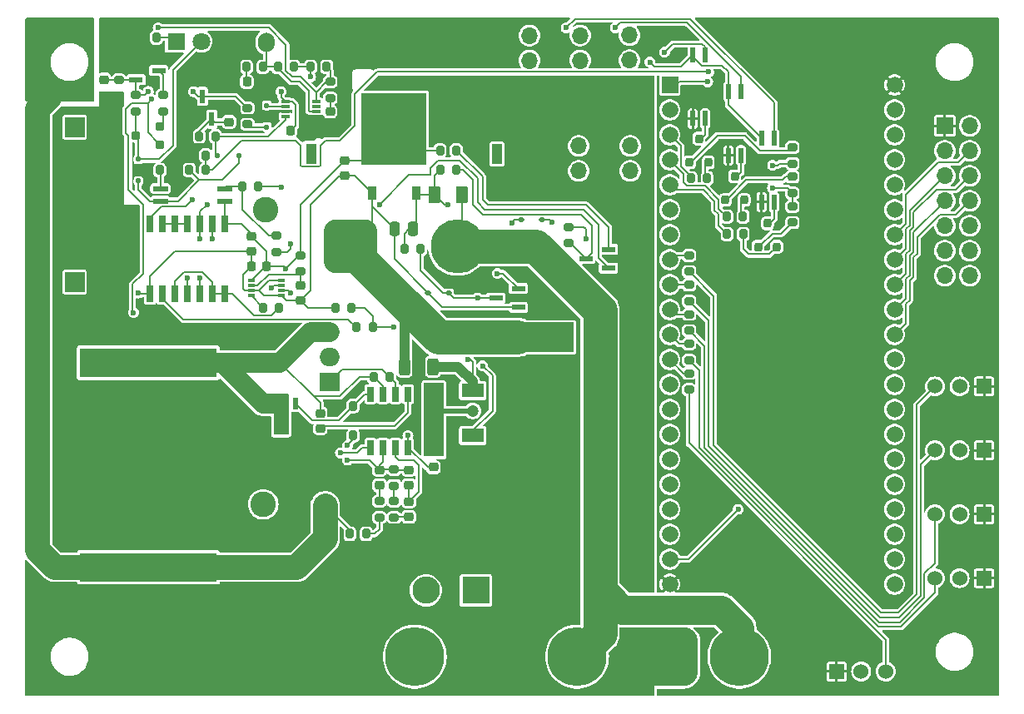
<source format=gbr>
%TF.GenerationSoftware,KiCad,Pcbnew,8.0.4*%
%TF.CreationDate,2024-08-16T06:12:58+09:00*%
%TF.ProjectId,chibarobo_board_2024,63686962-6172-46f6-926f-5f626f617264,rev?*%
%TF.SameCoordinates,Original*%
%TF.FileFunction,Copper,L2,Bot*%
%TF.FilePolarity,Positive*%
%FSLAX46Y46*%
G04 Gerber Fmt 4.6, Leading zero omitted, Abs format (unit mm)*
G04 Created by KiCad (PCBNEW 8.0.4) date 2024-08-16 06:12:58*
%MOMM*%
%LPD*%
G01*
G04 APERTURE LIST*
G04 Aperture macros list*
%AMRoundRect*
0 Rectangle with rounded corners*
0 $1 Rounding radius*
0 $2 $3 $4 $5 $6 $7 $8 $9 X,Y pos of 4 corners*
0 Add a 4 corners polygon primitive as box body*
4,1,4,$2,$3,$4,$5,$6,$7,$8,$9,$2,$3,0*
0 Add four circle primitives for the rounded corners*
1,1,$1+$1,$2,$3*
1,1,$1+$1,$4,$5*
1,1,$1+$1,$6,$7*
1,1,$1+$1,$8,$9*
0 Add four rect primitives between the rounded corners*
20,1,$1+$1,$2,$3,$4,$5,0*
20,1,$1+$1,$4,$5,$6,$7,0*
20,1,$1+$1,$6,$7,$8,$9,0*
20,1,$1+$1,$8,$9,$2,$3,0*%
%AMFreePoly0*
4,1,5,1.500000,-5.750000,-1.500000,-5.750000,-1.500000,5.750000,1.500000,5.750000,1.500000,-5.750000,1.500000,-5.750000,$1*%
%AMFreePoly1*
4,1,5,1.000000,-3.750000,-1.000000,-3.750000,-1.000000,3.750000,1.000000,3.750000,1.000000,-3.750000,1.000000,-3.750000,$1*%
G04 Aperture macros list end*
%TA.AperFunction,Conductor*%
%ADD10C,0.200000*%
%TD*%
%TA.AperFunction,SMDPad,CuDef*%
%ADD11RoundRect,0.200000X0.250000X0.200000X-0.250000X0.200000X-0.250000X-0.200000X0.250000X-0.200000X0*%
%TD*%
%TA.AperFunction,SMDPad,CuDef*%
%ADD12RoundRect,0.200000X0.200000X-0.250000X0.200000X0.250000X-0.200000X0.250000X-0.200000X-0.250000X0*%
%TD*%
%TA.AperFunction,ComponentPad*%
%ADD13R,1.000000X2.000000*%
%TD*%
%TA.AperFunction,ComponentPad*%
%ADD14RoundRect,1.375000X-1.375000X-1.375000X1.375000X-1.375000X1.375000X1.375000X-1.375000X1.375000X0*%
%TD*%
%TA.AperFunction,ComponentPad*%
%ADD15C,5.500000*%
%TD*%
%TA.AperFunction,ComponentPad*%
%ADD16R,1.524000X1.524000*%
%TD*%
%TA.AperFunction,ComponentPad*%
%ADD17C,1.524000*%
%TD*%
%TA.AperFunction,ComponentPad*%
%ADD18R,1.700000X1.700000*%
%TD*%
%TA.AperFunction,ComponentPad*%
%ADD19O,1.700000X1.700000*%
%TD*%
%TA.AperFunction,ComponentPad*%
%ADD20FreePoly0,180.000000*%
%TD*%
%TA.AperFunction,ComponentPad*%
%ADD21FreePoly1,180.000000*%
%TD*%
%TA.AperFunction,ComponentPad*%
%ADD22FreePoly0,270.000000*%
%TD*%
%TA.AperFunction,ComponentPad*%
%ADD23RoundRect,0.250000X-0.600000X-0.750000X0.600000X-0.750000X0.600000X0.750000X-0.600000X0.750000X0*%
%TD*%
%TA.AperFunction,ComponentPad*%
%ADD24O,1.700000X2.000000*%
%TD*%
%TA.AperFunction,ComponentPad*%
%ADD25RoundRect,1.500000X-1.500000X-1.500000X1.500000X-1.500000X1.500000X1.500000X-1.500000X1.500000X0*%
%TD*%
%TA.AperFunction,ComponentPad*%
%ADD26C,6.000000*%
%TD*%
%TA.AperFunction,ComponentPad*%
%ADD27R,2.800000X2.800000*%
%TD*%
%TA.AperFunction,ComponentPad*%
%ADD28O,2.800000X2.800000*%
%TD*%
%TA.AperFunction,WasherPad*%
%ADD29C,2.600000*%
%TD*%
%TA.AperFunction,ComponentPad*%
%ADD30R,1.665000X1.665000*%
%TD*%
%TA.AperFunction,ComponentPad*%
%ADD31C,1.665000*%
%TD*%
%TA.AperFunction,ComponentPad*%
%ADD32R,2.000000X1.905000*%
%TD*%
%TA.AperFunction,ComponentPad*%
%ADD33O,2.000000X1.905000*%
%TD*%
%TA.AperFunction,ComponentPad*%
%ADD34R,1.800000X1.800000*%
%TD*%
%TA.AperFunction,ComponentPad*%
%ADD35C,1.800000*%
%TD*%
%TA.AperFunction,SMDPad,CuDef*%
%ADD36RoundRect,0.200000X-0.275000X0.200000X-0.275000X-0.200000X0.275000X-0.200000X0.275000X0.200000X0*%
%TD*%
%TA.AperFunction,SMDPad,CuDef*%
%ADD37RoundRect,0.225000X0.250000X-0.225000X0.250000X0.225000X-0.250000X0.225000X-0.250000X-0.225000X0*%
%TD*%
%TA.AperFunction,SMDPad,CuDef*%
%ADD38RoundRect,0.225000X-0.250000X0.225000X-0.250000X-0.225000X0.250000X-0.225000X0.250000X0.225000X0*%
%TD*%
%TA.AperFunction,SMDPad,CuDef*%
%ADD39RoundRect,0.200000X-0.200000X-0.275000X0.200000X-0.275000X0.200000X0.275000X-0.200000X0.275000X0*%
%TD*%
%TA.AperFunction,SMDPad,CuDef*%
%ADD40R,0.850000X0.300000*%
%TD*%
%TA.AperFunction,ComponentPad*%
%ADD41R,1.600000X1.600000*%
%TD*%
%TA.AperFunction,ComponentPad*%
%ADD42C,1.600000*%
%TD*%
%TA.AperFunction,SMDPad,CuDef*%
%ADD43R,2.286000X1.397000*%
%TD*%
%TA.AperFunction,SMDPad,CuDef*%
%ADD44R,6.180000X5.690000*%
%TD*%
%TA.AperFunction,ComponentPad*%
%ADD45R,2.000000X2.000000*%
%TD*%
%TA.AperFunction,ComponentPad*%
%ADD46C,2.000000*%
%TD*%
%TA.AperFunction,SMDPad,CuDef*%
%ADD47RoundRect,0.137500X0.137500X-0.662500X0.137500X0.662500X-0.137500X0.662500X-0.137500X-0.662500X0*%
%TD*%
%TA.AperFunction,SMDPad,CuDef*%
%ADD48RoundRect,0.200000X0.200000X0.275000X-0.200000X0.275000X-0.200000X-0.275000X0.200000X-0.275000X0*%
%TD*%
%TA.AperFunction,SMDPad,CuDef*%
%ADD49R,0.700000X1.775000*%
%TD*%
%TA.AperFunction,SMDPad,CuDef*%
%ADD50RoundRect,0.225000X-0.225000X-0.250000X0.225000X-0.250000X0.225000X0.250000X-0.225000X0.250000X0*%
%TD*%
%TA.AperFunction,SMDPad,CuDef*%
%ADD51RoundRect,0.200000X0.275000X-0.200000X0.275000X0.200000X-0.275000X0.200000X-0.275000X-0.200000X0*%
%TD*%
%TA.AperFunction,SMDPad,CuDef*%
%ADD52RoundRect,0.112500X0.187500X0.112500X-0.187500X0.112500X-0.187500X-0.112500X0.187500X-0.112500X0*%
%TD*%
%TA.AperFunction,SMDPad,CuDef*%
%ADD53RoundRect,0.125000X0.125000X0.125000X-0.125000X0.125000X-0.125000X-0.125000X0.125000X-0.125000X0*%
%TD*%
%TA.AperFunction,SMDPad,CuDef*%
%ADD54RoundRect,0.125000X0.125000X-0.125000X0.125000X0.125000X-0.125000X0.125000X-0.125000X-0.125000X0*%
%TD*%
%TA.AperFunction,SMDPad,CuDef*%
%ADD55RoundRect,0.250000X0.250000X0.475000X-0.250000X0.475000X-0.250000X-0.475000X0.250000X-0.475000X0*%
%TD*%
%TA.AperFunction,SMDPad,CuDef*%
%ADD56R,1.450000X0.600000*%
%TD*%
%TA.AperFunction,SMDPad,CuDef*%
%ADD57RoundRect,0.225000X0.225000X0.250000X-0.225000X0.250000X-0.225000X-0.250000X0.225000X-0.250000X0*%
%TD*%
%TA.AperFunction,SMDPad,CuDef*%
%ADD58RoundRect,0.250000X-0.375000X-0.625000X0.375000X-0.625000X0.375000X0.625000X-0.375000X0.625000X0*%
%TD*%
%TA.AperFunction,SMDPad,CuDef*%
%ADD59RoundRect,0.250000X0.312500X0.625000X-0.312500X0.625000X-0.312500X-0.625000X0.312500X-0.625000X0*%
%TD*%
%TA.AperFunction,SMDPad,CuDef*%
%ADD60R,0.600000X1.450000*%
%TD*%
%TA.AperFunction,SMDPad,CuDef*%
%ADD61R,0.700000X1.525000*%
%TD*%
%TA.AperFunction,SMDPad,CuDef*%
%ADD62R,0.800000X0.300000*%
%TD*%
%TA.AperFunction,SMDPad,CuDef*%
%ADD63RoundRect,0.137500X-0.662500X-0.137500X0.662500X-0.137500X0.662500X0.137500X-0.662500X0.137500X0*%
%TD*%
%TA.AperFunction,SMDPad,CuDef*%
%ADD64R,0.600000X1.200000*%
%TD*%
%TA.AperFunction,SMDPad,CuDef*%
%ADD65R,0.939800X1.320800*%
%TD*%
%TA.AperFunction,SMDPad,CuDef*%
%ADD66R,6.604000X7.315200*%
%TD*%
%TA.AperFunction,SMDPad,CuDef*%
%ADD67R,14.000000X3.000000*%
%TD*%
%TA.AperFunction,ViaPad*%
%ADD68C,0.600000*%
%TD*%
%TA.AperFunction,ViaPad*%
%ADD69C,1.200000*%
%TD*%
%TA.AperFunction,Conductor*%
%ADD70C,3.500000*%
%TD*%
%TA.AperFunction,Conductor*%
%ADD71C,3.000000*%
%TD*%
%TA.AperFunction,Conductor*%
%ADD72C,2.000000*%
%TD*%
%TA.AperFunction,Conductor*%
%ADD73C,2.500000*%
%TD*%
%TA.AperFunction,Conductor*%
%ADD74C,1.000000*%
%TD*%
%TA.AperFunction,Conductor*%
%ADD75C,0.500000*%
%TD*%
G04 APERTURE END LIST*
%TO.N,Net-(IC2-VSW)*%
D10*
X125839007Y-88838861D02*
X127201681Y-88838861D01*
X127201681Y-92839639D01*
X125839007Y-92839639D01*
X125839007Y-88838861D01*
%TA.AperFunction,Conductor*%
G36*
X125839007Y-88838861D02*
G01*
X127201681Y-88838861D01*
X127201681Y-92839639D01*
X125839007Y-92839639D01*
X125839007Y-88838861D01*
G37*
%TD.AperFunction*%
%TD*%
D11*
%TO.P,Q8,1*%
%TO.N,Net-(Q8-Pad1)*%
X114150000Y-61550000D03*
%TO.P,Q8,2*%
%TO.N,+5V*%
X114150000Y-63450000D03*
%TO.P,Q8,3*%
%TO.N,Net-(D5-A)*%
X111750000Y-62500000D03*
%TD*%
D12*
%TO.P,Q5,1*%
%TO.N,Net-(Q5-Pad1)*%
X176918196Y-73798876D03*
%TO.P,Q5,2*%
%TO.N,Net-(Q5-Pad2)*%
X175018196Y-73798876D03*
%TO.P,Q5,3*%
%TO.N,Net-(Q5-Pad3)*%
X175968196Y-71398876D03*
%TD*%
%TO.P,Q4,1*%
%TO.N,Net-(Q4-Pad1)*%
X173596028Y-69025666D03*
%TO.P,Q4,2*%
%TO.N,Net-(Q4-Pad2)*%
X171696028Y-69025666D03*
%TO.P,Q4,3*%
%TO.N,Net-(Q4-Pad3)*%
X172646028Y-66625666D03*
%TD*%
%TO.P,Q3,1*%
%TO.N,Net-(Q3-Pad1)*%
X169950000Y-65200000D03*
%TO.P,Q3,2*%
%TO.N,Net-(Q3-Pad2)*%
X168050000Y-65200000D03*
%TO.P,Q3,3*%
%TO.N,Net-(Q3-Pad3)*%
X169000000Y-62800000D03*
%TD*%
D13*
%TO.P,J16,*%
%TO.N,*%
X129550000Y-64350000D03*
X148450000Y-64350000D03*
D14*
%TO.P,J16,1,Pin_1*%
%TO.N,-BATT*%
X133550000Y-73750000D03*
D15*
%TO.P,J16,2,Pin_2*%
%TO.N,+BATT*%
X144450000Y-73750000D03*
%TD*%
D16*
%TO.P,J10,1,Pin_1*%
%TO.N,GND*%
X198000000Y-94500000D03*
D17*
%TO.P,J10,2,Pin_2*%
%TO.N,Net-(J10-Pin_2)*%
X195500000Y-94500000D03*
%TO.P,J10,3,Pin_3*%
%TO.N,Net-(J10-Pin_3)*%
X193000000Y-94500000D03*
%TD*%
D16*
%TO.P,J14,1,Pin_1*%
%TO.N,GND*%
X183000000Y-117000000D03*
D17*
%TO.P,J14,2,Pin_2*%
%TO.N,Net-(J14-Pin_2)*%
X185500000Y-117000000D03*
%TO.P,J14,3,Pin_3*%
%TO.N,Net-(J14-Pin_3)*%
X188000000Y-117000000D03*
%TD*%
D18*
%TO.P,J1,1,Pin_1*%
%TO.N,GND*%
X193997513Y-61494733D03*
D19*
%TO.P,J1,2,Pin_2*%
%TO.N,+5V*%
X196537513Y-61494733D03*
%TO.P,J1,3,Pin_3*%
%TO.N,+3.3V*%
X193997513Y-64034733D03*
%TO.P,J1,4,Pin_4*%
%TO.N,~{EMS}_{INFO}*%
X196537513Y-64034733D03*
%TO.P,J1,5,Pin_5*%
%TO.N,Net-(IC1-41)*%
X193997513Y-66574733D03*
%TO.P,J1,6,Pin_6*%
%TO.N,Net-(IC1-40)*%
X196537513Y-66574733D03*
%TO.P,J1,7,Pin_7*%
%TO.N,Net-(IC1-39)*%
X193997513Y-69114733D03*
%TO.P,J1,8,Pin_8*%
%TO.N,Net-(IC1-38)*%
X196537513Y-69114733D03*
%TO.P,J1,9,Pin_9*%
%TO.N,Net-(IC1-37)*%
X193997513Y-71654733D03*
%TO.P,J1,10,Pin_10*%
%TO.N,Net-(IC1-36)*%
X196537513Y-71654733D03*
%TO.P,J1,11,Pin_11*%
%TO.N,Net-(IC1-35)*%
X193997513Y-74194733D03*
%TO.P,J1,12,Pin_12*%
%TO.N,Net-(IC1-34)*%
X196537513Y-74194733D03*
%TO.P,J1,13,Pin_13*%
%TO.N,Net-(IC1-33)*%
X193997513Y-76734733D03*
%TO.P,J1,14,Pin_14*%
%TO.N,Net-(IC1-26)*%
X196537513Y-76734733D03*
%TD*%
D16*
%TO.P,J13,1,Pin_1*%
%TO.N,GND*%
X198000000Y-107500000D03*
D17*
%TO.P,J13,2,Pin_2*%
%TO.N,Net-(J13-Pin_2)*%
X195500000Y-107500000D03*
%TO.P,J13,3,Pin_3*%
%TO.N,Net-(J13-Pin_3)*%
X193000000Y-107500000D03*
%TD*%
D20*
%TO.P,K1,30*%
%TO.N,GNDPWR*%
X150500000Y-100900000D03*
D21*
%TO.P,K1,85*%
%TO.N,Net-(D8-A)*%
X142050000Y-91400000D03*
%TO.P,K1,86*%
%TO.N,+BATT*%
X158950000Y-91400000D03*
D22*
%TO.P,K1,87*%
%TO.N,-BATT*%
X150500000Y-83000000D03*
%TD*%
D23*
%TO.P,J15,1,Pin_1*%
%TO.N,GND*%
X122500000Y-53000000D03*
D24*
%TO.P,J15,2,Pin_2*%
%TO.N,Net-(IC5-2A)*%
X125000000Y-53000000D03*
%TD*%
D18*
%TO.P,J2,1,Pin_1*%
%TO.N,GNDPWR*%
X161948959Y-57363564D03*
D19*
%TO.P,J2,2,Pin_2*%
%TO.N,+7.5V*%
X161948959Y-54823564D03*
%TO.P,J2,3,Pin_3*%
%TO.N,Net-(J2-Pin_3)*%
X161948959Y-52283564D03*
%TD*%
D18*
%TO.P,J4,1,Pin_1*%
%TO.N,GNDPWR*%
X151768554Y-57385064D03*
D19*
%TO.P,J4,2,Pin_2*%
%TO.N,+7.5V*%
X151768554Y-54845064D03*
%TO.P,J4,3,Pin_3*%
%TO.N,Net-(J4-Pin_3)*%
X151768554Y-52305064D03*
%TD*%
D25*
%TO.P,J9,1,Pin_1*%
%TO.N,GNDPWR*%
X149400000Y-115500000D03*
D26*
%TO.P,J9,2,Pin_2*%
%TO.N,+BATT*%
X156600000Y-115500000D03*
%TD*%
D16*
%TO.P,J12,1,Pin_1*%
%TO.N,GND*%
X198000000Y-101000000D03*
D17*
%TO.P,J12,2,Pin_2*%
%TO.N,Net-(J12-Pin_2)*%
X195500000Y-101000000D03*
%TO.P,J12,3,Pin_3*%
%TO.N,Net-(J12-Pin_3)*%
X193000000Y-101000000D03*
%TD*%
D27*
%TO.P,D8,1,K*%
%TO.N,+BATT*%
X146319950Y-108748157D03*
D28*
%TO.P,D8,2,A*%
%TO.N,Net-(D8-A)*%
X141239950Y-108748157D03*
%TD*%
D25*
%TO.P,J11,1,Pin_1*%
%TO.N,GNDPWR*%
X132900000Y-115500000D03*
D26*
%TO.P,J11,2,Pin_2*%
%TO.N,+BATT*%
X140100000Y-115500000D03*
%TD*%
D18*
%TO.P,J6,1,Pin_1*%
%TO.N,GNDPWR*%
X156776836Y-61000178D03*
D19*
%TO.P,J6,2,Pin_2*%
%TO.N,+7.5V*%
X156776836Y-63540178D03*
%TO.P,J6,3,Pin_3*%
%TO.N,Net-(J6-Pin_3)*%
X156776836Y-66080178D03*
%TD*%
D29*
%TO.P,HS1,*%
%TO.N,*%
X124687500Y-100000000D03*
X124887500Y-70000000D03*
%TD*%
D18*
%TO.P,J5,1,Pin_1*%
%TO.N,GNDPWR*%
X162000000Y-61000000D03*
D19*
%TO.P,J5,2,Pin_2*%
%TO.N,+7.5V*%
X162000000Y-63540000D03*
%TO.P,J5,3,Pin_3*%
%TO.N,Net-(J5-Pin_3)*%
X162000000Y-66080000D03*
%TD*%
D30*
%TO.P,IC1,J111,3V3*%
%TO.N,+3.3V*%
X166035000Y-57325000D03*
D31*
%TO.P,IC1,J112,0*%
%TO.N,unconnected-(IC1-0-PadJ112)*%
X166035000Y-59865000D03*
%TO.P,IC1,J113,1*%
%TO.N,/Servo/Servo1*%
X166035000Y-62405000D03*
%TO.P,IC1,J114,2*%
%TO.N,/Servo/Servo2*%
X166035000Y-64945000D03*
%TO.P,IC1,J115,3*%
%TO.N,/Servo/Servo3*%
X166035000Y-67485000D03*
%TO.P,IC1,J116,4*%
%TO.N,/Servo/Servo4*%
X166035000Y-70025000D03*
%TO.P,IC1,J117,5*%
%TO.N,/Servo/Servo5*%
X166035000Y-72565000D03*
%TO.P,IC1,J118,6*%
%TO.N,/DCMotor/DIR1*%
X166035000Y-75105000D03*
%TO.P,IC1,J119,7*%
%TO.N,/DCMotor/DIR2*%
X166035000Y-77645000D03*
%TO.P,IC1,J120,8*%
%TO.N,/DCMotor/DIR3*%
X166035000Y-80185000D03*
%TO.P,IC1,J121,9*%
%TO.N,/DCMotor/DIR4*%
X166035000Y-82725000D03*
%TO.P,IC1,J122,10*%
%TO.N,/DCMotor/DIR5*%
X166035000Y-85265000D03*
%TO.P,IC1,J123,11*%
%TO.N,/DCMotor/PWM1*%
X166035000Y-87805000D03*
%TO.P,IC1,J124,12*%
%TO.N,/DCMotor/PWM2*%
X166035000Y-90345000D03*
%TO.P,IC1,J125,13*%
%TO.N,/DCMotor/PWM3*%
X166035000Y-92885000D03*
%TO.P,IC1,J126,14*%
%TO.N,/DCMotor/PWM4*%
X166035000Y-95425000D03*
%TO.P,IC1,J127,15*%
%TO.N,/DCMotor/PWM5*%
X166035000Y-97965000D03*
%TO.P,IC1,J128,16*%
%TO.N,unconnected-(IC1-16-PadJ128)*%
X166035000Y-100505000D03*
%TO.P,IC1,J129,17*%
%TO.N,unconnected-(IC1-17-PadJ129)*%
X166035000Y-103045000D03*
%TO.P,IC1,J130,5V*%
%TO.N,+5V*%
X166035000Y-105585000D03*
%TO.P,IC1,J131,G_1*%
%TO.N,GND*%
X166035000Y-108125000D03*
%TO.P,IC1,J311,G_2*%
X188895000Y-57325000D03*
%TO.P,IC1,J312,RST*%
%TO.N,unconnected-(IC1-RST-PadJ312)*%
X188895000Y-59865000D03*
%TO.P,IC1,J313,46*%
%TO.N,unconnected-(IC1-46-PadJ313)*%
X188895000Y-62405000D03*
%TO.P,IC1,J314,45*%
%TO.N,unconnected-(IC1-45-PadJ314)*%
X188895000Y-64945000D03*
%TO.P,IC1,J315,RX*%
%TO.N,unconnected-(IC1-RX-PadJ315)*%
X188895000Y-67485000D03*
%TO.P,IC1,J316,TX*%
%TO.N,unconnected-(IC1-TX-PadJ316)*%
X188895000Y-70025000D03*
%TO.P,IC1,J317,42*%
%TO.N,~{EMS}_{INFO}*%
X188895000Y-72565000D03*
%TO.P,IC1,J318,41*%
%TO.N,Net-(IC1-41)*%
X188895000Y-75105000D03*
%TO.P,IC1,J319,40*%
%TO.N,Net-(IC1-40)*%
X188895000Y-77645000D03*
%TO.P,IC1,J320,39*%
%TO.N,Net-(IC1-39)*%
X188895000Y-80185000D03*
%TO.P,IC1,J321,38*%
%TO.N,Net-(IC1-38)*%
X188895000Y-82725000D03*
%TO.P,IC1,J322,37*%
%TO.N,Net-(IC1-37)*%
X188895000Y-85265000D03*
%TO.P,IC1,J323,36*%
%TO.N,Net-(IC1-36)*%
X188895000Y-87805000D03*
%TO.P,IC1,J324,35*%
%TO.N,Net-(IC1-35)*%
X188895000Y-90345000D03*
%TO.P,IC1,J325,34*%
%TO.N,Net-(IC1-34)*%
X188895000Y-92885000D03*
%TO.P,IC1,J326,33*%
%TO.N,Net-(IC1-33)*%
X188895000Y-95425000D03*
%TO.P,IC1,J327,26*%
%TO.N,Net-(IC1-26)*%
X188895000Y-97965000D03*
%TO.P,IC1,J328,21*%
%TO.N,unconnected-(IC1-21-PadJ328)*%
X188895000Y-100505000D03*
%TO.P,IC1,J329,20*%
%TO.N,unconnected-(IC1-20-PadJ329)*%
X188895000Y-103045000D03*
%TO.P,IC1,J330,19*%
%TO.N,unconnected-(IC1-19-PadJ330)*%
X188895000Y-105585000D03*
%TO.P,IC1,J331,18*%
%TO.N,unconnected-(IC1-18-PadJ331)*%
X188895000Y-108125000D03*
%TD*%
D16*
%TO.P,J8,1,Pin_1*%
%TO.N,GND*%
X198000000Y-88000000D03*
D17*
%TO.P,J8,2,Pin_2*%
%TO.N,Net-(J8-Pin_2)*%
X195500000Y-88000000D03*
%TO.P,J8,3,Pin_3*%
%TO.N,Net-(J8-Pin_3)*%
X193000000Y-88000000D03*
%TD*%
D32*
%TO.P,Q1,1,G*%
%TO.N,Net-(IC2-HSDR)*%
X131445000Y-87540000D03*
D33*
%TO.P,Q1,2,D*%
%TO.N,+BATT*%
X131445000Y-85000000D03*
%TO.P,Q1,3,S*%
%TO.N,Net-(IC2-VSW)*%
X131445000Y-82460000D03*
%TD*%
D25*
%TO.P,J7,1,Pin_1*%
%TO.N,GNDPWR*%
X165900000Y-115500000D03*
D26*
%TO.P,J7,2,Pin_2*%
%TO.N,+BATT*%
X173100000Y-115500000D03*
%TD*%
D18*
%TO.P,J3,1,Pin_1*%
%TO.N,GNDPWR*%
X156911870Y-57369899D03*
D19*
%TO.P,J3,2,Pin_2*%
%TO.N,+7.5V*%
X156911870Y-54829899D03*
%TO.P,J3,3,Pin_3*%
%TO.N,Net-(J3-Pin_3)*%
X156911870Y-52289899D03*
%TD*%
D34*
%TO.P,D5,1,K*%
%TO.N,Net-(D5-K)*%
X115828498Y-52898960D03*
D35*
%TO.P,D5,2,A*%
%TO.N,Net-(D5-A)*%
X118368498Y-52898960D03*
%TD*%
D36*
%TO.P,R7,1*%
%TO.N,Net-(R6-Pad2)*%
X137989124Y-99681981D03*
%TO.P,R7,2*%
%TO.N,Net-(C3-Pad1)*%
X137989124Y-101331981D03*
%TD*%
D37*
%TO.P,C17,1*%
%TO.N,Net-(Q10-BASE)*%
X121213802Y-61097364D03*
%TO.P,C17,2*%
%TO.N,GND*%
X121213802Y-59547364D03*
%TD*%
D38*
%TO.P,C9,1*%
%TO.N,Net-(U6A-RCext)*%
X128500000Y-77725000D03*
%TO.P,C9,2*%
%TO.N,-BATT*%
X128500000Y-79275000D03*
%TD*%
%TO.P,C14,1*%
%TO.N,Net-(C14-Pad1)*%
X131491802Y-60035542D03*
%TO.P,C14,2*%
%TO.N,GND*%
X131491802Y-61585542D03*
%TD*%
D39*
%TO.P,R52,1*%
%TO.N,Net-(R52-Pad1)*%
X114175000Y-66000000D03*
%TO.P,R52,2*%
%TO.N,GND*%
X115825000Y-66000000D03*
%TD*%
D40*
%TO.P,IC5,1,1A*%
%TO.N,Net-(IC5-1A)*%
X130075000Y-59000000D03*
%TO.P,IC5,2,3Y*%
%TO.N,unconnected-(IC5-3Y-Pad2)*%
X130075000Y-59500000D03*
%TO.P,IC5,3,2A*%
%TO.N,Net-(IC5-2A)*%
X130075000Y-60000000D03*
%TO.P,IC5,4,GND*%
%TO.N,GND*%
X130075000Y-60500000D03*
%TO.P,IC5,5,2Y*%
%TO.N,/PowerSupply/EMS/EMBTN*%
X126925000Y-60500000D03*
%TO.P,IC5,6,3A*%
%TO.N,GND*%
X126925000Y-60000000D03*
%TO.P,IC5,7,1Y*%
%TO.N,/PowerSupply/EMS/OVERRIDE*%
X126925000Y-59500000D03*
%TO.P,IC5,8,VCC*%
%TO.N,+5V*%
X126925000Y-59000000D03*
%TD*%
D41*
%TO.P,C8,1*%
%TO.N,+7.5V*%
X131000000Y-100152651D03*
D42*
%TO.P,C8,2*%
%TO.N,GNDPWR*%
X131000000Y-96652651D03*
%TD*%
D43*
%TO.P,Q2,1*%
%TO.N,Net-(D10-K)*%
X146000000Y-93000000D03*
D44*
%TO.P,Q2,2*%
%TO.N,GNDPWR*%
X152436000Y-90714000D03*
D43*
%TO.P,Q2,3*%
%TO.N,Net-(Q12-BASE)*%
X146000000Y-88428000D03*
%TD*%
D45*
%TO.P,C5,1*%
%TO.N,+BATT*%
X105500000Y-77367677D03*
D46*
%TO.P,C5,2*%
%TO.N,GNDPWR*%
X105500000Y-72367677D03*
%TD*%
D36*
%TO.P,R61,1*%
%TO.N,Net-(D9-K)*%
X155787095Y-71776873D03*
%TO.P,R61,2*%
%TO.N,Net-(Q13-COLLECTOR)*%
X155787095Y-73426873D03*
%TD*%
D38*
%TO.P,C2,1*%
%TO.N,/ActuatorPowerSupply/FB*%
X139484104Y-96491895D03*
%TO.P,C2,2*%
%TO.N,/ActuatorPowerSupply/COMP*%
X139484104Y-98041895D03*
%TD*%
D36*
%TO.P,R19,1*%
%TO.N,+3.3V*%
X178500000Y-69675000D03*
%TO.P,R19,2*%
%TO.N,Net-(Q5-Pad2)*%
X178500000Y-71325000D03*
%TD*%
D47*
%TO.P,U1,1*%
%TO.N,Net-(Q3-Pad3)*%
X169635000Y-60750000D03*
%TO.P,U1,2*%
%TO.N,GND*%
X168365000Y-60750000D03*
%TO.P,U1,3*%
%TO.N,GNDPWR*%
X168365000Y-54250000D03*
%TO.P,U1,4*%
%TO.N,Net-(J2-Pin_3)*%
X169635000Y-54250000D03*
%TD*%
D48*
%TO.P,R3,1*%
%TO.N,/ActuatorPowerSupply/FB*%
X133825000Y-93000000D03*
%TO.P,R3,2*%
%TO.N,GNDPWR*%
X132175000Y-93000000D03*
%TD*%
D37*
%TO.P,C1,1*%
%TO.N,Net-(C1-Pad1)*%
X136500000Y-98050000D03*
%TO.P,C1,2*%
%TO.N,/ActuatorPowerSupply/FB*%
X136500000Y-96500000D03*
%TD*%
D48*
%TO.P,R48,1*%
%TO.N,Net-(D5-K)*%
X113825000Y-52500000D03*
%TO.P,R48,2*%
%TO.N,GND*%
X112175000Y-52500000D03*
%TD*%
D38*
%TO.P,C6,1*%
%TO.N,+BATT*%
X142000000Y-96225000D03*
%TO.P,C6,2*%
%TO.N,GNDPWR*%
X142000000Y-97775000D03*
%TD*%
D36*
%TO.P,R6,1*%
%TO.N,/ActuatorPowerSupply/FB*%
X138004623Y-96446313D03*
%TO.P,R6,2*%
%TO.N,Net-(R6-Pad2)*%
X138004623Y-98096313D03*
%TD*%
D39*
%TO.P,R1,1*%
%TO.N,+7.5V*%
X133500000Y-103000000D03*
%TO.P,R1,2*%
%TO.N,Net-(R1-Pad2)*%
X135150000Y-103000000D03*
%TD*%
D49*
%TO.P,IC3,1,1A*%
%TO.N,/PowerSupply/WMUP*%
X120810000Y-78538000D03*
%TO.P,IC3,2,1B*%
X119540000Y-78538000D03*
%TO.P,IC3,3,1Y*%
%TO.N,Net-(IC3-1Y)*%
X118270000Y-78538000D03*
%TO.P,IC3,4,2A*%
%TO.N,/PowerSupply/~{EMS}*%
X117000000Y-78538000D03*
%TO.P,IC3,5,2B*%
%TO.N,/PowerSupply/WMUP*%
X115730000Y-78538000D03*
%TO.P,IC3,6,2Y*%
%TO.N,/PowerSupply/~{SS}*%
X114460000Y-78538000D03*
%TO.P,IC3,7,GND*%
%TO.N,-BATT*%
X113190000Y-78538000D03*
%TO.P,IC3,8,3Y*%
%TO.N,MS*%
X113190000Y-71462000D03*
%TO.P,IC3,9,3A*%
%TO.N,Net-(IC3-3A)*%
X114460000Y-71462000D03*
%TO.P,IC3,10,3B*%
X115730000Y-71462000D03*
%TO.P,IC3,11,4Y*%
X117000000Y-71462000D03*
%TO.P,IC3,12,4A*%
%TO.N,/PowerSupply/~{EMS}*%
X118270000Y-71462000D03*
%TO.P,IC3,13,4B*%
%TO.N,Net-(IC3-1Y)*%
X119540000Y-71462000D03*
%TO.P,IC3,14,VCC*%
%TO.N,/PowerSupply/LOGPWR*%
X120810000Y-71462000D03*
%TD*%
D50*
%TO.P,C18,1*%
%TO.N,+5V*%
X127450000Y-62000000D03*
%TO.P,C18,2*%
%TO.N,GND*%
X129000000Y-62000000D03*
%TD*%
D51*
%TO.P,R42,1*%
%TO.N,Net-(D4-K)*%
X123075000Y-61325000D03*
%TO.P,R42,2*%
%TO.N,Net-(Q10-COLLECTOR)*%
X123075000Y-59675000D03*
%TD*%
D36*
%TO.P,R37,1*%
%TO.N,/PowerSupply/LOGPWR*%
X128500000Y-74675000D03*
%TO.P,R37,2*%
%TO.N,Net-(U6A-RCext)*%
X128500000Y-76325000D03*
%TD*%
D39*
%TO.P,R59,1*%
%TO.N,/PowerSupply/LOGPWR*%
X142675000Y-64000000D03*
%TO.P,R59,2*%
%TO.N,Net-(Q13-BASE)*%
X144325000Y-64000000D03*
%TD*%
%TO.P,R49,1*%
%TO.N,Net-(Q10-BASE)*%
X118175000Y-62557176D03*
%TO.P,R49,2*%
%TO.N,/PowerSupply/EMS/EMBTN*%
X119825000Y-62557176D03*
%TD*%
%TO.P,R18,1*%
%TO.N,/Servo/Servo3*%
X171850000Y-72500000D03*
%TO.P,R18,2*%
%TO.N,Net-(Q5-Pad1)*%
X173500000Y-72500000D03*
%TD*%
D37*
%TO.P,C7,1*%
%TO.N,Net-(IC2-BST)*%
X130500000Y-92275000D03*
%TO.P,C7,2*%
%TO.N,Net-(IC2-VSW)*%
X130500000Y-90725000D03*
%TD*%
D39*
%TO.P,R57,1*%
%TO.N,/PowerSupply/SAFE_+BATT*%
X139042214Y-74029487D03*
%TO.P,R57,2*%
%TO.N,Net-(D10-K)*%
X140692214Y-74029487D03*
%TD*%
D52*
%TO.P,D9,1,K*%
%TO.N,Net-(D9-K)*%
X153054674Y-71055664D03*
%TO.P,D9,2,A*%
%TO.N,-BATT*%
X150954674Y-71055664D03*
%TD*%
D37*
%TO.P,C15,1*%
%TO.N,Net-(Q10-COLLECTOR)*%
X108500000Y-56775000D03*
%TO.P,C15,2*%
%TO.N,GND*%
X108500000Y-55225000D03*
%TD*%
D39*
%TO.P,R50,1*%
%TO.N,Net-(D6-K)*%
X117175000Y-66000000D03*
%TO.P,R50,2*%
%TO.N,~{EMS}_{INFO}*%
X118825000Y-66000000D03*
%TD*%
D38*
%TO.P,C10,1*%
%TO.N,/PowerSupply/LOGPWR*%
X133000000Y-65000000D03*
%TO.P,C10,2*%
%TO.N,-BATT*%
X133000000Y-66550000D03*
%TD*%
D53*
%TO.P,D7,1,K*%
%TO.N,Net-(D6-K)*%
X122206320Y-64500000D03*
%TO.P,D7,2,A*%
%TO.N,/PowerSupply/EMS/EMBTN*%
X120006320Y-64500000D03*
%TD*%
D38*
%TO.P,C13,1*%
%TO.N,/PowerSupply/LOGPWR*%
X123500000Y-72725000D03*
%TO.P,C13,2*%
%TO.N,-BATT*%
X123500000Y-74275000D03*
%TD*%
D45*
%TO.P,C4,1*%
%TO.N,+BATT*%
X105500000Y-61632323D03*
D46*
%TO.P,C4,2*%
%TO.N,GNDPWR*%
X105500000Y-66632323D03*
%TD*%
D39*
%TO.P,R12,1*%
%TO.N,/Servo/Servo1*%
X168180651Y-66829614D03*
%TO.P,R12,2*%
%TO.N,Net-(Q3-Pad1)*%
X169830651Y-66829614D03*
%TD*%
D54*
%TO.P,D4,1,K*%
%TO.N,Net-(D4-K)*%
X125047660Y-61607385D03*
%TO.P,D4,2,A*%
%TO.N,/PowerSupply/EMS/OVERRIDE*%
X125047660Y-59407385D03*
%TD*%
D51*
%TO.P,R13,1*%
%TO.N,+3.3V*%
X178500000Y-65325000D03*
%TO.P,R13,2*%
%TO.N,Net-(Q3-Pad2)*%
X178500000Y-63675000D03*
%TD*%
D55*
%TO.P,C12,1*%
%TO.N,/PowerSupply/SAFE_+BATT*%
X139950000Y-72000000D03*
%TO.P,C12,2*%
%TO.N,-BATT*%
X138050000Y-72000000D03*
%TD*%
D51*
%TO.P,R2,1*%
%TO.N,Net-(R1-Pad2)*%
X136500000Y-101325000D03*
%TO.P,R2,2*%
%TO.N,Net-(C1-Pad1)*%
X136500000Y-99675000D03*
%TD*%
D54*
%TO.P,D6,1,K*%
%TO.N,Net-(D6-K)*%
X112000000Y-67100000D03*
%TO.P,D6,2,A*%
%TO.N,Net-(D5-A)*%
X112000000Y-64900000D03*
%TD*%
D39*
%TO.P,R40,1*%
%TO.N,+5V*%
X129500000Y-55500000D03*
%TO.P,R40,2*%
%TO.N,Net-(IC5-1A)*%
X131150000Y-55500000D03*
%TD*%
D56*
%TO.P,Q13,1,BASE*%
%TO.N,Net-(Q13-BASE)*%
X159800000Y-74050000D03*
%TO.P,Q13,2,EMITTER*%
%TO.N,MS*%
X159800000Y-75950000D03*
%TO.P,Q13,3,COLLECTOR*%
%TO.N,Net-(Q13-COLLECTOR)*%
X157500000Y-75000000D03*
%TD*%
D39*
%TO.P,R60,1*%
%TO.N,/PowerSupply/SAFE_+BATT*%
X142675000Y-66000000D03*
%TO.P,R60,2*%
%TO.N,Net-(Q13-COLLECTOR)*%
X144325000Y-66000000D03*
%TD*%
D36*
%TO.P,R29,1*%
%TO.N,/DCMotor/DIR2*%
X168000000Y-77675000D03*
%TO.P,R29,2*%
%TO.N,Net-(J10-Pin_3)*%
X168000000Y-79325000D03*
%TD*%
D51*
%TO.P,R47,1*%
%TO.N,Net-(Q8-Pad1)*%
X114494934Y-60012836D03*
%TO.P,R47,2*%
%TO.N,Net-(Q9-COLLECTOR)*%
X114494934Y-58362836D03*
%TD*%
D57*
%TO.P,C11,1*%
%TO.N,/PowerSupply/LOGPWR*%
X125032379Y-75790854D03*
%TO.P,C11,2*%
%TO.N,-BATT*%
X123482379Y-75790854D03*
%TD*%
D36*
%TO.P,R44,1*%
%TO.N,GND*%
X110000000Y-55175000D03*
%TO.P,R44,2*%
%TO.N,Net-(Q10-COLLECTOR)*%
X110000000Y-56825000D03*
%TD*%
%TO.P,R31,1*%
%TO.N,/DCMotor/DIR3*%
X168000000Y-80675000D03*
%TO.P,R31,2*%
%TO.N,Net-(J12-Pin_3)*%
X168000000Y-82325000D03*
%TD*%
D47*
%TO.P,U3,1*%
%TO.N,Net-(Q5-Pad3)*%
X176635000Y-69250000D03*
%TO.P,U3,2*%
%TO.N,GND*%
X175365000Y-69250000D03*
%TO.P,U3,3*%
%TO.N,GNDPWR*%
X175365000Y-62750000D03*
%TO.P,U3,4*%
%TO.N,Net-(J4-Pin_3)*%
X176635000Y-62750000D03*
%TD*%
D50*
%TO.P,C16,1*%
%TO.N,Net-(C16-Pad1)*%
X123035342Y-57008178D03*
%TO.P,C16,2*%
%TO.N,GND*%
X124585342Y-57008178D03*
%TD*%
D56*
%TO.P,Q11,1,BASE*%
%TO.N,Net-(Q11-BASE)*%
X150650000Y-78050000D03*
%TO.P,Q11,2,EMITTER*%
%TO.N,-BATT*%
X150650000Y-79950000D03*
%TO.P,Q11,3,COLLECTOR*%
%TO.N,Net-(D10-K)*%
X148350000Y-79000000D03*
%TD*%
D36*
%TO.P,R33,1*%
%TO.N,/DCMotor/DIR4*%
X168000000Y-83675000D03*
%TO.P,R33,2*%
%TO.N,Net-(J13-Pin_3)*%
X168000000Y-85325000D03*
%TD*%
%TO.P,R27,1*%
%TO.N,/DCMotor/DIR1*%
X168000000Y-74675000D03*
%TO.P,R27,2*%
%TO.N,Net-(J8-Pin_3)*%
X168000000Y-76325000D03*
%TD*%
D58*
%TO.P,F1,1*%
%TO.N,/PowerSupply/SAFE_+BATT*%
X142100000Y-68500000D03*
%TO.P,F1,2*%
%TO.N,+BATT*%
X144900000Y-68500000D03*
%TD*%
D39*
%TO.P,R15,1*%
%TO.N,/Servo/Servo2*%
X171830768Y-70735149D03*
%TO.P,R15,2*%
%TO.N,Net-(Q4-Pad1)*%
X173480768Y-70735149D03*
%TD*%
D36*
%TO.P,R35,1*%
%TO.N,/DCMotor/DIR5*%
X168000000Y-86675000D03*
%TO.P,R35,2*%
%TO.N,Net-(J14-Pin_3)*%
X168000000Y-88325000D03*
%TD*%
D59*
%TO.P,R58,1*%
%TO.N,Net-(Q12-BASE)*%
X141962500Y-86000000D03*
%TO.P,R58,2*%
%TO.N,-BATT*%
X139037500Y-86000000D03*
%TD*%
D36*
%TO.P,R41,1*%
%TO.N,Net-(IC5-1A)*%
X131500000Y-57000000D03*
%TO.P,R41,2*%
%TO.N,Net-(C14-Pad1)*%
X131500000Y-58650000D03*
%TD*%
D39*
%TO.P,R55,1*%
%TO.N,/PowerSupply/~{SS}*%
X134175000Y-82000000D03*
%TO.P,R55,2*%
%TO.N,Net-(Q11-BASE)*%
X135825000Y-82000000D03*
%TD*%
D48*
%TO.P,R9,1*%
%TO.N,Net-(IC2-LSDR)*%
X133825000Y-90000000D03*
%TO.P,R9,2*%
%TO.N,GNDPWR*%
X132175000Y-90000000D03*
%TD*%
D36*
%TO.P,R54,1*%
%TO.N,Net-(R53-Pad1)*%
X126000000Y-72686152D03*
%TO.P,R54,2*%
%TO.N,/PowerSupply/~{EMS}*%
X126000000Y-74336152D03*
%TD*%
D60*
%TO.P,Q10,1,BASE*%
%TO.N,Net-(Q10-BASE)*%
X119450000Y-60800000D03*
%TO.P,Q10,2,EMITTER*%
%TO.N,GND*%
X117550000Y-60800000D03*
%TO.P,Q10,3,COLLECTOR*%
%TO.N,Net-(Q10-COLLECTOR)*%
X118500000Y-58500000D03*
%TD*%
D48*
%TO.P,R45,1*%
%TO.N,+5V*%
X127825000Y-55500000D03*
%TO.P,R45,2*%
%TO.N,Net-(IC5-2A)*%
X126175000Y-55500000D03*
%TD*%
D51*
%TO.P,R16,1*%
%TO.N,+3.3V*%
X178500000Y-68325000D03*
%TO.P,R16,2*%
%TO.N,Net-(Q4-Pad2)*%
X178500000Y-66675000D03*
%TD*%
D52*
%TO.P,D10,1,K*%
%TO.N,Net-(D10-K)*%
X143550000Y-78500000D03*
%TO.P,D10,2,A*%
%TO.N,-BATT*%
X141450000Y-78500000D03*
%TD*%
D61*
%TO.P,IC2,1,VCC*%
%TO.N,+BATT*%
X139405000Y-94212000D03*
%TO.P,IC2,2,COMP*%
%TO.N,/ActuatorPowerSupply/COMP*%
X138135000Y-94212000D03*
%TO.P,IC2,3,FB*%
%TO.N,/ActuatorPowerSupply/FB*%
X136865000Y-94212000D03*
%TO.P,IC2,4,GND*%
%TO.N,Net-(IC2-GND)*%
X135595000Y-94212000D03*
%TO.P,IC2,5,LSDR*%
%TO.N,Net-(IC2-LSDR)*%
X135595000Y-88788000D03*
%TO.P,IC2,6,VSW*%
%TO.N,Net-(IC2-VSW)*%
X136865000Y-88788000D03*
%TO.P,IC2,7,HSDR*%
%TO.N,Net-(IC2-HSDR)*%
X138135000Y-88788000D03*
%TO.P,IC2,8,BST*%
%TO.N,Net-(IC2-BST)*%
X139405000Y-88788000D03*
%TD*%
D39*
%TO.P,R39,1*%
%TO.N,Net-(U6A-Q)*%
X124675000Y-80000000D03*
%TO.P,R39,2*%
%TO.N,/PowerSupply/WMUP*%
X126325000Y-80000000D03*
%TD*%
D62*
%TO.P,U6,1,~{A}*%
%TO.N,-BATT*%
X126550000Y-77250000D03*
%TO.P,U6,2,B*%
%TO.N,/PowerSupply/~{EMS}*%
X126550000Y-77750000D03*
%TO.P,U6,3,~{CLR}*%
%TO.N,Net-(U6A-~{CLR})*%
X126550000Y-78250000D03*
%TO.P,U6,4,GND*%
%TO.N,-BATT*%
X126550000Y-78750000D03*
%TO.P,U6,5,Q*%
%TO.N,Net-(U6A-Q)*%
X123450000Y-78750000D03*
%TO.P,U6,6,Cext*%
%TO.N,-BATT*%
X123450000Y-78250000D03*
%TO.P,U6,7,RCext*%
%TO.N,Net-(U6A-RCext)*%
X123450000Y-77750000D03*
%TO.P,U6,8,VCC*%
%TO.N,/PowerSupply/LOGPWR*%
X123450000Y-77250000D03*
%TD*%
D63*
%TO.P,U7,1*%
%TO.N,Net-(D6-K)*%
X114250000Y-69135000D03*
%TO.P,U7,2*%
%TO.N,Net-(R52-Pad1)*%
X114250000Y-67865000D03*
%TO.P,U7,3*%
%TO.N,Net-(R53-Pad1)*%
X120750000Y-67865000D03*
%TO.P,U7,4*%
%TO.N,/PowerSupply/LOGPWR*%
X120750000Y-69135000D03*
%TD*%
D48*
%TO.P,R46,1*%
%TO.N,Net-(IC5-2A)*%
X124650000Y-55500000D03*
%TO.P,R46,2*%
%TO.N,Net-(C16-Pad1)*%
X123000000Y-55500000D03*
%TD*%
D37*
%TO.P,C3,1*%
%TO.N,Net-(C3-Pad1)*%
X139492501Y-101270049D03*
%TO.P,C3,2*%
%TO.N,/ActuatorPowerSupply/COMP*%
X139492501Y-99720049D03*
%TD*%
D47*
%TO.P,U2,1*%
%TO.N,Net-(Q4-Pad3)*%
X173270000Y-64500000D03*
%TO.P,U2,2*%
%TO.N,GND*%
X172000000Y-64500000D03*
%TO.P,U2,3*%
%TO.N,GNDPWR*%
X172000000Y-58000000D03*
%TO.P,U2,4*%
%TO.N,Net-(J3-Pin_3)*%
X173270000Y-58000000D03*
%TD*%
D36*
%TO.P,R43,1*%
%TO.N,Net-(Q10-COLLECTOR)*%
X111757701Y-58375540D03*
%TO.P,R43,2*%
%TO.N,Net-(D5-A)*%
X111757701Y-60025540D03*
%TD*%
D64*
%TO.P,U8,1,DRAIN_1*%
%TO.N,Net-(IC2-VSW)*%
X126050000Y-89750000D03*
%TO.P,U8,2,DRAIN_2*%
X127000000Y-89750000D03*
%TO.P,U8,3,GATE*%
%TO.N,Net-(IC2-LSDR)*%
X127950000Y-89750000D03*
%TO.P,U8,4,SOURCE*%
%TO.N,GNDPWR*%
X127950000Y-92250000D03*
%TO.P,U8,5,DRAIN_3*%
%TO.N,Net-(IC2-VSW)*%
X127000000Y-92250000D03*
%TO.P,U8,6,DRAIN_4*%
X126050000Y-92250000D03*
%TD*%
D48*
%TO.P,R56,1*%
%TO.N,Net-(Q11-BASE)*%
X133650000Y-80000000D03*
%TO.P,R56,2*%
%TO.N,-BATT*%
X132000000Y-80000000D03*
%TD*%
%TO.P,R8,1*%
%TO.N,Net-(IC2-HSDR)*%
X137551657Y-87032933D03*
%TO.P,R8,2*%
%TO.N,Net-(IC2-VSW)*%
X135901657Y-87032933D03*
%TD*%
D65*
%TO.P,IC4,1,IN*%
%TO.N,/PowerSupply/SAFE_+BATT*%
X140260600Y-68299200D03*
D66*
%TO.P,IC4,2,OUT*%
%TO.N,/PowerSupply/LOGPWR*%
X138000000Y-61847600D03*
D65*
%TO.P,IC4,3,GND*%
%TO.N,-BATT*%
X135739400Y-68299200D03*
%TD*%
D67*
%TO.P,L1,1*%
%TO.N,Net-(IC2-VSW)*%
X113000000Y-85600000D03*
%TO.P,L1,2*%
%TO.N,+7.5V*%
X113000000Y-106400000D03*
%TD*%
D39*
%TO.P,R53,1*%
%TO.N,Net-(R53-Pad1)*%
X122538694Y-67672970D03*
%TO.P,R53,2*%
%TO.N,-BATT*%
X124188694Y-67672970D03*
%TD*%
D56*
%TO.P,Q9,1,BASE*%
%TO.N,Net-(Q10-COLLECTOR)*%
X111750000Y-56800000D03*
%TO.P,Q9,2,EMITTER*%
%TO.N,GND*%
X111750000Y-54900000D03*
%TO.P,Q9,3,COLLECTOR*%
%TO.N,Net-(Q9-COLLECTOR)*%
X114050000Y-55850000D03*
%TD*%
D48*
%TO.P,R51,1*%
%TO.N,~{EMS}_{INFO}*%
X118825904Y-64495647D03*
%TO.P,R51,2*%
%TO.N,GND*%
X117175904Y-64495647D03*
%TD*%
D68*
%TO.N,/ActuatorPowerSupply/FB*%
X133250000Y-94000000D03*
X133250000Y-95500000D03*
%TO.N,GNDPWR*%
X106000000Y-91000000D03*
X162500000Y-106000000D03*
X153500000Y-86500000D03*
X161500000Y-105000000D03*
X107000000Y-68000000D03*
X153000000Y-102000000D03*
X162500000Y-103000000D03*
X161500000Y-98000000D03*
X161500000Y-96000000D03*
X163500000Y-83000000D03*
X161500000Y-97000000D03*
X162500000Y-102000000D03*
X102000000Y-117500000D03*
X162500000Y-91000000D03*
X161500000Y-79000000D03*
X162500000Y-92000000D03*
X127500000Y-116500000D03*
X162500000Y-85000000D03*
X161500000Y-103000000D03*
X162500000Y-96000000D03*
X163500000Y-91000000D03*
X130000000Y-110500000D03*
X131347155Y-89706143D03*
X161500000Y-85000000D03*
X113500000Y-94500000D03*
X131492466Y-93227365D03*
X107000000Y-96000000D03*
X161500000Y-88000000D03*
X163500000Y-103000000D03*
X163500000Y-102000000D03*
X161500000Y-107000000D03*
X105000000Y-83000000D03*
X162500000Y-97000000D03*
X162500000Y-98000000D03*
X115000000Y-96500000D03*
X161500000Y-101000000D03*
X163500000Y-95000000D03*
X163500000Y-87000000D03*
X163500000Y-93000000D03*
X162500000Y-100000000D03*
X161500000Y-86000000D03*
X114000000Y-90500000D03*
X121500000Y-117500000D03*
X163500000Y-89000000D03*
X112500000Y-113000000D03*
X162500000Y-87000000D03*
X162500000Y-82000000D03*
X161500000Y-95000000D03*
X109000000Y-69500000D03*
X161500000Y-99000000D03*
X161500000Y-76000000D03*
X153991253Y-65000000D03*
X162500000Y-88000000D03*
X137000000Y-118000000D03*
X164021570Y-55000000D03*
X111000000Y-118000000D03*
X163500000Y-107000000D03*
X161500000Y-78000000D03*
X162500000Y-86000000D03*
X105000000Y-70000000D03*
X163500000Y-106000000D03*
X163500000Y-100000000D03*
X161500000Y-102000000D03*
X163500000Y-92000000D03*
X126000000Y-111500000D03*
X121500000Y-94500000D03*
X149500000Y-86000000D03*
X144500000Y-97000000D03*
X132000000Y-108500000D03*
X162500000Y-105000000D03*
X163500000Y-104000000D03*
X161500000Y-104000000D03*
X144000000Y-103500000D03*
X138650127Y-90098317D03*
X163500000Y-105000000D03*
X163500000Y-97000000D03*
X163500000Y-86000000D03*
X161500000Y-94000000D03*
X119000000Y-102000000D03*
X161500000Y-93000000D03*
X162500000Y-80000000D03*
X161500000Y-106000000D03*
X109500000Y-65000000D03*
X163500000Y-82000000D03*
X163500000Y-78000000D03*
X162500000Y-81000000D03*
X125500000Y-114500000D03*
X162500000Y-104000000D03*
X113500000Y-81500000D03*
X161500000Y-89000000D03*
X161500000Y-87000000D03*
X119500000Y-115000000D03*
X118000000Y-90000000D03*
X162500000Y-107000000D03*
X163500000Y-81000000D03*
X163500000Y-99000000D03*
X163500000Y-101000000D03*
X162500000Y-95000000D03*
X162500000Y-78000000D03*
X138000000Y-90723156D03*
X163500000Y-80000000D03*
X110500000Y-100000000D03*
X131500000Y-90752384D03*
X161500000Y-80000000D03*
X122000000Y-111500000D03*
X163500000Y-88000000D03*
X106500000Y-80000000D03*
X161500000Y-82000000D03*
X154500000Y-98500000D03*
X161500000Y-92000000D03*
X162500000Y-89000000D03*
X161500000Y-100000000D03*
X102500000Y-110500000D03*
X161500000Y-91000000D03*
X162500000Y-79000000D03*
X163500000Y-85000000D03*
X162500000Y-83000000D03*
X163500000Y-98000000D03*
X115500000Y-114500000D03*
X162500000Y-99000000D03*
X163500000Y-94000000D03*
X162500000Y-93000000D03*
X112500000Y-110500000D03*
X163500000Y-79000000D03*
X163500000Y-90000000D03*
X162500000Y-101000000D03*
X162500000Y-94000000D03*
X107500000Y-64500000D03*
X163500000Y-96000000D03*
X122000000Y-84000000D03*
X161500000Y-84000000D03*
X163500000Y-84000000D03*
X161500000Y-90000000D03*
X162500000Y-90000000D03*
X161500000Y-81000000D03*
X164000000Y-57000000D03*
X156500000Y-103500000D03*
X162500000Y-84000000D03*
X131500000Y-106000000D03*
X120000000Y-91000000D03*
X161500000Y-83000000D03*
%TO.N,+BATT*%
X139405000Y-93000000D03*
%TO.N,+7.5V*%
X105000000Y-52000000D03*
X106000000Y-58500000D03*
X101000000Y-57500000D03*
X103000000Y-57500000D03*
X106000000Y-52000000D03*
X104000000Y-57500000D03*
X101000000Y-54000000D03*
X103000000Y-52000000D03*
X101000000Y-51000000D03*
X102000000Y-56000000D03*
X107000000Y-58500000D03*
X101000000Y-55000000D03*
X101000000Y-56000000D03*
X107000000Y-52000000D03*
X103000000Y-51000000D03*
X101000000Y-58500000D03*
X101000000Y-53000000D03*
X106000000Y-51000000D03*
X102000000Y-54000000D03*
X106000000Y-57500000D03*
X104000000Y-58500000D03*
X104000000Y-51000000D03*
X105000000Y-58500000D03*
X107000000Y-51000000D03*
X102000000Y-52000000D03*
X107000000Y-57500000D03*
X104000000Y-52000000D03*
X101000000Y-52000000D03*
X102000000Y-58500000D03*
X102000000Y-53000000D03*
X102000000Y-51000000D03*
X102000000Y-57500000D03*
X105000000Y-57500000D03*
X102000000Y-55000000D03*
X103000000Y-58500000D03*
X105000000Y-51000000D03*
%TO.N,-BATT*%
X112000000Y-78500000D03*
X149959882Y-71355126D03*
X126500000Y-67699177D03*
%TO.N,/PowerSupply/LOGPWR*%
X127000000Y-76000000D03*
%TO.N,/PowerSupply/SAFE_+BATT*%
X143500000Y-69500000D03*
%TO.N,GND*%
X168000000Y-58000000D03*
X169500000Y-74000000D03*
X165561396Y-51807678D03*
X198500000Y-116500000D03*
X174500000Y-65500000D03*
X168000000Y-106500000D03*
X168500000Y-73000000D03*
X167500000Y-62000000D03*
X169000000Y-59000000D03*
X178500000Y-54500000D03*
X166000000Y-52500000D03*
X171700206Y-52090415D03*
X199000000Y-75500000D03*
X170498966Y-50856884D03*
X168000000Y-72000000D03*
X194500000Y-80500000D03*
X170000000Y-73000000D03*
X181500000Y-85000000D03*
X171000000Y-61000000D03*
X170000000Y-59000000D03*
X167500000Y-60000000D03*
X183000000Y-89500000D03*
X165000000Y-76500000D03*
X110000000Y-51500000D03*
X184500000Y-105000000D03*
X172862696Y-52051666D03*
X169297726Y-50831051D03*
X166976817Y-54705637D03*
X178500000Y-75500000D03*
X169500000Y-75000000D03*
X167500000Y-61000000D03*
X170000000Y-113000000D03*
X170500000Y-74000000D03*
X174000000Y-79500000D03*
X180000000Y-52500000D03*
X170726556Y-72550632D03*
X172281451Y-52678119D03*
X171700206Y-50882717D03*
X179500000Y-59500000D03*
X165013501Y-54741158D03*
X191000000Y-117000000D03*
X191000000Y-53000000D03*
X176500000Y-118500000D03*
X169000000Y-69500000D03*
X172000000Y-107500000D03*
X172255618Y-51496254D03*
X167000000Y-52500000D03*
X168000000Y-70000000D03*
X183000000Y-99500000D03*
X198500000Y-67000000D03*
X171096874Y-51419788D03*
X166079117Y-54705637D03*
X172875613Y-50869801D03*
X198500000Y-112000000D03*
X170000000Y-72000000D03*
X170500000Y-119000000D03*
X183500000Y-57000000D03*
X170500000Y-60000000D03*
X175500000Y-66000000D03*
X169911263Y-51418754D03*
X169000000Y-72000000D03*
X168000000Y-59000000D03*
X166488518Y-51776104D03*
X167500000Y-63000000D03*
X183000000Y-69500000D03*
X183500000Y-78500000D03*
X173500000Y-51500000D03*
X174018728Y-50889175D03*
X167450084Y-51807678D03*
X166500000Y-54000000D03*
X179500000Y-114000000D03*
X182000000Y-63500000D03*
X170500000Y-52000000D03*
X172032733Y-61270117D03*
X174500000Y-68000000D03*
X197000000Y-59000000D03*
X171047920Y-52626453D03*
X176500000Y-86000000D03*
X177000000Y-95000000D03*
X169000000Y-58000000D03*
X167500000Y-54000000D03*
X178500000Y-101000000D03*
X185500000Y-53000000D03*
X171654251Y-65948582D03*
X167500000Y-73500000D03*
X171713123Y-53252906D03*
X196500000Y-82000000D03*
%TO.N,Net-(Q10-COLLECTOR)*%
X117600000Y-58000000D03*
X113000000Y-58000000D03*
%TO.N,+5V*%
X173000000Y-100500000D03*
X126500000Y-58000000D03*
X129500000Y-56500000D03*
X113367415Y-58794493D03*
X111500000Y-80500000D03*
%TO.N,Net-(D9-K)*%
X157500000Y-73000000D03*
X154016344Y-71268202D03*
D69*
%TO.N,Net-(D8-A)*%
X146000000Y-90500000D03*
D68*
%TO.N,~{EMS}_{INFO}*%
X170000000Y-56000000D03*
%TO.N,+3.3V*%
X169900000Y-57000000D03*
X176488856Y-67797176D03*
X176500000Y-65500000D03*
%TO.N,Net-(IC3-1Y)*%
X119500000Y-73000000D03*
X118270000Y-77000000D03*
%TO.N,/PowerSupply/~{EMS}*%
X117000000Y-77000000D03*
X119000000Y-69500000D03*
X125500000Y-78000000D03*
X127500000Y-73500000D03*
X118270000Y-73000000D03*
%TO.N,Net-(IC2-GND)*%
X132534086Y-94759521D03*
%TO.N,Net-(IC5-1A)*%
X114000000Y-51500000D03*
%TO.N,Net-(D10-K)*%
X146500000Y-79000000D03*
X147000000Y-85900000D03*
%TO.N,Net-(Q12-BASE)*%
X145500000Y-85266540D03*
%TO.N,Net-(J2-Pin_3)*%
X165500000Y-54000000D03*
%TO.N,Net-(J3-Pin_3)*%
X160500000Y-51500000D03*
%TO.N,Net-(J4-Pin_3)*%
X155500000Y-51500000D03*
%TO.N,Net-(Q11-BASE)*%
X138000000Y-82000000D03*
X148500000Y-76500000D03*
%TO.N,Net-(U6A-~{CLR})*%
X127500000Y-78500000D03*
%TO.N,MS*%
X136500000Y-69500000D03*
X117500000Y-69000000D03*
%TD*%
D10*
%TO.N,Net-(Q10-COLLECTOR)*%
X112624460Y-58375540D02*
X113000000Y-58000000D01*
X111757701Y-58375540D02*
X112624460Y-58375540D01*
%TO.N,Net-(D5-A)*%
X111757701Y-62492299D02*
X111750000Y-62500000D01*
X111757701Y-60025540D02*
X111757701Y-62492299D01*
%TO.N,Net-(Q10-COLLECTOR)*%
X111750000Y-58367839D02*
X111757701Y-58375540D01*
X111750000Y-56800000D02*
X111750000Y-58367839D01*
%TO.N,Net-(Q9-COLLECTOR)*%
X114500000Y-56300000D02*
X114500000Y-58357770D01*
X114500000Y-58357770D02*
X114494934Y-58362836D01*
X114050000Y-55850000D02*
X114500000Y-56300000D01*
%TO.N,Net-(Q8-Pad1)*%
X114494934Y-61205066D02*
X114150000Y-61550000D01*
X114494934Y-60012836D02*
X114494934Y-61205066D01*
%TO.N,/Servo/Servo3*%
X171000000Y-70470067D02*
X171000000Y-71650000D01*
X170596028Y-70066095D02*
X171000000Y-70470067D01*
X170596028Y-69161714D02*
X170596028Y-70066095D01*
X166554614Y-68004614D02*
X169438928Y-68004614D01*
X169438928Y-68004614D02*
X170596028Y-69161714D01*
X166035000Y-67485000D02*
X166554614Y-68004614D01*
X171000000Y-71650000D02*
X171850000Y-72500000D01*
%TO.N,/Servo/Servo2*%
X170996028Y-69900409D02*
X171830768Y-70735149D01*
X170996028Y-68996028D02*
X170996028Y-69900409D01*
X167768003Y-67604614D02*
X169604614Y-67604614D01*
X167400000Y-67236611D02*
X167768003Y-67604614D01*
X167400000Y-66400000D02*
X167400000Y-67236611D01*
X169604614Y-67604614D02*
X170996028Y-68996028D01*
X166035000Y-65035000D02*
X167400000Y-66400000D01*
X166035000Y-64945000D02*
X166035000Y-65035000D01*
%TO.N,/Servo/Servo1*%
X168180651Y-66614965D02*
X168180651Y-66829614D01*
X167167500Y-65601814D02*
X168180651Y-66614965D01*
X167167500Y-63537500D02*
X167167500Y-65601814D01*
X166035000Y-62405000D02*
X167167500Y-63537500D01*
%TO.N,Net-(Q5-Pad1)*%
X174048876Y-74548876D02*
X176168196Y-74548876D01*
X176168196Y-74548876D02*
X176918196Y-73798876D01*
X173500000Y-72500000D02*
X173500000Y-74000000D01*
X173500000Y-74000000D02*
X174048876Y-74548876D01*
%TO.N,Net-(C1-Pad1)*%
X136500000Y-98050000D02*
X136500000Y-99675000D01*
%TO.N,/ActuatorPowerSupply/FB*%
X136865000Y-94624500D02*
X136865000Y-94212000D01*
X136500000Y-96500000D02*
X135500000Y-95500000D01*
X133825000Y-93000000D02*
X133825000Y-93425000D01*
X133825000Y-93425000D02*
X133250000Y-94000000D01*
X138050205Y-96491895D02*
X138004623Y-96446313D01*
X138004623Y-96446313D02*
X136553687Y-96446313D01*
X135500000Y-95500000D02*
X133250000Y-95500000D01*
X136865000Y-95635000D02*
X136865000Y-94212000D01*
X136500000Y-96500000D02*
X136500000Y-96000000D01*
X136553687Y-96446313D02*
X136500000Y-96500000D01*
X136500000Y-96000000D02*
X136865000Y-95635000D01*
X139484104Y-96491895D02*
X138050205Y-96491895D01*
%TO.N,/ActuatorPowerSupply/COMP*%
X138500000Y-95500000D02*
X140002625Y-95500000D01*
X140500000Y-95997375D02*
X140500000Y-98712550D01*
X139484104Y-99711652D02*
X139492501Y-99720049D01*
X140500000Y-98712550D02*
X139492501Y-99720049D01*
X139484104Y-98041895D02*
X139484104Y-99711652D01*
X140002625Y-95500000D02*
X140500000Y-95997375D01*
X138135000Y-94212000D02*
X138135000Y-95135000D01*
X138135000Y-95135000D02*
X138500000Y-95500000D01*
%TO.N,Net-(C3-Pad1)*%
X139492501Y-101270049D02*
X138051056Y-101270049D01*
X138051056Y-101270049D02*
X137989124Y-101331981D01*
D70*
%TO.N,GNDPWR*%
X141000000Y-105000000D02*
X138500000Y-105000000D01*
D10*
X172000000Y-59385000D02*
X172000000Y-58000000D01*
X168365000Y-54402528D02*
X168365000Y-54250000D01*
D70*
X149400000Y-112100000D02*
X149400000Y-115500000D01*
X150500000Y-100900000D02*
X150500000Y-111000000D01*
D10*
X167163438Y-55451562D02*
X168365000Y-54250000D01*
X164021570Y-55000000D02*
X164473132Y-55451562D01*
X169312472Y-55350000D02*
X168365000Y-54402528D01*
D70*
X144000000Y-102000000D02*
X144000000Y-103500000D01*
D10*
X175365000Y-62750000D02*
X172000000Y-59385000D01*
D70*
X150500000Y-100900000D02*
X145100000Y-100900000D01*
D10*
X172000000Y-58000000D02*
X172000000Y-56000000D01*
D70*
X138500000Y-105000000D02*
X132900000Y-110600000D01*
D10*
X164473132Y-55451562D02*
X167163438Y-55451562D01*
D70*
X142500000Y-103500000D02*
X141000000Y-105000000D01*
X145100000Y-100900000D02*
X144000000Y-102000000D01*
D10*
X171350000Y-55350000D02*
X169312472Y-55350000D01*
D70*
X132900000Y-110600000D02*
X132900000Y-115500000D01*
X144000000Y-103500000D02*
X142500000Y-103500000D01*
D10*
X172000000Y-56000000D02*
X171350000Y-55350000D01*
D70*
X150500000Y-111000000D02*
X149400000Y-112100000D01*
%TO.N,+BATT*%
X158950000Y-108500000D02*
X158950000Y-113150000D01*
X158950000Y-91400000D02*
X158950000Y-108500000D01*
D10*
X144900000Y-73300000D02*
X144450000Y-73750000D01*
D70*
X144450000Y-73750000D02*
X152400000Y-73750000D01*
D10*
X141418000Y-96225000D02*
X142000000Y-96225000D01*
D71*
X171234136Y-110734136D02*
X161184136Y-110734136D01*
D70*
X152400000Y-73750000D02*
X158950000Y-80300000D01*
D71*
X173100000Y-112600000D02*
X171234136Y-110734136D01*
D10*
X139405000Y-93000000D02*
X139405000Y-94212000D01*
D70*
X158950000Y-80300000D02*
X158950000Y-91400000D01*
D71*
X160950000Y-110500000D02*
X158950000Y-108500000D01*
D10*
X144900000Y-68500000D02*
X144900000Y-73300000D01*
X173100000Y-112600000D02*
X173100000Y-115500000D01*
X139405000Y-94212000D02*
X141418000Y-96225000D01*
D71*
X161184136Y-110734136D02*
X160950000Y-110500000D01*
D70*
X158950000Y-113150000D02*
X156600000Y-115500000D01*
D10*
%TO.N,Net-(IC2-BST)*%
X139405000Y-88788000D02*
X139405000Y-90647750D01*
X139405000Y-90647750D02*
X138052750Y-92000000D01*
X138052750Y-92000000D02*
X130775000Y-92000000D01*
X130775000Y-92000000D02*
X130500000Y-92275000D01*
%TO.N,Net-(IC2-VSW)*%
X136865000Y-87996276D02*
X135901657Y-87032933D01*
X130500000Y-89700000D02*
X129800000Y-89000000D01*
D72*
X129540000Y-82460000D02*
X126400000Y-85600000D01*
D10*
X129800000Y-89000000D02*
X126400000Y-85600000D01*
D72*
X126050000Y-89750000D02*
X124650000Y-89750000D01*
D10*
X135901657Y-87032933D02*
X134467067Y-87032933D01*
X130500000Y-90725000D02*
X130500000Y-89700000D01*
D72*
X124650000Y-89750000D02*
X120500000Y-85600000D01*
D10*
X132500000Y-89000000D02*
X129800000Y-89000000D01*
D72*
X120500000Y-85600000D02*
X113000000Y-85600000D01*
X126400000Y-85600000D02*
X120500000Y-85600000D01*
D10*
X136865000Y-88788000D02*
X136865000Y-87996276D01*
X134467067Y-87032933D02*
X132500000Y-89000000D01*
D72*
X131445000Y-82460000D02*
X129540000Y-82460000D01*
D73*
%TO.N,+7.5V*%
X131000000Y-103500000D02*
X128100000Y-106400000D01*
D10*
X133500000Y-103000000D02*
X133500000Y-102652651D01*
D73*
X101750000Y-104650000D02*
X101750000Y-59750000D01*
X101750000Y-59750000D02*
X103000000Y-58500000D01*
X103500000Y-106400000D02*
X101750000Y-104650000D01*
D10*
X133500000Y-102652651D02*
X131000000Y-100152651D01*
D73*
X128100000Y-106400000D02*
X113000000Y-106400000D01*
X113000000Y-106400000D02*
X103500000Y-106400000D01*
X131000000Y-100152651D02*
X131000000Y-103500000D01*
D10*
%TO.N,-BATT*%
X123482379Y-74292621D02*
X123500000Y-74275000D01*
X135739400Y-69500000D02*
X135739400Y-71560600D01*
X122850000Y-78250000D02*
X123450000Y-78250000D01*
X149959882Y-71364784D02*
X150000000Y-71324666D01*
X141450000Y-78450000D02*
X141450000Y-78500000D01*
D70*
X142500000Y-83000000D02*
X150500000Y-83000000D01*
D74*
X139037500Y-86000000D02*
X139037500Y-79537500D01*
D10*
X124188694Y-67672970D02*
X126473793Y-67672970D01*
D70*
X139000000Y-79500000D02*
X142500000Y-83000000D01*
D10*
X135739400Y-71560600D02*
X133550000Y-73750000D01*
X112038000Y-78538000D02*
X112000000Y-78500000D01*
X150269002Y-71055664D02*
X149969540Y-71355126D01*
X123482379Y-75790854D02*
X122671471Y-76601762D01*
X115725000Y-74275000D02*
X113190000Y-76810000D01*
X132000000Y-80000000D02*
X129225000Y-80000000D01*
X123500000Y-74275000D02*
X115725000Y-74275000D01*
X149959882Y-71355126D02*
X149959882Y-71364784D01*
X124750000Y-78750000D02*
X124250000Y-78250000D01*
X113190000Y-76810000D02*
X113190000Y-78538000D01*
X132450000Y-66550000D02*
X129500000Y-69500000D01*
X126473793Y-67672970D02*
X126500000Y-67699177D01*
X125250000Y-77250000D02*
X124250000Y-78250000D01*
X126550000Y-77250000D02*
X125250000Y-77250000D01*
X133990200Y-66550000D02*
X135739400Y-68299200D01*
X124250000Y-78250000D02*
X123450000Y-78250000D01*
X149969540Y-71355126D02*
X149959882Y-71355126D01*
X138050000Y-72000000D02*
X135739400Y-69689400D01*
X133550000Y-73750000D02*
X133550000Y-74050000D01*
X138050000Y-72000000D02*
X138050000Y-75050000D01*
D70*
X133550000Y-74050000D02*
X139000000Y-79500000D01*
D10*
X129500000Y-78275000D02*
X128500000Y-79275000D01*
X129225000Y-80000000D02*
X128500000Y-79275000D01*
X126550000Y-78750000D02*
X124750000Y-78750000D01*
X127075000Y-79275000D02*
X126550000Y-78750000D01*
X122671471Y-76601762D02*
X122671471Y-78071471D01*
X133000000Y-66550000D02*
X133990200Y-66550000D01*
X122671471Y-78071471D02*
X122850000Y-78250000D01*
X123482379Y-75790854D02*
X123482379Y-74292621D01*
X135739400Y-69689400D02*
X135739400Y-69500000D01*
X129500000Y-69500000D02*
X129500000Y-78275000D01*
X133000000Y-66550000D02*
X132450000Y-66550000D01*
X142900000Y-79950000D02*
X141450000Y-78500000D01*
X150650000Y-79950000D02*
X142900000Y-79950000D01*
X138050000Y-75050000D02*
X141450000Y-78450000D01*
X135739400Y-68299200D02*
X135739400Y-69500000D01*
X128500000Y-79275000D02*
X127075000Y-79275000D01*
X150954674Y-71055664D02*
X150269002Y-71055664D01*
X139037500Y-79537500D02*
X139000000Y-79500000D01*
X113190000Y-78538000D02*
X112038000Y-78538000D01*
%TO.N,Net-(U6A-RCext)*%
X125250000Y-76600000D02*
X124100000Y-77750000D01*
X128225000Y-76600000D02*
X125250000Y-76600000D01*
X128500000Y-76325000D02*
X128500000Y-77725000D01*
X124100000Y-77750000D02*
X123450000Y-77750000D01*
X128500000Y-76325000D02*
X128225000Y-76600000D01*
%TO.N,/PowerSupply/LOGPWR*%
X120750000Y-69135000D02*
X120750000Y-71402000D01*
X120750000Y-71402000D02*
X120810000Y-71462000D01*
X140152400Y-64000000D02*
X142675000Y-64000000D01*
X134847600Y-65000000D02*
X133000000Y-65000000D01*
X128500000Y-74675000D02*
X128325000Y-74675000D01*
X120810000Y-71462000D02*
X122462000Y-71462000D01*
X138000000Y-61847600D02*
X140152400Y-64000000D01*
X124909146Y-75790854D02*
X123450000Y-77250000D01*
X125032379Y-74257379D02*
X125032379Y-75790854D01*
X125032379Y-75790854D02*
X124909146Y-75790854D01*
X125032379Y-75790854D02*
X126790854Y-75790854D01*
X123500000Y-72725000D02*
X125032379Y-74257379D01*
X123500000Y-72500000D02*
X123500000Y-72725000D01*
X138000000Y-61847600D02*
X134847600Y-65000000D01*
X128325000Y-74675000D02*
X127000000Y-76000000D01*
X122462000Y-71462000D02*
X123500000Y-72500000D01*
X128500000Y-69500000D02*
X128500000Y-74675000D01*
X133000000Y-65000000D02*
X128500000Y-69500000D01*
X126790854Y-75790854D02*
X127000000Y-76000000D01*
%TO.N,/PowerSupply/SAFE_+BATT*%
X140260600Y-68299200D02*
X140260600Y-71689400D01*
X143100000Y-69500000D02*
X142100000Y-68500000D01*
X143500000Y-69500000D02*
X143100000Y-69500000D01*
X142100000Y-66575000D02*
X142675000Y-66000000D01*
X139950000Y-72000000D02*
X139500000Y-72000000D01*
X140260600Y-71689400D02*
X139950000Y-72000000D01*
X139500000Y-72000000D02*
X139042214Y-72457786D01*
X140461400Y-68500000D02*
X140260600Y-68299200D01*
X142100000Y-68500000D02*
X142100000Y-66575000D01*
X142100000Y-68500000D02*
X140461400Y-68500000D01*
X139042214Y-72457786D02*
X139042214Y-74029487D01*
%TO.N,Net-(C14-Pad1)*%
X131491802Y-60035542D02*
X131491802Y-58658198D01*
X131491802Y-58658198D02*
X131500000Y-58650000D01*
%TO.N,Net-(Q10-COLLECTOR)*%
X123075000Y-59675000D02*
X121900000Y-58500000D01*
X108550000Y-56825000D02*
X108500000Y-56775000D01*
X118500000Y-58500000D02*
X118100000Y-58500000D01*
X118100000Y-58500000D02*
X117600000Y-58000000D01*
X121900000Y-58500000D02*
X118500000Y-58500000D01*
X111750000Y-56800000D02*
X110025000Y-56800000D01*
X110025000Y-56800000D02*
X110000000Y-56825000D01*
X110000000Y-56825000D02*
X108550000Y-56825000D01*
%TO.N,Net-(C16-Pad1)*%
X123000000Y-55500000D02*
X123000000Y-56972836D01*
X123000000Y-56972836D02*
X123035342Y-57008178D01*
%TO.N,Net-(Q10-BASE)*%
X119450000Y-60800000D02*
X118175000Y-62075000D01*
X118175000Y-62075000D02*
X118175000Y-62557176D01*
X119747364Y-61097364D02*
X119450000Y-60800000D01*
X121213802Y-61097364D02*
X119747364Y-61097364D01*
%TO.N,+5V*%
X126500000Y-58000000D02*
X126500000Y-58575000D01*
X111400000Y-80400000D02*
X111400000Y-77600000D01*
X112500000Y-69500000D02*
X111000000Y-68000000D01*
X113000000Y-59161908D02*
X113367415Y-58794493D01*
X127975000Y-59375000D02*
X127975000Y-61475000D01*
X112961908Y-62161908D02*
X113950000Y-63150000D01*
X111000000Y-68000000D02*
X111000000Y-62500000D01*
X127600000Y-59000000D02*
X127975000Y-59375000D01*
X110725000Y-62225000D02*
X110725000Y-59737352D01*
X111262352Y-59200000D02*
X112961908Y-59200000D01*
X129500000Y-55500000D02*
X129500000Y-56500000D01*
X126500000Y-58575000D02*
X126925000Y-59000000D01*
X111500000Y-80500000D02*
X111400000Y-80400000D01*
X127825000Y-55500000D02*
X129500000Y-55500000D01*
X112961908Y-59200000D02*
X113367415Y-58794493D01*
X110725000Y-59737352D02*
X111262352Y-59200000D01*
X166035000Y-105585000D02*
X167915000Y-105585000D01*
X112961908Y-59200000D02*
X112961908Y-62161908D01*
X112500000Y-76500000D02*
X112500000Y-69500000D01*
X126925000Y-59000000D02*
X127600000Y-59000000D01*
X127975000Y-61475000D02*
X127450000Y-62000000D01*
X111000000Y-62500000D02*
X110725000Y-62225000D01*
X167915000Y-105585000D02*
X173000000Y-100500000D01*
X111400000Y-77600000D02*
X112500000Y-76500000D01*
%TO.N,Net-(D9-K)*%
X153054674Y-71055664D02*
X153774831Y-71055664D01*
X157500000Y-73000000D02*
X157500000Y-72000000D01*
X154016344Y-71268202D02*
X154016344Y-71297177D01*
X153987369Y-71268202D02*
X154016344Y-71268202D01*
X157500000Y-72000000D02*
X157276873Y-71776873D01*
X153774831Y-71055664D02*
X153987369Y-71268202D01*
X157276873Y-71776873D02*
X155787095Y-71776873D01*
X154016344Y-71297177D02*
X154000000Y-71280833D01*
%TO.N,Net-(D4-K)*%
X123357385Y-61607385D02*
X123075000Y-61325000D01*
X125047660Y-61607385D02*
X123357385Y-61607385D01*
%TO.N,/PowerSupply/EMS/OVERRIDE*%
X125047660Y-59407385D02*
X125140275Y-59500000D01*
X125140275Y-59500000D02*
X126925000Y-59500000D01*
%TO.N,Net-(D5-A)*%
X111950000Y-64850000D02*
X112000000Y-64900000D01*
X114087352Y-64900000D02*
X112000000Y-64900000D01*
X115500000Y-55767458D02*
X115500000Y-63487352D01*
X115500000Y-63487352D02*
X114087352Y-64900000D01*
X111950000Y-62500000D02*
X111950000Y-64850000D01*
X118368498Y-52898960D02*
X115500000Y-55767458D01*
%TO.N,Net-(D5-K)*%
X113825000Y-52500000D02*
X115429538Y-52500000D01*
X115429538Y-52500000D02*
X115828498Y-52898960D01*
%TO.N,Net-(D6-K)*%
X118175000Y-67000000D02*
X116040000Y-69135000D01*
X112000000Y-67100000D02*
X112000000Y-68000000D01*
X122206320Y-65293680D02*
X120500000Y-67000000D01*
X116040000Y-69135000D02*
X114250000Y-69135000D01*
X122206320Y-64500000D02*
X122206320Y-65293680D01*
X118175000Y-67000000D02*
X117175000Y-66000000D01*
X120500000Y-67000000D02*
X118175000Y-67000000D01*
X113135000Y-69135000D02*
X114250000Y-69135000D01*
X112000000Y-68000000D02*
X113135000Y-69135000D01*
%TO.N,/PowerSupply/EMS/EMBTN*%
X120216142Y-62948318D02*
X119825000Y-62557176D01*
X126925000Y-60850000D02*
X126925000Y-60500000D01*
X119825000Y-64318680D02*
X120006320Y-64500000D01*
X119825000Y-62557176D02*
X125217824Y-62557176D01*
X125217824Y-62557176D02*
X126925000Y-60850000D01*
X119825000Y-62557176D02*
X119825000Y-64318680D01*
D75*
%TO.N,Net-(D8-A)*%
X142950000Y-90500000D02*
X142050000Y-91400000D01*
X146000000Y-90500000D02*
X142950000Y-90500000D01*
D10*
%TO.N,/Servo/Servo1*%
X168180651Y-66829614D02*
X167825000Y-66473963D01*
%TO.N,Net-(IC1-40)*%
X190427500Y-74138186D02*
X190027500Y-74538186D01*
X190427500Y-72163871D02*
X190427500Y-74138186D01*
X195147513Y-67964733D02*
X193173199Y-67964733D01*
X190027500Y-76512500D02*
X188895000Y-77645000D01*
X190827500Y-70310432D02*
X190827500Y-71763871D01*
X196537513Y-66574733D02*
X195147513Y-67964733D01*
X190027500Y-74538186D02*
X190027500Y-76512500D01*
X190827500Y-71763871D02*
X190427500Y-72163871D01*
X193173199Y-67964733D02*
X190827500Y-70310432D01*
%TO.N,Net-(IC1-39)*%
X193997513Y-69159544D02*
X190827500Y-72329557D01*
X190427500Y-74703872D02*
X190427500Y-76678186D01*
X190027500Y-79052500D02*
X188895000Y-80185000D01*
X193997513Y-69114733D02*
X193997513Y-69159544D01*
X190027500Y-77078186D02*
X190027500Y-79052500D01*
X190827500Y-74303872D02*
X190427500Y-74703872D01*
X190427500Y-76678186D02*
X190027500Y-77078186D01*
X190827500Y-72329557D02*
X190827500Y-74303872D01*
%TO.N,/DCMotor/DIR1*%
X168000000Y-74675000D02*
X166465000Y-74675000D01*
X166465000Y-74675000D02*
X166035000Y-75105000D01*
%TO.N,/DCMotor/DIR5*%
X168000000Y-86675000D02*
X167445000Y-86675000D01*
X167445000Y-86675000D02*
X166035000Y-85265000D01*
%TO.N,/DCMotor/DIR3*%
X166525000Y-80675000D02*
X166035000Y-80185000D01*
X168000000Y-80675000D02*
X166525000Y-80675000D01*
%TO.N,Net-(IC1-41)*%
X190027500Y-71998186D02*
X190027500Y-73972500D01*
X190427500Y-71598186D02*
X190027500Y-71998186D01*
X190427500Y-70144746D02*
X190427500Y-71598186D01*
X193997513Y-66574733D02*
X190427500Y-70144746D01*
X190027500Y-73972500D02*
X188895000Y-75105000D01*
%TO.N,/DCMotor/DIR2*%
X168000000Y-77675000D02*
X166065000Y-77675000D01*
X166065000Y-77675000D02*
X166035000Y-77645000D01*
%TO.N,~{EMS}_{INFO}*%
X170000000Y-56000000D02*
X136288000Y-56000000D01*
X118825000Y-66000000D02*
X118825000Y-64496551D01*
X193315267Y-65184733D02*
X190027500Y-68472500D01*
X190027500Y-71432500D02*
X188895000Y-72565000D01*
X130500000Y-63500000D02*
X130500000Y-65500000D01*
X131000000Y-63000000D02*
X130500000Y-63500000D01*
X195387513Y-65184733D02*
X193315267Y-65184733D01*
X196537513Y-64034733D02*
X195387513Y-65184733D01*
X128500000Y-65500000D02*
X128500000Y-63500000D01*
X132500000Y-63000000D02*
X131000000Y-63000000D01*
X122500000Y-63000000D02*
X119500000Y-66000000D01*
X136288000Y-56000000D02*
X134000000Y-58288000D01*
X128000000Y-63000000D02*
X122500000Y-63000000D01*
X118825000Y-64496551D02*
X118825904Y-64495647D01*
X128500000Y-63500000D02*
X128000000Y-63000000D01*
X134000000Y-61500000D02*
X132500000Y-63000000D01*
X119500000Y-66000000D02*
X118825000Y-66000000D01*
X134000000Y-58288000D02*
X134000000Y-61500000D01*
X130350000Y-65650000D02*
X128650000Y-65650000D01*
X128650000Y-65650000D02*
X128500000Y-65500000D01*
X130500000Y-65500000D02*
X130350000Y-65650000D01*
X190027500Y-68472500D02*
X190027500Y-71432500D01*
%TO.N,+3.3V*%
X178500000Y-69675000D02*
X178500000Y-68325000D01*
X177175000Y-65325000D02*
X178500000Y-65325000D01*
X167000000Y-57000000D02*
X166675000Y-57325000D01*
X176488856Y-67797176D02*
X177972176Y-67797176D01*
X166035000Y-57325000D02*
X166675000Y-57325000D01*
X176500000Y-65500000D02*
X177000000Y-65500000D01*
X177000000Y-65500000D02*
X177175000Y-65325000D01*
X167000000Y-57000000D02*
X169900000Y-57000000D01*
X177972176Y-67797176D02*
X178500000Y-68325000D01*
%TO.N,/DCMotor/DIR4*%
X168000000Y-83675000D02*
X166985000Y-83675000D01*
X166985000Y-83675000D02*
X166035000Y-82725000D01*
%TO.N,Net-(IC1-38)*%
X191227500Y-72798400D02*
X191227500Y-74469557D01*
X193521167Y-70504733D02*
X191227500Y-72798400D01*
X196537513Y-69114733D02*
X195147513Y-70504733D01*
X190827500Y-76843872D02*
X190427500Y-77243872D01*
X190427500Y-79218186D02*
X190027500Y-79618186D01*
X190827500Y-74869557D02*
X190827500Y-76843872D01*
X190027500Y-79618186D02*
X190027500Y-81592500D01*
X190027500Y-81592500D02*
X188895000Y-82725000D01*
X195147513Y-70504733D02*
X193521167Y-70504733D01*
X191227500Y-74469557D02*
X190827500Y-74869557D01*
X190427500Y-77243872D02*
X190427500Y-79218186D01*
%TO.N,Net-(IC2-HSDR)*%
X137551657Y-87032933D02*
X137532933Y-87032933D01*
X137532933Y-87032933D02*
X136757933Y-86257933D01*
X136757933Y-86257933D02*
X132727067Y-86257933D01*
X132727067Y-86257933D02*
X131445000Y-87540000D01*
X138135000Y-88788000D02*
X138135000Y-87616276D01*
X138135000Y-87616276D02*
X137551657Y-87032933D01*
%TO.N,Net-(IC2-LSDR)*%
X133825000Y-90000000D02*
X132350000Y-91475000D01*
X135037000Y-88788000D02*
X133825000Y-90000000D01*
X132350000Y-91475000D02*
X129675000Y-91475000D01*
X129675000Y-91475000D02*
X127950000Y-89750000D01*
X135595000Y-88788000D02*
X135037000Y-88788000D01*
%TO.N,/PowerSupply/WMUP*%
X125550000Y-80775000D02*
X123775000Y-80775000D01*
X126325000Y-80000000D02*
X125550000Y-80775000D01*
X121538000Y-78538000D02*
X122000000Y-79000000D01*
X115730000Y-77270000D02*
X115730000Y-78538000D01*
X123775000Y-80775000D02*
X122000000Y-79000000D01*
X120810000Y-78538000D02*
X121538000Y-78538000D01*
X118518529Y-76400000D02*
X116600000Y-76400000D01*
X119540000Y-78538000D02*
X119540000Y-77421471D01*
X120810000Y-78538000D02*
X119540000Y-78538000D01*
X119540000Y-77421471D02*
X118518529Y-76400000D01*
X116600000Y-76400000D02*
X115730000Y-77270000D01*
%TO.N,Net-(IC3-3A)*%
X115730000Y-71462000D02*
X114460000Y-71462000D01*
X117000000Y-71462000D02*
X115730000Y-71462000D01*
%TO.N,Net-(IC3-1Y)*%
X119540000Y-71462000D02*
X119500000Y-73000000D01*
X118270000Y-77000000D02*
X118270000Y-78538000D01*
X119540000Y-71462000D02*
X119540000Y-71999500D01*
X119500000Y-73000000D02*
X119540000Y-72960000D01*
%TO.N,/PowerSupply/~{SS}*%
X125840000Y-81160000D02*
X125825000Y-81175000D01*
X134175000Y-82000000D02*
X133335000Y-81160000D01*
X114460000Y-79075500D02*
X114460000Y-78538000D01*
X133335000Y-81160000D02*
X125840000Y-81160000D01*
X125825000Y-81175000D02*
X116559500Y-81175000D01*
X116559500Y-81175000D02*
X114460000Y-79075500D01*
%TO.N,/PowerSupply/~{EMS}*%
X127500000Y-73500000D02*
X127500000Y-74000000D01*
X126550000Y-77750000D02*
X125750000Y-77750000D01*
X127163848Y-74336152D02*
X126000000Y-74336152D01*
X127500000Y-74000000D02*
X127163848Y-74336152D01*
X119000000Y-69500000D02*
X118270000Y-70230000D01*
X118270000Y-70230000D02*
X118270000Y-71462000D01*
X117000000Y-78538000D02*
X117000000Y-77000000D01*
X125750000Y-77750000D02*
X125500000Y-78000000D01*
X118270000Y-73000000D02*
X118270000Y-71462000D01*
%TO.N,Net-(IC2-GND)*%
X134240479Y-94759521D02*
X132534086Y-94759521D01*
X135595000Y-94212000D02*
X134788000Y-94212000D01*
X134788000Y-94212000D02*
X134240479Y-94759521D01*
%TO.N,Net-(IC5-2A)*%
X129350000Y-57915686D02*
X128434314Y-57000000D01*
X128434314Y-57000000D02*
X127536452Y-57000000D01*
X130075000Y-60000000D02*
X129400000Y-60000000D01*
X127536452Y-57000000D02*
X126175000Y-55638548D01*
X126175000Y-55500000D02*
X124650000Y-55500000D01*
X125000000Y-53000000D02*
X125000000Y-55150000D01*
X125000000Y-55150000D02*
X124650000Y-55500000D01*
X129400000Y-60000000D02*
X129350000Y-59950000D01*
X129350000Y-59950000D02*
X129350000Y-57915686D01*
X126175000Y-55638548D02*
X126175000Y-55500000D01*
%TO.N,Net-(IC5-1A)*%
X127000000Y-55862648D02*
X127637352Y-56500000D01*
X130075000Y-58075000D02*
X130075000Y-59000000D01*
X130075000Y-58075000D02*
X131150000Y-57000000D01*
X131500000Y-55850000D02*
X131150000Y-55500000D01*
X127000000Y-53223654D02*
X127000000Y-55862648D01*
X131500000Y-57000000D02*
X131500000Y-55850000D01*
X127637352Y-56500000D02*
X128500000Y-56500000D01*
X125276346Y-51500000D02*
X127000000Y-53223654D01*
X114000000Y-51500000D02*
X125276346Y-51500000D01*
X128500000Y-56500000D02*
X130075000Y-58075000D01*
X131150000Y-57000000D02*
X131500000Y-57000000D01*
%TO.N,Net-(D10-K)*%
X148000000Y-86900000D02*
X148000000Y-90500000D01*
X143000000Y-78500000D02*
X143550000Y-78500000D01*
X148350000Y-79000000D02*
X148000000Y-79000000D01*
X140692214Y-74029487D02*
X140692214Y-76192214D01*
X148000000Y-90500000D02*
X146000000Y-92500000D01*
X147000000Y-85900000D02*
X148000000Y-86900000D01*
X144050000Y-79000000D02*
X143550000Y-78500000D01*
X146000000Y-92500000D02*
X146000000Y-93000000D01*
X148350000Y-79000000D02*
X146500000Y-79000000D01*
X146500000Y-79000000D02*
X144050000Y-79000000D01*
X140692214Y-76192214D02*
X143000000Y-78500000D01*
D74*
%TO.N,Net-(Q12-BASE)*%
X141962500Y-86000000D02*
X144500000Y-86000000D01*
D10*
X146000000Y-85500000D02*
X146000000Y-87500000D01*
X145500000Y-85266540D02*
X145766540Y-85266540D01*
X145766540Y-85266540D02*
X146000000Y-85500000D01*
D74*
X146000000Y-87500000D02*
X146000000Y-88428000D01*
X144500000Y-86000000D02*
X146000000Y-87500000D01*
D10*
%TO.N,Net-(J2-Pin_3)*%
X169635000Y-53450001D02*
X169635000Y-54250000D01*
X169334999Y-53150000D02*
X169635000Y-53450001D01*
X165500000Y-54000000D02*
X166350000Y-53150000D01*
X166350000Y-53150000D02*
X169334999Y-53150000D01*
%TO.N,Net-(J3-Pin_3)*%
X167807528Y-51000000D02*
X173270000Y-56462472D01*
X160500000Y-51500000D02*
X161000000Y-51000000D01*
X161000000Y-51000000D02*
X167807528Y-51000000D01*
X173270000Y-56462472D02*
X173270000Y-58000000D01*
%TO.N,Net-(J4-Pin_3)*%
X168100000Y-50600000D02*
X176635000Y-59135000D01*
X155500000Y-51500000D02*
X156400000Y-50600000D01*
X176635000Y-59135000D02*
X176635000Y-62750000D01*
X156400000Y-50600000D02*
X168100000Y-50600000D01*
%TO.N,Net-(J8-Pin_3)*%
X170500000Y-78825000D02*
X170500000Y-94000000D01*
X189302942Y-111000000D02*
X191138000Y-109164942D01*
X170500000Y-94000000D02*
X187500000Y-111000000D01*
X168000000Y-76325000D02*
X170500000Y-78825000D01*
X191138000Y-89862000D02*
X193000000Y-88000000D01*
X187500000Y-111000000D02*
X189302942Y-111000000D01*
X191138000Y-109164942D02*
X191138000Y-89862000D01*
%TO.N,Net-(J10-Pin_3)*%
X187434314Y-111500000D02*
X189368628Y-111500000D01*
X168000000Y-79325000D02*
X170000000Y-81325000D01*
X170000000Y-94065686D02*
X187434314Y-111500000D01*
X170000000Y-81325000D02*
X170000000Y-94065686D01*
X189368628Y-111500000D02*
X191538000Y-109330628D01*
X191538000Y-95962000D02*
X193000000Y-94500000D01*
X191538000Y-109330628D02*
X191538000Y-95962000D01*
%TO.N,Net-(J12-Pin_3)*%
X187368628Y-112000000D02*
X189434314Y-112000000D01*
X189434314Y-112000000D02*
X191938000Y-109496314D01*
X169565686Y-83890686D02*
X169565686Y-94197058D01*
X191938000Y-109496314D02*
X191938000Y-107060105D01*
X193000000Y-105998105D02*
X193000000Y-101000000D01*
X191938000Y-107060105D02*
X193000000Y-105998105D01*
X168000000Y-82325000D02*
X169565686Y-83890686D01*
X169565686Y-94197058D02*
X187368628Y-112000000D01*
%TO.N,Net-(J13-Pin_3)*%
X169000000Y-86325000D02*
X169000000Y-94197058D01*
X193000000Y-109000000D02*
X193000000Y-107500000D01*
X169000000Y-94197058D02*
X187270099Y-112467157D01*
X189532843Y-112467157D02*
X193000000Y-109000000D01*
X168000000Y-85325000D02*
X169000000Y-86325000D01*
X187270099Y-112467157D02*
X189532843Y-112467157D01*
%TO.N,Net-(J14-Pin_3)*%
X168000000Y-88325000D02*
X168000000Y-93762744D01*
X188000000Y-113762744D02*
X188000000Y-117000000D01*
X168000000Y-93762744D02*
X188000000Y-113762744D01*
%TO.N,Net-(Q3-Pad1)*%
X169650000Y-66648963D02*
X169830651Y-66829614D01*
X169650000Y-65000000D02*
X169650000Y-66648963D01*
%TO.N,Net-(Q3-Pad2)*%
X170800000Y-62500000D02*
X173692472Y-62500000D01*
X175192472Y-64000000D02*
X178175000Y-64000000D01*
X178175000Y-64000000D02*
X178500000Y-63675000D01*
X170800000Y-62550000D02*
X168350000Y-65000000D01*
X170800000Y-62500000D02*
X170800000Y-62550000D01*
X173692472Y-62500000D02*
X175192472Y-64000000D01*
%TO.N,Net-(Q3-Pad3)*%
X169635000Y-60750000D02*
X169635000Y-62365000D01*
X169635000Y-62365000D02*
X169000000Y-63000000D01*
%TO.N,Net-(Q4-Pad2)*%
X178175000Y-67000000D02*
X178500000Y-66675000D01*
X171996028Y-68825666D02*
X173821694Y-67000000D01*
X173821694Y-67000000D02*
X177500000Y-67000000D01*
X177825000Y-66675000D02*
X178500000Y-66675000D01*
X177500000Y-67000000D02*
X177825000Y-66675000D01*
%TO.N,Net-(Q4-Pad1)*%
X173296028Y-70550409D02*
X173480768Y-70735149D01*
X173296028Y-68825666D02*
X173296028Y-70550409D01*
X173270991Y-70525372D02*
X173480768Y-70735149D01*
%TO.N,Net-(Q4-Pad3)*%
X173270000Y-66240082D02*
X173231612Y-66240082D01*
X173270000Y-64500000D02*
X173270000Y-66240082D01*
X173231612Y-66240082D02*
X172646028Y-66825666D01*
%TO.N,Net-(Q5-Pad2)*%
X177376124Y-72448876D02*
X176468196Y-72448876D01*
X177376124Y-72448876D02*
X178500000Y-71325000D01*
X176468196Y-72448876D02*
X175318196Y-73598876D01*
%TO.N,Net-(Q5-Pad3)*%
X176635000Y-70932072D02*
X175968196Y-71598876D01*
X176635000Y-69250000D02*
X176635000Y-70932072D01*
%TO.N,Net-(Q8-Pad1)*%
X114500000Y-61300000D02*
X113950000Y-61850000D01*
%TO.N,Net-(Q11-BASE)*%
X135000000Y-80000000D02*
X133650000Y-80000000D01*
X135825000Y-80825000D02*
X135000000Y-80000000D01*
X150650000Y-78050000D02*
X149100000Y-76500000D01*
X138000000Y-82000000D02*
X135825000Y-82000000D01*
X149100000Y-76500000D02*
X148500000Y-76500000D01*
X135825000Y-82000000D02*
X135825000Y-80825000D01*
%TO.N,Net-(Q13-COLLECTOR)*%
X158100000Y-71600000D02*
X157000000Y-70500000D01*
X146000000Y-69500000D02*
X146000000Y-67000000D01*
X146000000Y-67000000D02*
X145000000Y-66000000D01*
X147000000Y-70500000D02*
X157000000Y-70500000D01*
X147000000Y-70500000D02*
X146000000Y-69500000D01*
X158100000Y-74400000D02*
X158100000Y-71600000D01*
X155926873Y-73426873D02*
X157500000Y-75000000D01*
X157500000Y-75000000D02*
X158100000Y-74400000D01*
X155787095Y-73426873D02*
X155926873Y-73426873D01*
X145000000Y-66000000D02*
X144325000Y-66000000D01*
%TO.N,Net-(Q13-BASE)*%
X147000000Y-69000000D02*
X147500000Y-69500000D01*
X147000000Y-66675000D02*
X147000000Y-69000000D01*
X144325000Y-64000000D02*
X147000000Y-66675000D01*
X157500000Y-69500000D02*
X159800000Y-71800000D01*
X159800000Y-71800000D02*
X159800000Y-74050000D01*
X147500000Y-69500000D02*
X157500000Y-69500000D01*
%TO.N,Net-(R1-Pad2)*%
X136500000Y-101325000D02*
X136500000Y-102500000D01*
X136000000Y-103000000D02*
X135150000Y-103000000D01*
X136500000Y-102500000D02*
X136000000Y-103000000D01*
%TO.N,Net-(R6-Pad2)*%
X137989124Y-99681981D02*
X137989124Y-98111812D01*
X137989124Y-98111812D02*
X138004623Y-98096313D01*
%TO.N,Net-(U6A-~{CLR})*%
X126550000Y-78250000D02*
X127250000Y-78250000D01*
X127250000Y-78250000D02*
X127500000Y-78500000D01*
%TO.N,Net-(U6A-Q)*%
X123450000Y-78775000D02*
X124675000Y-80000000D01*
X123450000Y-78750000D02*
X123450000Y-78775000D01*
%TO.N,Net-(R52-Pad1)*%
X114250000Y-67865000D02*
X114250000Y-66075000D01*
X114250000Y-66075000D02*
X114175000Y-66000000D01*
%TO.N,Net-(R53-Pad1)*%
X125224846Y-72686152D02*
X126000000Y-72686152D01*
X122538694Y-70000000D02*
X122538694Y-67672970D01*
X122538694Y-70000000D02*
X125224846Y-72686152D01*
X120942030Y-67672970D02*
X120750000Y-67865000D01*
X122538694Y-67672970D02*
X120942030Y-67672970D01*
%TO.N,MS*%
X144661540Y-65000000D02*
X146500000Y-66838460D01*
X146500000Y-69270173D02*
X147229827Y-70000000D01*
X142487352Y-65000000D02*
X144661540Y-65000000D01*
X139500000Y-66500000D02*
X141700000Y-66500000D01*
X147229827Y-70000000D02*
X157257795Y-70000000D01*
X141700000Y-66500000D02*
X141700000Y-65787352D01*
X116790000Y-69710000D02*
X117500000Y-69000000D01*
X141700000Y-65787352D02*
X142487352Y-65000000D01*
X158775000Y-71517205D02*
X158775000Y-74925000D01*
X158775000Y-74925000D02*
X159800000Y-75950000D01*
X113190000Y-71462000D02*
X113190000Y-70894500D01*
X113190000Y-70894500D02*
X114374500Y-69710000D01*
X114374500Y-69710000D02*
X116790000Y-69710000D01*
X146500000Y-66838460D02*
X146500000Y-69270173D01*
X157257795Y-70000000D02*
X158775000Y-71517205D01*
X136500000Y-69500000D02*
X139500000Y-66500000D01*
%TD*%
%TA.AperFunction,Conductor*%
%TO.N,+7.5V*%
G36*
X107443039Y-50519685D02*
G01*
X107488794Y-50572489D01*
X107500000Y-50624000D01*
X107500000Y-58876000D01*
X107480315Y-58943039D01*
X107427511Y-58988794D01*
X107376000Y-59000000D01*
X100624000Y-59000000D01*
X100556961Y-58980315D01*
X100511206Y-58927511D01*
X100500000Y-58876000D01*
X100500000Y-54873460D01*
X103069500Y-54873460D01*
X103069500Y-55126539D01*
X103097011Y-55335497D01*
X103102532Y-55377430D01*
X103102533Y-55377432D01*
X103168029Y-55621869D01*
X103168032Y-55621879D01*
X103264869Y-55855663D01*
X103264872Y-55855670D01*
X103391404Y-56074830D01*
X103391406Y-56074833D01*
X103391407Y-56074834D01*
X103545457Y-56275596D01*
X103545463Y-56275603D01*
X103724396Y-56454536D01*
X103724402Y-56454541D01*
X103925170Y-56608596D01*
X104144330Y-56735128D01*
X104378130Y-56831971D01*
X104622570Y-56897468D01*
X104873468Y-56930500D01*
X104873475Y-56930500D01*
X105126525Y-56930500D01*
X105126532Y-56930500D01*
X105377430Y-56897468D01*
X105621870Y-56831971D01*
X105855670Y-56735128D01*
X106074830Y-56608596D01*
X106275598Y-56454541D01*
X106454541Y-56275598D01*
X106608596Y-56074830D01*
X106735128Y-55855670D01*
X106831971Y-55621870D01*
X106897468Y-55377430D01*
X106930500Y-55126532D01*
X106930500Y-54873468D01*
X106897468Y-54622570D01*
X106831971Y-54378130D01*
X106735128Y-54144330D01*
X106608596Y-53925170D01*
X106454541Y-53724402D01*
X106454536Y-53724396D01*
X106275603Y-53545463D01*
X106275596Y-53545457D01*
X106074834Y-53391407D01*
X106074833Y-53391406D01*
X106074830Y-53391404D01*
X105855670Y-53264872D01*
X105855663Y-53264869D01*
X105621879Y-53168032D01*
X105621872Y-53168030D01*
X105621870Y-53168029D01*
X105377430Y-53102532D01*
X105335497Y-53097011D01*
X105126539Y-53069500D01*
X105126532Y-53069500D01*
X104873468Y-53069500D01*
X104873460Y-53069500D01*
X104634649Y-53100941D01*
X104622570Y-53102532D01*
X104378130Y-53168029D01*
X104378120Y-53168032D01*
X104144336Y-53264869D01*
X104144327Y-53264873D01*
X103925165Y-53391407D01*
X103724403Y-53545457D01*
X103724396Y-53545463D01*
X103545463Y-53724396D01*
X103545457Y-53724403D01*
X103391407Y-53925165D01*
X103264873Y-54144327D01*
X103264869Y-54144336D01*
X103168032Y-54378120D01*
X103168029Y-54378130D01*
X103102533Y-54622567D01*
X103102531Y-54622578D01*
X103069500Y-54873460D01*
X100500000Y-54873460D01*
X100500000Y-50624000D01*
X100519685Y-50556961D01*
X100572489Y-50511206D01*
X100624000Y-50500000D01*
X107376000Y-50500000D01*
X107443039Y-50519685D01*
G37*
%TD.AperFunction*%
%TD*%
%TA.AperFunction,Conductor*%
%TO.N,GND*%
G36*
X124355250Y-51868806D02*
G01*
X124373556Y-51913000D01*
X124355250Y-51957194D01*
X124347793Y-51963563D01*
X124283072Y-52010585D01*
X124283064Y-52010592D01*
X124160592Y-52133064D01*
X124160585Y-52133072D01*
X124058769Y-52273209D01*
X123980130Y-52427548D01*
X123980126Y-52427556D01*
X123926597Y-52592300D01*
X123926597Y-52592301D01*
X123899501Y-52763375D01*
X123899500Y-52763391D01*
X123899500Y-53236608D01*
X123899501Y-53236624D01*
X123926597Y-53407698D01*
X123926597Y-53407699D01*
X123980126Y-53572443D01*
X123980130Y-53572451D01*
X124058769Y-53726790D01*
X124160585Y-53866927D01*
X124160592Y-53866935D01*
X124283064Y-53989407D01*
X124283072Y-53989414D01*
X124365716Y-54049459D01*
X124423212Y-54091232D01*
X124577555Y-54169873D01*
X124606314Y-54179217D01*
X124642687Y-54210281D01*
X124649500Y-54238657D01*
X124649500Y-54712000D01*
X124631194Y-54756194D01*
X124587000Y-54774500D01*
X124395734Y-54774500D01*
X124386124Y-54775401D01*
X124365303Y-54777353D01*
X124365298Y-54777354D01*
X124237117Y-54822207D01*
X124237116Y-54822207D01*
X124127850Y-54902850D01*
X124047207Y-55012116D01*
X124047207Y-55012117D01*
X124002354Y-55140298D01*
X124002353Y-55140303D01*
X123999500Y-55170737D01*
X123999500Y-55829262D01*
X124002353Y-55859696D01*
X124002354Y-55859701D01*
X124047207Y-55987882D01*
X124047207Y-55987883D01*
X124087528Y-56042516D01*
X124127850Y-56097150D01*
X124237118Y-56177793D01*
X124336014Y-56212398D01*
X124364526Y-56222375D01*
X124365301Y-56222646D01*
X124395734Y-56225500D01*
X124395738Y-56225500D01*
X124904262Y-56225500D01*
X124904266Y-56225500D01*
X124934699Y-56222646D01*
X125062882Y-56177793D01*
X125172150Y-56097150D01*
X125252793Y-55987882D01*
X125286218Y-55892357D01*
X125318093Y-55856690D01*
X125345211Y-55850500D01*
X125479789Y-55850500D01*
X125523983Y-55868806D01*
X125538782Y-55892358D01*
X125572207Y-55987882D01*
X125572207Y-55987883D01*
X125612528Y-56042516D01*
X125652850Y-56097150D01*
X125762118Y-56177793D01*
X125861014Y-56212398D01*
X125889526Y-56222375D01*
X125890301Y-56222646D01*
X125920734Y-56225500D01*
X126240382Y-56225500D01*
X126284576Y-56243806D01*
X127321240Y-57280470D01*
X127361412Y-57303663D01*
X127401164Y-57326614D01*
X127401165Y-57326614D01*
X127401167Y-57326615D01*
X127436062Y-57335965D01*
X127490308Y-57350500D01*
X128263244Y-57350500D01*
X128307438Y-57368806D01*
X128981194Y-58042562D01*
X128999500Y-58086756D01*
X128999500Y-59996148D01*
X129014018Y-60050325D01*
X129014018Y-60050326D01*
X129023384Y-60085284D01*
X129023385Y-60085287D01*
X129024884Y-60087883D01*
X129066177Y-60159405D01*
X129069531Y-60165213D01*
X129069534Y-60165217D01*
X129184782Y-60280465D01*
X129184786Y-60280468D01*
X129184788Y-60280470D01*
X129264712Y-60326614D01*
X129264715Y-60326615D01*
X129319264Y-60341231D01*
X129353856Y-60350500D01*
X129353857Y-60350500D01*
X129446144Y-60350500D01*
X129480221Y-60350500D01*
X129514942Y-60361031D01*
X129552260Y-60385966D01*
X129625326Y-60400500D01*
X130524674Y-60400500D01*
X130597740Y-60385966D01*
X130678831Y-60331783D01*
X130725745Y-60322452D01*
X130765519Y-60349028D01*
X130772111Y-60361909D01*
X130820172Y-60490764D01*
X130820173Y-60490766D01*
X130820174Y-60490768D01*
X130902115Y-60600229D01*
X131011576Y-60682170D01*
X131139688Y-60729954D01*
X131196317Y-60736042D01*
X131787286Y-60736041D01*
X131843916Y-60729954D01*
X131972028Y-60682170D01*
X132081489Y-60600229D01*
X132163430Y-60490768D01*
X132211214Y-60362656D01*
X132217302Y-60306027D01*
X132217301Y-59765058D01*
X132211214Y-59708428D01*
X132163430Y-59580316D01*
X132081489Y-59470855D01*
X131972028Y-59388914D01*
X131972026Y-59388913D01*
X131953433Y-59381978D01*
X131918423Y-59349381D01*
X131916717Y-59301576D01*
X131949314Y-59266566D01*
X131954623Y-59264430D01*
X131987882Y-59252793D01*
X132097150Y-59172150D01*
X132177793Y-59062882D01*
X132222646Y-58934699D01*
X132225500Y-58904266D01*
X132225500Y-58395734D01*
X132222646Y-58365301D01*
X132177793Y-58237118D01*
X132164815Y-58219534D01*
X132144915Y-58192570D01*
X132097150Y-58127850D01*
X131987882Y-58047207D01*
X131859701Y-58002354D01*
X131859696Y-58002353D01*
X131839699Y-58000478D01*
X131829266Y-57999500D01*
X131170734Y-57999500D01*
X131161124Y-58000401D01*
X131140303Y-58002353D01*
X131140298Y-58002354D01*
X131012117Y-58047207D01*
X131012116Y-58047207D01*
X130902850Y-58127850D01*
X130822207Y-58237116D01*
X130822207Y-58237117D01*
X130777354Y-58365298D01*
X130777353Y-58365303D01*
X130774500Y-58395737D01*
X130774500Y-58615211D01*
X130756194Y-58659405D01*
X130712000Y-58677711D01*
X130677277Y-58667178D01*
X130597741Y-58614034D01*
X130597739Y-58614033D01*
X130524674Y-58599500D01*
X130488000Y-58599500D01*
X130443806Y-58581194D01*
X130425500Y-58537000D01*
X130425500Y-58246069D01*
X130443805Y-58201876D01*
X131007143Y-57638537D01*
X131051336Y-57620232D01*
X131071978Y-57623739D01*
X131122539Y-57641431D01*
X131140301Y-57647646D01*
X131170734Y-57650500D01*
X131170738Y-57650500D01*
X131829262Y-57650500D01*
X131829266Y-57650500D01*
X131859699Y-57647646D01*
X131987882Y-57602793D01*
X132097150Y-57522150D01*
X132177793Y-57412882D01*
X132222646Y-57284699D01*
X132225500Y-57254266D01*
X132225500Y-56745734D01*
X132222646Y-56715301D01*
X132177793Y-56587118D01*
X132097150Y-56477850D01*
X132038051Y-56434233D01*
X131987883Y-56397207D01*
X131892357Y-56363781D01*
X131856689Y-56331905D01*
X131850500Y-56304788D01*
X131850500Y-56000000D01*
X133756932Y-56000000D01*
X133744500Y-56062499D01*
X133744500Y-57641431D01*
X133763948Y-57739205D01*
X133763948Y-57739206D01*
X133776892Y-57770453D01*
X133782255Y-57783401D01*
X133837639Y-57866289D01*
X133841059Y-57871407D01*
X133840040Y-57872087D01*
X133855945Y-57910483D01*
X133837640Y-57954677D01*
X133719531Y-58072787D01*
X133719527Y-58072792D01*
X133678584Y-58143708D01*
X133678583Y-58143710D01*
X133673387Y-58152708D01*
X133673385Y-58152712D01*
X133649501Y-58241849D01*
X133649500Y-58241857D01*
X133649500Y-61328930D01*
X133631194Y-61373124D01*
X132373124Y-62631194D01*
X132328930Y-62649500D01*
X131046144Y-62649500D01*
X130953856Y-62649500D01*
X130953855Y-62649500D01*
X130953849Y-62649501D01*
X130864715Y-62673384D01*
X130864712Y-62673385D01*
X130784788Y-62719530D01*
X130666677Y-62837640D01*
X130622482Y-62855945D01*
X130584089Y-62840041D01*
X130583409Y-62841061D01*
X130525478Y-62802353D01*
X130495400Y-62782255D01*
X130495399Y-62782254D01*
X130495397Y-62782253D01*
X130451207Y-62763949D01*
X130445168Y-62762748D01*
X130445167Y-62762748D01*
X130402505Y-62754262D01*
X130353429Y-62744500D01*
X130183111Y-62744500D01*
X130170588Y-62745115D01*
X130158059Y-62745730D01*
X130145873Y-62746930D01*
X130145869Y-62746931D01*
X130121074Y-62750609D01*
X130028971Y-62788759D01*
X130028968Y-62788760D01*
X129989196Y-62815335D01*
X129989195Y-62815337D01*
X129918704Y-62885828D01*
X129918700Y-62885833D01*
X129886909Y-62962585D01*
X129853084Y-62996410D01*
X129829079Y-63001167D01*
X129000001Y-62999999D01*
X128670904Y-63123410D01*
X128623096Y-63121787D01*
X128604765Y-63109083D01*
X128215217Y-62719534D01*
X128215213Y-62719531D01*
X128215212Y-62719530D01*
X128135288Y-62673386D01*
X128128727Y-62671628D01*
X128071844Y-62656386D01*
X128033893Y-62627266D01*
X128027650Y-62579840D01*
X128037983Y-62558566D01*
X128096628Y-62480226D01*
X128144412Y-62352114D01*
X128150500Y-62295485D01*
X128150499Y-61821069D01*
X128168805Y-61776876D01*
X128255470Y-61690212D01*
X128301614Y-61610288D01*
X128305404Y-61596144D01*
X128325500Y-61521144D01*
X128325500Y-59328856D01*
X128311164Y-59275354D01*
X128301615Y-59239715D01*
X128301614Y-59239714D01*
X128301614Y-59239712D01*
X128300514Y-59237806D01*
X128299508Y-59236063D01*
X128299508Y-59236062D01*
X128255472Y-59159791D01*
X128255465Y-59159782D01*
X127815217Y-58719534D01*
X127815213Y-58719531D01*
X127815212Y-58719530D01*
X127735288Y-58673386D01*
X127720408Y-58669399D01*
X127705555Y-58665419D01*
X127646148Y-58649500D01*
X127646144Y-58649500D01*
X127519779Y-58649500D01*
X127485057Y-58638968D01*
X127458381Y-58621144D01*
X127447740Y-58614034D01*
X127447739Y-58614033D01*
X127447738Y-58614033D01*
X127374674Y-58599500D01*
X127046070Y-58599500D01*
X127001876Y-58581194D01*
X126896940Y-58476258D01*
X126878634Y-58432064D01*
X126891550Y-58394016D01*
X126892619Y-58392622D01*
X126892621Y-58392621D01*
X126980861Y-58277625D01*
X127036330Y-58143709D01*
X127047022Y-58062498D01*
X127055250Y-58000002D01*
X127055250Y-57999997D01*
X127036331Y-57856297D01*
X127036330Y-57856295D01*
X127036330Y-57856291D01*
X126980861Y-57722375D01*
X126892621Y-57607379D01*
X126777625Y-57519139D01*
X126643709Y-57463670D01*
X126643707Y-57463669D01*
X126643702Y-57463668D01*
X126500003Y-57444750D01*
X126499997Y-57444750D01*
X126356297Y-57463668D01*
X126356291Y-57463670D01*
X126222376Y-57519138D01*
X126107379Y-57607379D01*
X126019138Y-57722376D01*
X125963670Y-57856291D01*
X125963668Y-57856297D01*
X125944750Y-57999997D01*
X125944750Y-58000002D01*
X125963668Y-58143702D01*
X125963669Y-58143707D01*
X125963670Y-58143709D01*
X125976859Y-58175551D01*
X126009929Y-58255391D01*
X126019139Y-58277625D01*
X126107379Y-58392621D01*
X126125047Y-58406178D01*
X126148965Y-58447602D01*
X126149500Y-58455762D01*
X126149500Y-58621148D01*
X126162430Y-58669399D01*
X126169143Y-58694453D01*
X126173386Y-58710288D01*
X126219530Y-58790212D01*
X126231193Y-58801875D01*
X126249500Y-58846068D01*
X126249500Y-59087000D01*
X126231194Y-59131194D01*
X126187000Y-59149500D01*
X125564680Y-59149500D01*
X125520486Y-59131194D01*
X125508533Y-59114454D01*
X125482486Y-59061174D01*
X125393871Y-58972559D01*
X125393869Y-58972557D01*
X125281285Y-58917519D01*
X125208296Y-58906885D01*
X124887024Y-58906885D01*
X124814034Y-58917519D01*
X124814033Y-58917519D01*
X124701450Y-58972557D01*
X124612832Y-59061175D01*
X124557794Y-59173758D01*
X124557794Y-59173759D01*
X124555848Y-59187114D01*
X124547160Y-59246749D01*
X124547160Y-59568021D01*
X124553663Y-59612658D01*
X124557794Y-59641010D01*
X124557794Y-59641011D01*
X124612832Y-59753594D01*
X124701450Y-59842212D01*
X124739948Y-59861032D01*
X124814035Y-59897251D01*
X124887024Y-59907885D01*
X125208296Y-59907885D01*
X125281285Y-59897251D01*
X125363925Y-59856851D01*
X125391375Y-59850500D01*
X126330221Y-59850500D01*
X126364942Y-59861031D01*
X126402260Y-59885966D01*
X126475326Y-59900500D01*
X127374674Y-59900500D01*
X127447740Y-59885966D01*
X127527279Y-59832820D01*
X127574193Y-59823489D01*
X127613967Y-59850065D01*
X127624500Y-59884788D01*
X127624500Y-60115211D01*
X127606194Y-60159405D01*
X127562000Y-60177711D01*
X127527277Y-60167178D01*
X127447741Y-60114034D01*
X127447739Y-60114033D01*
X127374674Y-60099500D01*
X126475326Y-60099500D01*
X126402260Y-60114033D01*
X126402258Y-60114034D01*
X126319399Y-60169399D01*
X126264034Y-60252258D01*
X126264033Y-60252260D01*
X126249500Y-60325325D01*
X126249500Y-60674674D01*
X126264033Y-60747739D01*
X126264034Y-60747741D01*
X126316917Y-60826887D01*
X126319399Y-60830601D01*
X126333596Y-60840087D01*
X126360173Y-60879860D01*
X126350842Y-60926776D01*
X126343068Y-60936248D01*
X125654854Y-61624463D01*
X125610660Y-61642769D01*
X125566466Y-61624463D01*
X125548160Y-61580269D01*
X125548160Y-61446749D01*
X125544150Y-61419225D01*
X125537526Y-61373760D01*
X125499383Y-61295737D01*
X125482487Y-61261175D01*
X125393869Y-61172557D01*
X125281285Y-61117519D01*
X125208296Y-61106885D01*
X124887024Y-61106885D01*
X124814034Y-61117519D01*
X124814033Y-61117519D01*
X124701450Y-61172557D01*
X124701448Y-61172559D01*
X124635429Y-61238579D01*
X124591235Y-61256885D01*
X123863000Y-61256885D01*
X123818806Y-61238579D01*
X123800500Y-61194385D01*
X123800500Y-61070737D01*
X123799982Y-61065218D01*
X123797646Y-61040301D01*
X123752793Y-60912118D01*
X123750398Y-60908873D01*
X123699631Y-60840086D01*
X123672150Y-60802850D01*
X123562882Y-60722207D01*
X123558721Y-60720751D01*
X123434701Y-60677354D01*
X123434696Y-60677353D01*
X123414699Y-60675478D01*
X123404266Y-60674500D01*
X122745734Y-60674500D01*
X122736124Y-60675401D01*
X122715303Y-60677353D01*
X122715298Y-60677354D01*
X122587117Y-60722207D01*
X122587116Y-60722207D01*
X122477850Y-60802850D01*
X122397207Y-60912116D01*
X122397207Y-60912117D01*
X122352354Y-61040298D01*
X122352353Y-61040303D01*
X122350233Y-61062908D01*
X122349500Y-61070734D01*
X122349500Y-61579266D01*
X122350478Y-61589699D01*
X122352353Y-61609696D01*
X122352354Y-61609701D01*
X122397207Y-61737882D01*
X122397207Y-61737883D01*
X122420303Y-61769176D01*
X122477850Y-61847150D01*
X122587118Y-61927793D01*
X122715301Y-61972646D01*
X122745734Y-61975500D01*
X122745738Y-61975500D01*
X123404262Y-61975500D01*
X123404266Y-61975500D01*
X123434699Y-61972646D01*
X123454359Y-61965766D01*
X123466862Y-61961392D01*
X123487504Y-61957885D01*
X124591235Y-61957885D01*
X124635429Y-61976191D01*
X124701450Y-62042212D01*
X124795167Y-62088027D01*
X124826831Y-62123882D01*
X124823866Y-62171626D01*
X124788011Y-62203290D01*
X124767717Y-62206676D01*
X120520211Y-62206676D01*
X120476017Y-62188370D01*
X120461218Y-62164818D01*
X120446894Y-62123882D01*
X120427793Y-62069294D01*
X120347150Y-61960026D01*
X120237882Y-61879383D01*
X120109701Y-61834530D01*
X120109696Y-61834529D01*
X120089699Y-61832654D01*
X120079266Y-61831676D01*
X119947951Y-61831676D01*
X119903757Y-61813370D01*
X119885451Y-61769176D01*
X119903757Y-61724982D01*
X119913228Y-61717209D01*
X119930601Y-61705601D01*
X119985966Y-61622740D01*
X120000500Y-61549674D01*
X120000500Y-61510364D01*
X120018806Y-61466170D01*
X120063000Y-61447864D01*
X120459719Y-61447864D01*
X120503913Y-61466170D01*
X120518278Y-61488523D01*
X120542171Y-61552585D01*
X120542173Y-61552588D01*
X120542174Y-61552590D01*
X120624115Y-61662051D01*
X120733576Y-61743992D01*
X120861688Y-61791776D01*
X120918317Y-61797864D01*
X121509286Y-61797863D01*
X121565916Y-61791776D01*
X121694028Y-61743992D01*
X121803489Y-61662051D01*
X121885430Y-61552590D01*
X121933214Y-61424478D01*
X121939302Y-61367849D01*
X121939301Y-60826880D01*
X121933214Y-60770250D01*
X121885430Y-60642138D01*
X121803489Y-60532677D01*
X121694028Y-60450736D01*
X121694026Y-60450735D01*
X121694024Y-60450734D01*
X121565917Y-60402952D01*
X121509287Y-60396864D01*
X120918325Y-60396864D01*
X120918308Y-60396865D01*
X120861687Y-60402952D01*
X120861684Y-60402953D01*
X120733579Y-60450734D01*
X120733574Y-60450737D01*
X120624115Y-60532677D01*
X120542175Y-60642136D01*
X120542171Y-60642142D01*
X120518278Y-60706205D01*
X120485683Y-60741216D01*
X120459719Y-60746864D01*
X120063000Y-60746864D01*
X120018806Y-60728558D01*
X120000500Y-60684364D01*
X120000500Y-60050325D01*
X119985966Y-59977260D01*
X119985965Y-59977258D01*
X119953895Y-59929262D01*
X119930601Y-59894399D01*
X119880663Y-59861032D01*
X119847741Y-59839034D01*
X119847739Y-59839033D01*
X119774674Y-59824500D01*
X119125326Y-59824500D01*
X119052260Y-59839033D01*
X119052258Y-59839034D01*
X118969399Y-59894399D01*
X118914034Y-59977258D01*
X118914033Y-59977260D01*
X118899500Y-60050325D01*
X118899500Y-60828930D01*
X118881194Y-60873124D01*
X117938768Y-61815549D01*
X117900409Y-61833582D01*
X117890303Y-61834529D01*
X117890298Y-61834530D01*
X117762117Y-61879383D01*
X117762116Y-61879383D01*
X117652850Y-61960026D01*
X117572207Y-62069292D01*
X117572207Y-62069293D01*
X117527354Y-62197474D01*
X117527353Y-62197479D01*
X117525683Y-62215298D01*
X117524500Y-62227910D01*
X117524500Y-62886442D01*
X117525478Y-62896875D01*
X117527353Y-62916872D01*
X117527354Y-62916877D01*
X117572207Y-63045058D01*
X117572207Y-63045059D01*
X117607778Y-63093255D01*
X117652850Y-63154326D01*
X117762118Y-63234969D01*
X117890301Y-63279822D01*
X117920734Y-63282676D01*
X117920738Y-63282676D01*
X118429262Y-63282676D01*
X118429266Y-63282676D01*
X118459699Y-63279822D01*
X118587882Y-63234969D01*
X118697150Y-63154326D01*
X118777793Y-63045058D01*
X118822646Y-62916875D01*
X118825500Y-62886442D01*
X118825500Y-62227910D01*
X118822646Y-62197477D01*
X118777793Y-62069294D01*
X118766671Y-62054224D01*
X118755156Y-62007795D01*
X118772763Y-61972917D01*
X118975500Y-61770179D01*
X119019693Y-61751874D01*
X119046050Y-61759869D01*
X119046572Y-61758610D01*
X119052260Y-61760966D01*
X119125326Y-61775500D01*
X119362939Y-61775500D01*
X119407133Y-61793806D01*
X119425439Y-61838000D01*
X119407133Y-61882194D01*
X119400053Y-61888287D01*
X119302850Y-61960026D01*
X119222207Y-62069292D01*
X119222207Y-62069293D01*
X119177354Y-62197474D01*
X119177353Y-62197479D01*
X119175683Y-62215298D01*
X119174500Y-62227910D01*
X119174500Y-62886442D01*
X119175478Y-62896875D01*
X119177353Y-62916872D01*
X119177354Y-62916877D01*
X119222207Y-63045058D01*
X119222207Y-63045059D01*
X119257778Y-63093255D01*
X119302850Y-63154326D01*
X119376875Y-63208959D01*
X119412116Y-63234968D01*
X119412117Y-63234968D01*
X119412118Y-63234969D01*
X119432641Y-63242150D01*
X119468310Y-63274024D01*
X119474500Y-63301143D01*
X119474500Y-63879890D01*
X119456194Y-63924084D01*
X119412000Y-63942390D01*
X119367806Y-63924084D01*
X119361713Y-63917004D01*
X119348054Y-63898497D01*
X119238786Y-63817854D01*
X119110605Y-63773001D01*
X119110600Y-63773000D01*
X119090603Y-63771125D01*
X119080170Y-63770147D01*
X118571638Y-63770147D01*
X118562028Y-63771048D01*
X118541207Y-63773000D01*
X118541202Y-63773001D01*
X118413021Y-63817854D01*
X118413020Y-63817854D01*
X118303754Y-63898497D01*
X118223111Y-64007763D01*
X118223111Y-64007764D01*
X118178258Y-64135945D01*
X118178257Y-64135950D01*
X118175404Y-64166384D01*
X118175404Y-64824909D01*
X118178257Y-64855343D01*
X118178258Y-64855348D01*
X118223111Y-64983529D01*
X118223111Y-64983530D01*
X118235636Y-65000500D01*
X118303754Y-65092797D01*
X118359076Y-65133626D01*
X118413020Y-65173439D01*
X118413021Y-65173439D01*
X118413022Y-65173440D01*
X118432642Y-65180305D01*
X118468310Y-65212180D01*
X118474500Y-65239298D01*
X118474500Y-65256031D01*
X118456194Y-65300225D01*
X118432645Y-65315023D01*
X118412118Y-65322206D01*
X118302850Y-65402850D01*
X118222207Y-65512116D01*
X118222207Y-65512117D01*
X118177354Y-65640298D01*
X118177353Y-65640303D01*
X118174500Y-65670737D01*
X118174500Y-66329263D01*
X118176373Y-66349242D01*
X118162272Y-66394952D01*
X118119980Y-66417303D01*
X118074270Y-66403202D01*
X118069952Y-66399270D01*
X117843806Y-66173124D01*
X117825500Y-66128930D01*
X117825500Y-65670737D01*
X117822646Y-65640303D01*
X117822645Y-65640298D01*
X117797531Y-65568526D01*
X117777793Y-65512118D01*
X117775098Y-65508467D01*
X117717373Y-65430252D01*
X117697150Y-65402850D01*
X117587882Y-65322207D01*
X117567923Y-65315223D01*
X117459701Y-65277354D01*
X117459696Y-65277353D01*
X117439699Y-65275478D01*
X117429266Y-65274500D01*
X116920734Y-65274500D01*
X116911124Y-65275401D01*
X116890303Y-65277353D01*
X116890298Y-65277354D01*
X116762117Y-65322207D01*
X116762116Y-65322207D01*
X116652850Y-65402850D01*
X116572207Y-65512116D01*
X116572207Y-65512117D01*
X116527354Y-65640298D01*
X116527353Y-65640303D01*
X116524500Y-65670737D01*
X116524500Y-66329262D01*
X116527353Y-66359696D01*
X116527354Y-66359701D01*
X116572207Y-66487882D01*
X116572207Y-66487883D01*
X116600886Y-66526741D01*
X116652850Y-66597150D01*
X116762118Y-66677793D01*
X116890301Y-66722646D01*
X116920734Y-66725500D01*
X117378930Y-66725500D01*
X117423124Y-66743806D01*
X117635124Y-66955806D01*
X117653430Y-67000000D01*
X117635124Y-67044194D01*
X115913124Y-68766194D01*
X115868930Y-68784500D01*
X115274102Y-68784500D01*
X115229908Y-68766194D01*
X115143402Y-68679688D01*
X115033894Y-68623891D01*
X115033889Y-68623889D01*
X114943046Y-68609501D01*
X114943034Y-68609500D01*
X114943033Y-68609500D01*
X114943030Y-68609500D01*
X113556971Y-68609500D01*
X113556967Y-68609501D01*
X113466105Y-68623891D01*
X113356599Y-68679687D01*
X113310177Y-68726109D01*
X113265982Y-68744414D01*
X113221789Y-68726108D01*
X112807542Y-68311861D01*
X112368806Y-67873124D01*
X112350500Y-67828930D01*
X112350500Y-67556425D01*
X112368806Y-67512231D01*
X112384440Y-67496597D01*
X112434826Y-67446211D01*
X112489866Y-67333625D01*
X112500500Y-67260636D01*
X112500500Y-66939364D01*
X112489866Y-66866375D01*
X112487568Y-66861674D01*
X112434827Y-66753790D01*
X112346209Y-66665172D01*
X112233625Y-66610134D01*
X112160636Y-66599500D01*
X111839364Y-66599500D01*
X111766374Y-66610134D01*
X111766373Y-66610134D01*
X111653790Y-66665172D01*
X111565172Y-66753790D01*
X111510134Y-66866373D01*
X111510134Y-66866374D01*
X111499500Y-66939364D01*
X111499500Y-67260635D01*
X111510134Y-67333625D01*
X111510134Y-67333626D01*
X111565172Y-67446209D01*
X111631194Y-67512231D01*
X111649500Y-67556425D01*
X111649500Y-68002930D01*
X111631194Y-68047124D01*
X111587000Y-68065430D01*
X111542806Y-68047124D01*
X111368806Y-67873124D01*
X111350500Y-67828930D01*
X111350500Y-63210204D01*
X111368806Y-63166010D01*
X111413000Y-63147704D01*
X111418825Y-63147976D01*
X111445734Y-63150500D01*
X111537000Y-63150500D01*
X111581194Y-63168806D01*
X111599500Y-63213000D01*
X111599500Y-64493575D01*
X111581194Y-64537769D01*
X111565174Y-64553788D01*
X111565172Y-64553790D01*
X111510134Y-64666373D01*
X111510134Y-64666374D01*
X111501130Y-64728178D01*
X111499500Y-64739364D01*
X111499500Y-65060636D01*
X111504186Y-65092797D01*
X111510134Y-65133625D01*
X111510134Y-65133626D01*
X111565172Y-65246209D01*
X111653790Y-65334827D01*
X111699543Y-65357194D01*
X111766375Y-65389866D01*
X111839364Y-65400500D01*
X112160636Y-65400500D01*
X112233625Y-65389866D01*
X112346211Y-65334826D01*
X112412231Y-65268806D01*
X112456425Y-65250500D01*
X113669342Y-65250500D01*
X113713536Y-65268806D01*
X113731842Y-65313000D01*
X113713536Y-65357194D01*
X113706456Y-65363287D01*
X113652850Y-65402850D01*
X113572207Y-65512116D01*
X113572207Y-65512117D01*
X113527354Y-65640298D01*
X113527353Y-65640303D01*
X113524500Y-65670737D01*
X113524500Y-66329262D01*
X113527353Y-66359696D01*
X113527354Y-66359701D01*
X113572207Y-66487882D01*
X113572207Y-66487883D01*
X113600886Y-66526741D01*
X113652850Y-66597150D01*
X113708649Y-66638331D01*
X113762116Y-66677792D01*
X113762117Y-66677792D01*
X113762118Y-66677793D01*
X113825671Y-66700031D01*
X113857642Y-66711218D01*
X113893310Y-66743093D01*
X113899500Y-66770211D01*
X113899500Y-67277000D01*
X113881194Y-67321194D01*
X113837000Y-67339500D01*
X113556971Y-67339500D01*
X113556967Y-67339501D01*
X113466105Y-67353891D01*
X113356597Y-67409688D01*
X113269688Y-67496597D01*
X113213891Y-67606105D01*
X113213889Y-67606110D01*
X113199501Y-67696953D01*
X113199500Y-67696969D01*
X113199500Y-68033028D01*
X113199501Y-68033032D01*
X113213891Y-68123894D01*
X113269688Y-68233402D01*
X113269689Y-68233403D01*
X113356597Y-68320311D01*
X113466107Y-68376109D01*
X113466110Y-68376110D01*
X113556953Y-68390498D01*
X113556955Y-68390498D01*
X113556967Y-68390500D01*
X114943032Y-68390499D01*
X115033893Y-68376109D01*
X115143403Y-68320311D01*
X115230311Y-68233403D01*
X115286109Y-68123893D01*
X115286359Y-68122320D01*
X115300498Y-68033046D01*
X115300498Y-68033045D01*
X115300500Y-68033033D01*
X115300499Y-67696968D01*
X115286109Y-67606107D01*
X115230311Y-67496597D01*
X115143403Y-67409689D01*
X115143402Y-67409688D01*
X115033894Y-67353891D01*
X115033889Y-67353889D01*
X114943046Y-67339501D01*
X114943034Y-67339500D01*
X114943033Y-67339500D01*
X114943031Y-67339500D01*
X114663000Y-67339500D01*
X114618806Y-67321194D01*
X114600500Y-67277000D01*
X114600500Y-66700031D01*
X114618806Y-66655837D01*
X114625880Y-66649748D01*
X114697150Y-66597150D01*
X114777793Y-66487882D01*
X114822646Y-66359699D01*
X114825500Y-66329266D01*
X114825500Y-65670734D01*
X114822646Y-65640301D01*
X114777793Y-65512118D01*
X114775098Y-65508467D01*
X114717373Y-65430252D01*
X114697150Y-65402850D01*
X114587882Y-65322207D01*
X114567923Y-65315223D01*
X114459701Y-65277354D01*
X114459696Y-65277353D01*
X114439699Y-65275478D01*
X114429266Y-65274500D01*
X114359422Y-65274500D01*
X114315228Y-65256194D01*
X114296922Y-65212000D01*
X114315228Y-65167806D01*
X115780465Y-63702569D01*
X115780470Y-63702564D01*
X115826614Y-63622640D01*
X115836163Y-63587001D01*
X115850500Y-63533496D01*
X115850500Y-57999997D01*
X117044750Y-57999997D01*
X117044750Y-58000002D01*
X117063668Y-58143702D01*
X117063669Y-58143707D01*
X117063670Y-58143709D01*
X117076859Y-58175551D01*
X117109929Y-58255391D01*
X117119139Y-58277625D01*
X117207379Y-58392621D01*
X117322375Y-58480861D01*
X117456291Y-58536330D01*
X117456295Y-58536330D01*
X117456297Y-58536331D01*
X117493331Y-58541206D01*
X117600000Y-58555250D01*
X117622078Y-58552342D01*
X117668282Y-58564720D01*
X117674431Y-58570113D01*
X117884788Y-58780470D01*
X117918249Y-58799788D01*
X117947370Y-58837737D01*
X117949500Y-58853915D01*
X117949500Y-59249674D01*
X117964033Y-59322739D01*
X117964034Y-59322741D01*
X117990491Y-59362336D01*
X118019399Y-59405601D01*
X118078637Y-59445182D01*
X118102258Y-59460965D01*
X118102260Y-59460966D01*
X118175326Y-59475500D01*
X118824674Y-59475500D01*
X118897740Y-59460966D01*
X118980601Y-59405601D01*
X119035966Y-59322740D01*
X119050500Y-59249674D01*
X119050500Y-58913000D01*
X119068806Y-58868806D01*
X119113000Y-58850500D01*
X121728930Y-58850500D01*
X121773124Y-58868806D01*
X122331194Y-59426876D01*
X122349500Y-59471070D01*
X122349500Y-59929262D01*
X122352353Y-59959696D01*
X122352354Y-59959701D01*
X122397207Y-60087882D01*
X122397207Y-60087883D01*
X122437528Y-60142516D01*
X122477850Y-60197150D01*
X122587118Y-60277793D01*
X122706187Y-60319457D01*
X122714746Y-60322452D01*
X122715301Y-60322646D01*
X122745734Y-60325500D01*
X122745738Y-60325500D01*
X123404262Y-60325500D01*
X123404266Y-60325500D01*
X123434699Y-60322646D01*
X123562882Y-60277793D01*
X123672150Y-60197150D01*
X123752793Y-60087882D01*
X123797646Y-59959699D01*
X123800500Y-59929266D01*
X123800500Y-59420734D01*
X123797646Y-59390301D01*
X123752793Y-59262118D01*
X123739790Y-59244500D01*
X123715192Y-59211170D01*
X123672150Y-59152850D01*
X123562882Y-59072207D01*
X123562622Y-59072116D01*
X123434701Y-59027354D01*
X123434696Y-59027353D01*
X123414699Y-59025478D01*
X123404266Y-59024500D01*
X123404262Y-59024500D01*
X122946070Y-59024500D01*
X122901876Y-59006194D01*
X122115217Y-58219534D01*
X122115213Y-58219531D01*
X122115212Y-58219530D01*
X122072725Y-58195000D01*
X122035287Y-58173385D01*
X122035284Y-58173384D01*
X121946150Y-58149501D01*
X121946145Y-58149500D01*
X121946144Y-58149500D01*
X121946143Y-58149500D01*
X119113000Y-58149500D01*
X119068806Y-58131194D01*
X119050500Y-58087000D01*
X119050500Y-57750326D01*
X119035966Y-57677260D01*
X118980601Y-57594399D01*
X118919284Y-57553429D01*
X118897741Y-57539034D01*
X118897739Y-57539033D01*
X118824674Y-57524500D01*
X118175326Y-57524500D01*
X118102260Y-57539033D01*
X118102258Y-57539034D01*
X118033281Y-57585123D01*
X117986364Y-57594455D01*
X117960512Y-57582741D01*
X117903553Y-57539034D01*
X117877626Y-57519139D01*
X117803413Y-57488400D01*
X117743709Y-57463670D01*
X117743707Y-57463669D01*
X117743702Y-57463668D01*
X117600003Y-57444750D01*
X117599997Y-57444750D01*
X117456297Y-57463668D01*
X117456291Y-57463670D01*
X117322376Y-57519138D01*
X117207379Y-57607379D01*
X117119138Y-57722376D01*
X117063670Y-57856291D01*
X117063668Y-57856297D01*
X117044750Y-57999997D01*
X115850500Y-57999997D01*
X115850500Y-56712685D01*
X122334842Y-56712685D01*
X122334842Y-57303654D01*
X122334843Y-57303663D01*
X122340930Y-57360292D01*
X122340931Y-57360295D01*
X122388712Y-57488400D01*
X122388713Y-57488402D01*
X122388714Y-57488404D01*
X122470655Y-57597865D01*
X122580116Y-57679806D01*
X122708228Y-57727590D01*
X122764857Y-57733678D01*
X123305826Y-57733677D01*
X123362456Y-57727590D01*
X123490568Y-57679806D01*
X123600029Y-57597865D01*
X123681970Y-57488404D01*
X123729754Y-57360292D01*
X123735842Y-57303663D01*
X123735841Y-56712694D01*
X123729754Y-56656064D01*
X123681970Y-56527952D01*
X123600029Y-56418491D01*
X123490568Y-56336550D01*
X123490566Y-56336549D01*
X123490564Y-56336548D01*
X123395383Y-56301047D01*
X123360373Y-56268451D01*
X123358666Y-56220646D01*
X123391262Y-56185636D01*
X123396564Y-56183502D01*
X123412882Y-56177793D01*
X123522150Y-56097150D01*
X123602793Y-55987882D01*
X123647646Y-55859699D01*
X123650500Y-55829266D01*
X123650500Y-55170734D01*
X123647646Y-55140301D01*
X123602793Y-55012118D01*
X123522150Y-54902850D01*
X123412882Y-54822207D01*
X123391357Y-54814675D01*
X123284701Y-54777354D01*
X123284696Y-54777353D01*
X123264699Y-54775478D01*
X123254266Y-54774500D01*
X122745734Y-54774500D01*
X122736124Y-54775401D01*
X122715303Y-54777353D01*
X122715298Y-54777354D01*
X122587117Y-54822207D01*
X122587116Y-54822207D01*
X122477850Y-54902850D01*
X122397207Y-55012116D01*
X122397207Y-55012117D01*
X122352354Y-55140298D01*
X122352353Y-55140303D01*
X122349500Y-55170737D01*
X122349500Y-55829262D01*
X122352353Y-55859696D01*
X122352354Y-55859701D01*
X122397207Y-55987882D01*
X122397207Y-55987883D01*
X122437528Y-56042516D01*
X122477850Y-56097150D01*
X122550995Y-56151133D01*
X122587116Y-56177792D01*
X122587117Y-56177792D01*
X122587118Y-56177793D01*
X122603411Y-56183494D01*
X122607641Y-56184974D01*
X122643310Y-56216848D01*
X122649500Y-56243967D01*
X122649500Y-56267276D01*
X122631194Y-56311470D01*
X122608843Y-56325835D01*
X122580117Y-56336549D01*
X122580114Y-56336551D01*
X122470655Y-56418491D01*
X122388715Y-56527950D01*
X122388712Y-56527955D01*
X122340930Y-56656062D01*
X122334842Y-56712685D01*
X115850500Y-56712685D01*
X115850500Y-55938527D01*
X115868805Y-55894334D01*
X117807674Y-53955464D01*
X117851867Y-53937159D01*
X117874439Y-53941378D01*
X118052300Y-54010281D01*
X118261888Y-54049460D01*
X118261891Y-54049460D01*
X118475105Y-54049460D01*
X118475108Y-54049460D01*
X118684696Y-54010281D01*
X118883517Y-53933258D01*
X119064800Y-53821012D01*
X119222370Y-53677367D01*
X119350864Y-53507215D01*
X119445903Y-53316349D01*
X119504254Y-53111270D01*
X119504255Y-53111262D01*
X119523927Y-52898963D01*
X119523927Y-52898956D01*
X119504255Y-52686657D01*
X119504253Y-52686646D01*
X119497978Y-52664595D01*
X119445903Y-52481571D01*
X119350864Y-52290705D01*
X119222370Y-52120553D01*
X119123521Y-52030440D01*
X119064804Y-51976911D01*
X119064801Y-51976909D01*
X119064800Y-51976908D01*
X119047404Y-51966137D01*
X119019468Y-51927310D01*
X119027169Y-51880098D01*
X119065998Y-51852160D01*
X119080308Y-51850500D01*
X124311056Y-51850500D01*
X124355250Y-51868806D01*
G37*
%TD.AperFunction*%
%TA.AperFunction,Conductor*%
G36*
X131500000Y-54800203D02*
G01*
X131434701Y-54777354D01*
X131434696Y-54777353D01*
X131414699Y-54775478D01*
X131404266Y-54774500D01*
X130895734Y-54774500D01*
X130886124Y-54775401D01*
X130865303Y-54777353D01*
X130865298Y-54777354D01*
X130737117Y-54822207D01*
X130737116Y-54822207D01*
X130627850Y-54902850D01*
X130547207Y-55012116D01*
X130547207Y-55012117D01*
X130502354Y-55140298D01*
X130502353Y-55140303D01*
X130499500Y-55170737D01*
X130499500Y-55829262D01*
X130502353Y-55859696D01*
X130502354Y-55859701D01*
X130547207Y-55987882D01*
X130547207Y-55987883D01*
X130587528Y-56042516D01*
X130627850Y-56097150D01*
X130737118Y-56177793D01*
X130836014Y-56212398D01*
X130864526Y-56222375D01*
X130865301Y-56222646D01*
X130895734Y-56225500D01*
X131087000Y-56225500D01*
X131131194Y-56243806D01*
X131149500Y-56288000D01*
X131149500Y-56304788D01*
X131131194Y-56348982D01*
X131107643Y-56363781D01*
X131012116Y-56397207D01*
X130902850Y-56477850D01*
X130822207Y-56587116D01*
X130822207Y-56587117D01*
X130777354Y-56715298D01*
X130777353Y-56715303D01*
X130774500Y-56745737D01*
X130774500Y-56853929D01*
X130756194Y-56898123D01*
X130119193Y-57535123D01*
X130074999Y-57553429D01*
X130030805Y-57535123D01*
X129630868Y-57135186D01*
X129612562Y-57090992D01*
X129630868Y-57046798D01*
X129651141Y-57033251D01*
X129777625Y-56980861D01*
X129892621Y-56892621D01*
X129980861Y-56777625D01*
X130036330Y-56643709D01*
X130036331Y-56643702D01*
X130055250Y-56500002D01*
X130055250Y-56499997D01*
X130036331Y-56356297D01*
X130036330Y-56356295D01*
X130036330Y-56356291D01*
X129980861Y-56222375D01*
X129973207Y-56212400D01*
X129960827Y-56166195D01*
X129984745Y-56124768D01*
X129985567Y-56124149D01*
X130022150Y-56097150D01*
X130102793Y-55987882D01*
X130147646Y-55859699D01*
X130150500Y-55829266D01*
X130150500Y-55170734D01*
X130147646Y-55140301D01*
X130102793Y-55012118D01*
X130022150Y-54902850D01*
X129912882Y-54822207D01*
X129891357Y-54814675D01*
X129784701Y-54777354D01*
X129784696Y-54777353D01*
X129764699Y-54775478D01*
X129754266Y-54774500D01*
X129245734Y-54774500D01*
X129236124Y-54775401D01*
X129215303Y-54777353D01*
X129215298Y-54777354D01*
X129087117Y-54822207D01*
X129087116Y-54822207D01*
X128977850Y-54902850D01*
X128897207Y-55012116D01*
X128897207Y-55012117D01*
X128863782Y-55107642D01*
X128831907Y-55143310D01*
X128804789Y-55149500D01*
X128520211Y-55149500D01*
X128476017Y-55131194D01*
X128461218Y-55107642D01*
X128453995Y-55087000D01*
X128427793Y-55012118D01*
X128347150Y-54902850D01*
X128237882Y-54822207D01*
X128216357Y-54814675D01*
X128109701Y-54777354D01*
X128109696Y-54777353D01*
X128089699Y-54775478D01*
X128079266Y-54774500D01*
X127570734Y-54774500D01*
X127561124Y-54775401D01*
X127540303Y-54777353D01*
X127540298Y-54777354D01*
X127433642Y-54814675D01*
X127385882Y-54811992D01*
X127354007Y-54776324D01*
X127350500Y-54755682D01*
X127350500Y-53177511D01*
X127350498Y-53177503D01*
X127326615Y-53088367D01*
X127322823Y-53081801D01*
X127322822Y-53081796D01*
X127322821Y-53081797D01*
X127280470Y-53008442D01*
X126392581Y-52120553D01*
X125491563Y-51219534D01*
X125491559Y-51219531D01*
X125491558Y-51219530D01*
X125451596Y-51196458D01*
X125411633Y-51173385D01*
X125411630Y-51173384D01*
X125322496Y-51149501D01*
X125322491Y-51149500D01*
X125322490Y-51149500D01*
X125322489Y-51149500D01*
X114455764Y-51149500D01*
X114411570Y-51131194D01*
X114406180Y-51125048D01*
X114392623Y-51107381D01*
X114392621Y-51107380D01*
X114392621Y-51107379D01*
X114277625Y-51019139D01*
X114143709Y-50963670D01*
X114143707Y-50963669D01*
X114143702Y-50963668D01*
X114000003Y-50944750D01*
X113999997Y-50944750D01*
X113856297Y-50963668D01*
X113856291Y-50963670D01*
X113722376Y-51019138D01*
X113607379Y-51107379D01*
X113519138Y-51222376D01*
X113463670Y-51356291D01*
X113463668Y-51356297D01*
X113444750Y-51499997D01*
X113444750Y-51500002D01*
X113463668Y-51643702D01*
X113463670Y-51643708D01*
X113496421Y-51722779D01*
X113496420Y-51770614D01*
X113462595Y-51804439D01*
X113459321Y-51805688D01*
X113412119Y-51822205D01*
X113302850Y-51902850D01*
X113222207Y-52012116D01*
X113222207Y-52012117D01*
X113177354Y-52140298D01*
X113177353Y-52140303D01*
X113174500Y-52170737D01*
X113174500Y-52829262D01*
X113177353Y-52859696D01*
X113177354Y-52859701D01*
X113222207Y-52987882D01*
X113222207Y-52987883D01*
X113262528Y-53042516D01*
X113302850Y-53097150D01*
X113412118Y-53177793D01*
X113540301Y-53222646D01*
X113570734Y-53225500D01*
X113570738Y-53225500D01*
X114079262Y-53225500D01*
X114079266Y-53225500D01*
X114109699Y-53222646D01*
X114237882Y-53177793D01*
X114347150Y-53097150D01*
X114427793Y-52987882D01*
X114461218Y-52892357D01*
X114493093Y-52856690D01*
X114520211Y-52850500D01*
X114615498Y-52850500D01*
X114659692Y-52868806D01*
X114677998Y-52913000D01*
X114677998Y-53823634D01*
X114692531Y-53896699D01*
X114692532Y-53896701D01*
X114716958Y-53933257D01*
X114747897Y-53979561D01*
X114793874Y-54010281D01*
X114830756Y-54034925D01*
X114830758Y-54034926D01*
X114903824Y-54049460D01*
X116571428Y-54049460D01*
X116615622Y-54067766D01*
X116633928Y-54111960D01*
X116615622Y-54156154D01*
X115219529Y-55552246D01*
X115211661Y-55565874D01*
X115209551Y-55569531D01*
X115197496Y-55590410D01*
X115173386Y-55632168D01*
X115173385Y-55632170D01*
X115148439Y-55725271D01*
X115146014Y-55724621D01*
X115126046Y-55759205D01*
X115079840Y-55771584D01*
X115038414Y-55747665D01*
X115025500Y-55709619D01*
X115025500Y-55525326D01*
X115010966Y-55452260D01*
X114955601Y-55369399D01*
X114914170Y-55341716D01*
X114872741Y-55314034D01*
X114872739Y-55314033D01*
X114799674Y-55299500D01*
X113300326Y-55299500D01*
X113227260Y-55314033D01*
X113227258Y-55314034D01*
X113144399Y-55369399D01*
X113089034Y-55452258D01*
X113089033Y-55452260D01*
X113074500Y-55525325D01*
X113074500Y-56174674D01*
X113089033Y-56247739D01*
X113089034Y-56247741D01*
X113099920Y-56264033D01*
X113144399Y-56330601D01*
X113202064Y-56369131D01*
X113227258Y-56385965D01*
X113227260Y-56385966D01*
X113300326Y-56400500D01*
X114078930Y-56400500D01*
X114123124Y-56418806D01*
X114131194Y-56426876D01*
X114149500Y-56471070D01*
X114149500Y-57665852D01*
X114131194Y-57710046D01*
X114107642Y-57724845D01*
X114007051Y-57760043D01*
X114007050Y-57760043D01*
X113897784Y-57840686D01*
X113817141Y-57949952D01*
X113817141Y-57949953D01*
X113772288Y-58078134D01*
X113772287Y-58078139D01*
X113769434Y-58108573D01*
X113769434Y-58282345D01*
X113751128Y-58326539D01*
X113706934Y-58344845D01*
X113668887Y-58331930D01*
X113645040Y-58313632D01*
X113569505Y-58282345D01*
X113549915Y-58274230D01*
X113516091Y-58240406D01*
X113516090Y-58192572D01*
X113536330Y-58143709D01*
X113547022Y-58062498D01*
X113555250Y-58000002D01*
X113555250Y-57999997D01*
X113536331Y-57856297D01*
X113536330Y-57856295D01*
X113536330Y-57856291D01*
X113480861Y-57722375D01*
X113392621Y-57607379D01*
X113277625Y-57519139D01*
X113143709Y-57463670D01*
X113143707Y-57463669D01*
X113143702Y-57463668D01*
X113000003Y-57444750D01*
X112999997Y-57444750D01*
X112856297Y-57463668D01*
X112856291Y-57463670D01*
X112722376Y-57519138D01*
X112643949Y-57579318D01*
X112607379Y-57607379D01*
X112519139Y-57722375D01*
X112483034Y-57809543D01*
X112467657Y-57846666D01*
X112433832Y-57880490D01*
X112385996Y-57880491D01*
X112359626Y-57859860D01*
X112354851Y-57853390D01*
X112245583Y-57772747D01*
X112142358Y-57736627D01*
X112106689Y-57704752D01*
X112100500Y-57677634D01*
X112100500Y-57413000D01*
X112118806Y-57368806D01*
X112163000Y-57350500D01*
X112499674Y-57350500D01*
X112572740Y-57335966D01*
X112655601Y-57280601D01*
X112710966Y-57197740D01*
X112725500Y-57124674D01*
X112725500Y-56475326D01*
X112710966Y-56402260D01*
X112709789Y-56400499D01*
X112688830Y-56369131D01*
X112655601Y-56319399D01*
X112607830Y-56287480D01*
X112572741Y-56264034D01*
X112572739Y-56264033D01*
X112499674Y-56249500D01*
X111000326Y-56249500D01*
X110927260Y-56264033D01*
X110927258Y-56264034D01*
X110844399Y-56319399D01*
X110789031Y-56402263D01*
X110788742Y-56402962D01*
X110788207Y-56403496D01*
X110785614Y-56407378D01*
X110784841Y-56406861D01*
X110754915Y-56436784D01*
X110707079Y-56436779D01*
X110682566Y-56414416D01*
X110680575Y-56415887D01*
X110633048Y-56351491D01*
X110597150Y-56302850D01*
X110487882Y-56222207D01*
X110480243Y-56219534D01*
X110359701Y-56177354D01*
X110359696Y-56177353D01*
X110339699Y-56175478D01*
X110329266Y-56174500D01*
X109670734Y-56174500D01*
X109661124Y-56175401D01*
X109640303Y-56177353D01*
X109640298Y-56177354D01*
X109512117Y-56222207D01*
X109512116Y-56222207D01*
X109402850Y-56302850D01*
X109322207Y-56412116D01*
X109320019Y-56416258D01*
X109318042Y-56415213D01*
X109291221Y-56445214D01*
X109243461Y-56447885D01*
X109207799Y-56416002D01*
X109205557Y-56410739D01*
X109171629Y-56319777D01*
X109171628Y-56319774D01*
X109089687Y-56210313D01*
X108980226Y-56128372D01*
X108980224Y-56128371D01*
X108980222Y-56128370D01*
X108852115Y-56080588D01*
X108795485Y-56074500D01*
X108204523Y-56074500D01*
X108204506Y-56074501D01*
X108147885Y-56080588D01*
X108147878Y-56080589D01*
X108084341Y-56104288D01*
X108036536Y-56102581D01*
X108003941Y-56067570D01*
X108000000Y-56045729D01*
X108000000Y-50562500D01*
X108018306Y-50518306D01*
X108062500Y-50500000D01*
X131500000Y-50500000D01*
X131500000Y-54800203D01*
G37*
%TD.AperFunction*%
%TD*%
%TA.AperFunction,Conductor*%
%TO.N,GND*%
G36*
X199481987Y-50518013D02*
G01*
X199500000Y-50561500D01*
X199500000Y-119438500D01*
X199481987Y-119481987D01*
X199438500Y-119500000D01*
X164817000Y-119500000D01*
X164773513Y-119481987D01*
X164755500Y-119438500D01*
X164755500Y-118812000D01*
X164773513Y-118768513D01*
X164817000Y-118750500D01*
X167487402Y-118750500D01*
X167524018Y-118748443D01*
X167596543Y-118744370D01*
X167854333Y-118695594D01*
X168101974Y-118608941D01*
X168262549Y-118524074D01*
X168333926Y-118486350D01*
X168333926Y-118486349D01*
X168333933Y-118486346D01*
X168545031Y-118330550D01*
X168730550Y-118145031D01*
X168886346Y-117933933D01*
X169008941Y-117701974D01*
X169095594Y-117454333D01*
X169144370Y-117196543D01*
X169148443Y-117124018D01*
X169150500Y-117087402D01*
X169150500Y-113912597D01*
X169147189Y-113853661D01*
X169144370Y-113803457D01*
X169095594Y-113545667D01*
X169008941Y-113298026D01*
X168886346Y-113066067D01*
X168730550Y-112854969D01*
X168545031Y-112669450D01*
X168444989Y-112595616D01*
X168420698Y-112555302D01*
X168432028Y-112509616D01*
X168472345Y-112485323D01*
X168481511Y-112484636D01*
X170483581Y-112484636D01*
X170527068Y-112502649D01*
X170763760Y-112739341D01*
X170973984Y-112949564D01*
X170991997Y-112993051D01*
X170973984Y-113036538D01*
X170972822Y-113037669D01*
X170904348Y-113102532D01*
X170736683Y-113261352D01*
X170508503Y-113529986D01*
X170508495Y-113529996D01*
X170310693Y-113821733D01*
X170145594Y-114133144D01*
X170015128Y-114460587D01*
X170015127Y-114460590D01*
X169920833Y-114800205D01*
X169863808Y-115148049D01*
X169844726Y-115500000D01*
X169863808Y-115851950D01*
X169863808Y-115851955D01*
X169863809Y-115851957D01*
X169897824Y-116059445D01*
X169920833Y-116199794D01*
X170015127Y-116539409D01*
X170015128Y-116539412D01*
X170015129Y-116539414D01*
X170145593Y-116866854D01*
X170216183Y-117000000D01*
X170310693Y-117178266D01*
X170508495Y-117470003D01*
X170508503Y-117470013D01*
X170720342Y-117719409D01*
X170736686Y-117738650D01*
X170992580Y-117981046D01*
X170992583Y-117981048D01*
X170992588Y-117981053D01*
X170992592Y-117981055D01*
X171208298Y-118145031D01*
X171273182Y-118194354D01*
X171575202Y-118376074D01*
X171895099Y-118524074D01*
X172229122Y-118636619D01*
X172573355Y-118712391D01*
X172573363Y-118712391D01*
X172573364Y-118712392D01*
X172923754Y-118750499D01*
X172923755Y-118750500D01*
X172923763Y-118750500D01*
X173276245Y-118750500D01*
X173276245Y-118750499D01*
X173626645Y-118712391D01*
X173970878Y-118636619D01*
X174304901Y-118524074D01*
X174624798Y-118376074D01*
X174926818Y-118194354D01*
X175207420Y-117981046D01*
X175463314Y-117738650D01*
X175691501Y-117470008D01*
X175889305Y-117178269D01*
X176054407Y-116866854D01*
X176184871Y-116539414D01*
X176275396Y-116213372D01*
X181988000Y-116213372D01*
X181988000Y-116875000D01*
X182639053Y-116875000D01*
X182619000Y-116949840D01*
X182619000Y-117050160D01*
X182639053Y-117125000D01*
X181988000Y-117125000D01*
X181988000Y-117786627D01*
X182002504Y-117859544D01*
X182057760Y-117942239D01*
X182140455Y-117997495D01*
X182213372Y-118011999D01*
X182213373Y-118012000D01*
X182875000Y-118012000D01*
X182875000Y-117360947D01*
X182949840Y-117381000D01*
X183050160Y-117381000D01*
X183125000Y-117360947D01*
X183125000Y-118012000D01*
X183786627Y-118012000D01*
X183786627Y-118011999D01*
X183859544Y-117997495D01*
X183942239Y-117942239D01*
X183997495Y-117859544D01*
X184011999Y-117786627D01*
X184012000Y-117786627D01*
X184012000Y-117125000D01*
X183360947Y-117125000D01*
X183381000Y-117050160D01*
X183381000Y-117000000D01*
X184482601Y-117000000D01*
X184502149Y-117198484D01*
X184560044Y-117389338D01*
X184560045Y-117389341D01*
X184560046Y-117389342D01*
X184594787Y-117454337D01*
X184654065Y-117565239D01*
X184780589Y-117719409D01*
X184780590Y-117719410D01*
X184934760Y-117845934D01*
X184934761Y-117845934D01*
X184934763Y-117845936D01*
X185110658Y-117939954D01*
X185110660Y-117939954D01*
X185110661Y-117939955D01*
X185246120Y-117981046D01*
X185301515Y-117997850D01*
X185500000Y-118017399D01*
X185698485Y-117997850D01*
X185889342Y-117939954D01*
X186065237Y-117845936D01*
X186219410Y-117719410D01*
X186345936Y-117565237D01*
X186439954Y-117389342D01*
X186497850Y-117198485D01*
X186517399Y-117000000D01*
X186497850Y-116801515D01*
X186439954Y-116610658D01*
X186345936Y-116434763D01*
X186344141Y-116432576D01*
X186219410Y-116280590D01*
X186219409Y-116280589D01*
X186065239Y-116154065D01*
X185889338Y-116060044D01*
X185698484Y-116002149D01*
X185500000Y-115982601D01*
X185301515Y-116002149D01*
X185110661Y-116060044D01*
X184934760Y-116154065D01*
X184780590Y-116280589D01*
X184780589Y-116280590D01*
X184654065Y-116434760D01*
X184560044Y-116610661D01*
X184502149Y-116801515D01*
X184482601Y-117000000D01*
X183381000Y-117000000D01*
X183381000Y-116949840D01*
X183360947Y-116875000D01*
X184012000Y-116875000D01*
X184012000Y-116213373D01*
X184011999Y-116213372D01*
X183997495Y-116140455D01*
X183942239Y-116057760D01*
X183859544Y-116002504D01*
X183786627Y-115988000D01*
X183125000Y-115988000D01*
X183125000Y-116639052D01*
X183050160Y-116619000D01*
X182949840Y-116619000D01*
X182875000Y-116639052D01*
X182875000Y-115988000D01*
X182213373Y-115988000D01*
X182140455Y-116002504D01*
X182057760Y-116057760D01*
X182002504Y-116140455D01*
X181988000Y-116213372D01*
X176275396Y-116213372D01*
X176279168Y-116199788D01*
X176336191Y-115851957D01*
X176355274Y-115500000D01*
X176336191Y-115148043D01*
X176279168Y-114800212D01*
X176184871Y-114460586D01*
X176054407Y-114133146D01*
X175889305Y-113821731D01*
X175757579Y-113627450D01*
X175691504Y-113529996D01*
X175691496Y-113529986D01*
X175463316Y-113261352D01*
X175295652Y-113102532D01*
X175207420Y-113018954D01*
X175207417Y-113018951D01*
X175207411Y-113018946D01*
X175207407Y-113018944D01*
X174926818Y-112805646D01*
X174926817Y-112805645D01*
X174879536Y-112777196D01*
X174851562Y-112739341D01*
X174850271Y-112716466D01*
X174850498Y-112714738D01*
X174850499Y-112714732D01*
X174850499Y-112485268D01*
X174850498Y-112485260D01*
X174850416Y-112484636D01*
X174820548Y-112257761D01*
X174761158Y-112036113D01*
X174673344Y-111824112D01*
X174558610Y-111625388D01*
X174558608Y-111625385D01*
X174558607Y-111625383D01*
X174418920Y-111443340D01*
X172390795Y-109415214D01*
X172275328Y-109326614D01*
X172208751Y-109275527D01*
X172208751Y-109275526D01*
X172091791Y-109208000D01*
X172010024Y-109160792D01*
X171798023Y-109072978D01*
X171798014Y-109072975D01*
X171761184Y-109063107D01*
X171576380Y-109013589D01*
X171576375Y-109013588D01*
X171549907Y-109010103D01*
X171549906Y-109010102D01*
X171348875Y-108983636D01*
X171348870Y-108983636D01*
X166742333Y-108983636D01*
X166698846Y-108965623D01*
X166329215Y-108595992D01*
X166375778Y-108569110D01*
X166479110Y-108465778D01*
X166505992Y-108419215D01*
X166883912Y-108797135D01*
X166959302Y-108697304D01*
X166959306Y-108697297D01*
X167048725Y-108517723D01*
X167048725Y-108517721D01*
X167103626Y-108324763D01*
X167122137Y-108125000D01*
X167103626Y-107925236D01*
X167048725Y-107732278D01*
X167048725Y-107732276D01*
X166959304Y-107552699D01*
X166959300Y-107552691D01*
X166883913Y-107452862D01*
X166505992Y-107830783D01*
X166479110Y-107784222D01*
X166375778Y-107680890D01*
X166329215Y-107654006D01*
X166708786Y-107274436D01*
X166708785Y-107274435D01*
X166690148Y-107257446D01*
X166690135Y-107257436D01*
X166519579Y-107151833D01*
X166332512Y-107079364D01*
X166135305Y-107042500D01*
X165934695Y-107042500D01*
X165737487Y-107079364D01*
X165550423Y-107151832D01*
X165379855Y-107257443D01*
X165379851Y-107257446D01*
X165361213Y-107274435D01*
X165361213Y-107274436D01*
X165740784Y-107654007D01*
X165694222Y-107680890D01*
X165590890Y-107784222D01*
X165564007Y-107830784D01*
X165186085Y-107452862D01*
X165110700Y-107552691D01*
X165110695Y-107552699D01*
X165021274Y-107732276D01*
X165021274Y-107732278D01*
X164966373Y-107925236D01*
X164947862Y-108125000D01*
X164966373Y-108324763D01*
X165021274Y-108517721D01*
X165021274Y-108517723D01*
X165110695Y-108697300D01*
X165110700Y-108697308D01*
X165186085Y-108797136D01*
X165564006Y-108419214D01*
X165590890Y-108465778D01*
X165694222Y-108569110D01*
X165740783Y-108595992D01*
X165371152Y-108965623D01*
X165327665Y-108983636D01*
X164817000Y-108983636D01*
X164773513Y-108965623D01*
X164755500Y-108922136D01*
X164755500Y-105585000D01*
X164947360Y-105585000D01*
X164965879Y-105784854D01*
X164965880Y-105784859D01*
X165020806Y-105977902D01*
X165020806Y-105977904D01*
X165110268Y-106157566D01*
X165110272Y-106157573D01*
X165231224Y-106317739D01*
X165231226Y-106317741D01*
X165379548Y-106452954D01*
X165379554Y-106452959D01*
X165550196Y-106558615D01*
X165636738Y-106592141D01*
X165737353Y-106631120D01*
X165934645Y-106668000D01*
X165934648Y-106668000D01*
X166135352Y-106668000D01*
X166135355Y-106668000D01*
X166332647Y-106631120D01*
X166519803Y-106558615D01*
X166521184Y-106557760D01*
X166690445Y-106452959D01*
X166690451Y-106452954D01*
X166838773Y-106317741D01*
X166838775Y-106317739D01*
X166865834Y-106281908D01*
X166959730Y-106157569D01*
X167049194Y-105977901D01*
X167050220Y-105975253D01*
X167051906Y-105975906D01*
X167077819Y-105943248D01*
X167107701Y-105935500D01*
X167961145Y-105935500D01*
X168000448Y-105924968D01*
X168050288Y-105911614D01*
X168130212Y-105865470D01*
X172925916Y-101069764D01*
X172969402Y-101051752D01*
X172977426Y-101052277D01*
X173000000Y-101055250D01*
X173143709Y-101036330D01*
X173277625Y-100980861D01*
X173392621Y-100892621D01*
X173480861Y-100777625D01*
X173536330Y-100643709D01*
X173555250Y-100500000D01*
X173536330Y-100356291D01*
X173480861Y-100222375D01*
X173392621Y-100107379D01*
X173277625Y-100019139D01*
X173143709Y-99963670D01*
X173143706Y-99963669D01*
X173143704Y-99963669D01*
X173000000Y-99944750D01*
X172856295Y-99963669D01*
X172856291Y-99963670D01*
X172722375Y-100019139D01*
X172722371Y-100019141D01*
X172607379Y-100107379D01*
X172519141Y-100222371D01*
X172519139Y-100222375D01*
X172463670Y-100356291D01*
X172463669Y-100356295D01*
X172444750Y-100500000D01*
X172447721Y-100522568D01*
X172435538Y-100568034D01*
X172430234Y-100574082D01*
X167787831Y-105216487D01*
X167744344Y-105234500D01*
X167107701Y-105234500D01*
X167064214Y-105216487D01*
X167051201Y-105194366D01*
X167050220Y-105194747D01*
X167049193Y-105192095D01*
X166959731Y-105012433D01*
X166959727Y-105012426D01*
X166838775Y-104852260D01*
X166838773Y-104852258D01*
X166690451Y-104717045D01*
X166690445Y-104717040D01*
X166519803Y-104611384D01*
X166332650Y-104538881D01*
X166332649Y-104538880D01*
X166332647Y-104538880D01*
X166135355Y-104502000D01*
X165934645Y-104502000D01*
X165737353Y-104538880D01*
X165737351Y-104538880D01*
X165737349Y-104538881D01*
X165550196Y-104611384D01*
X165379554Y-104717040D01*
X165379548Y-104717045D01*
X165231226Y-104852258D01*
X165231224Y-104852260D01*
X165110272Y-105012426D01*
X165110268Y-105012433D01*
X165020806Y-105192095D01*
X165020806Y-105192097D01*
X164965880Y-105385140D01*
X164965879Y-105385145D01*
X164947360Y-105585000D01*
X164755500Y-105585000D01*
X164755500Y-103045000D01*
X164947360Y-103045000D01*
X164965879Y-103244854D01*
X164965880Y-103244859D01*
X165020806Y-103437902D01*
X165020806Y-103437904D01*
X165110268Y-103617566D01*
X165110272Y-103617573D01*
X165231224Y-103777739D01*
X165231226Y-103777741D01*
X165379548Y-103912954D01*
X165379554Y-103912959D01*
X165550196Y-104018615D01*
X165636738Y-104052141D01*
X165737353Y-104091120D01*
X165934645Y-104128000D01*
X165934648Y-104128000D01*
X166135352Y-104128000D01*
X166135355Y-104128000D01*
X166332647Y-104091120D01*
X166519803Y-104018615D01*
X166690445Y-103912959D01*
X166690451Y-103912954D01*
X166838773Y-103777741D01*
X166838775Y-103777739D01*
X166959727Y-103617573D01*
X166959727Y-103617572D01*
X166959730Y-103617569D01*
X167049194Y-103437901D01*
X167104121Y-103244853D01*
X167122640Y-103045000D01*
X167104121Y-102845147D01*
X167049194Y-102652099D01*
X167049193Y-102652096D01*
X167049193Y-102652095D01*
X166959731Y-102472433D01*
X166959727Y-102472426D01*
X166838775Y-102312260D01*
X166838773Y-102312258D01*
X166690451Y-102177045D01*
X166690445Y-102177040D01*
X166519803Y-102071384D01*
X166332650Y-101998881D01*
X166332649Y-101998880D01*
X166332647Y-101998880D01*
X166135355Y-101962000D01*
X165934645Y-101962000D01*
X165737353Y-101998880D01*
X165737351Y-101998880D01*
X165737349Y-101998881D01*
X165550196Y-102071384D01*
X165379554Y-102177040D01*
X165379548Y-102177045D01*
X165231226Y-102312258D01*
X165231224Y-102312260D01*
X165110272Y-102472426D01*
X165110268Y-102472433D01*
X165020806Y-102652095D01*
X165020806Y-102652097D01*
X164965880Y-102845140D01*
X164965879Y-102845145D01*
X164947360Y-103045000D01*
X164755500Y-103045000D01*
X164755500Y-100505000D01*
X164947360Y-100505000D01*
X164965879Y-100704854D01*
X164965880Y-100704859D01*
X165020806Y-100897902D01*
X165020806Y-100897904D01*
X165110268Y-101077566D01*
X165110272Y-101077573D01*
X165231224Y-101237739D01*
X165231226Y-101237741D01*
X165379548Y-101372954D01*
X165379554Y-101372959D01*
X165550196Y-101478615D01*
X165636738Y-101512141D01*
X165737353Y-101551120D01*
X165934645Y-101588000D01*
X165934648Y-101588000D01*
X166135352Y-101588000D01*
X166135355Y-101588000D01*
X166332647Y-101551120D01*
X166519803Y-101478615D01*
X166690445Y-101372959D01*
X166690451Y-101372954D01*
X166838773Y-101237741D01*
X166838775Y-101237739D01*
X166840523Y-101235425D01*
X166959730Y-101077569D01*
X167007886Y-100980858D01*
X167049193Y-100897904D01*
X167049193Y-100897903D01*
X167049194Y-100897901D01*
X167104121Y-100704853D01*
X167122640Y-100505000D01*
X167104121Y-100305147D01*
X167049194Y-100112099D01*
X167049193Y-100112096D01*
X167049193Y-100112095D01*
X166959731Y-99932433D01*
X166959727Y-99932426D01*
X166838775Y-99772260D01*
X166838773Y-99772258D01*
X166690451Y-99637045D01*
X166690445Y-99637040D01*
X166519803Y-99531384D01*
X166332650Y-99458881D01*
X166332649Y-99458880D01*
X166332647Y-99458880D01*
X166135355Y-99422000D01*
X165934645Y-99422000D01*
X165737353Y-99458880D01*
X165737351Y-99458880D01*
X165737349Y-99458881D01*
X165550196Y-99531384D01*
X165379554Y-99637040D01*
X165379548Y-99637045D01*
X165231226Y-99772258D01*
X165231224Y-99772260D01*
X165110272Y-99932426D01*
X165110268Y-99932433D01*
X165020806Y-100112095D01*
X165020806Y-100112097D01*
X164965880Y-100305140D01*
X164965879Y-100305145D01*
X164947360Y-100505000D01*
X164755500Y-100505000D01*
X164755500Y-97965000D01*
X164947360Y-97965000D01*
X164965879Y-98164854D01*
X164965880Y-98164859D01*
X165020806Y-98357902D01*
X165020806Y-98357904D01*
X165110268Y-98537566D01*
X165110272Y-98537573D01*
X165231224Y-98697739D01*
X165231226Y-98697741D01*
X165379548Y-98832954D01*
X165379554Y-98832959D01*
X165550196Y-98938615D01*
X165636738Y-98972141D01*
X165737353Y-99011120D01*
X165934645Y-99048000D01*
X165934648Y-99048000D01*
X166135352Y-99048000D01*
X166135355Y-99048000D01*
X166332647Y-99011120D01*
X166519803Y-98938615D01*
X166690445Y-98832959D01*
X166690451Y-98832954D01*
X166838773Y-98697741D01*
X166838775Y-98697739D01*
X166959727Y-98537573D01*
X166959727Y-98537572D01*
X166959730Y-98537569D01*
X167049194Y-98357901D01*
X167104121Y-98164853D01*
X167122640Y-97965000D01*
X167104121Y-97765147D01*
X167049194Y-97572099D01*
X167049193Y-97572096D01*
X167049193Y-97572095D01*
X166959731Y-97392433D01*
X166959727Y-97392426D01*
X166838775Y-97232260D01*
X166838773Y-97232258D01*
X166690451Y-97097045D01*
X166690445Y-97097040D01*
X166519803Y-96991384D01*
X166332650Y-96918881D01*
X166332649Y-96918880D01*
X166332647Y-96918880D01*
X166135355Y-96882000D01*
X165934645Y-96882000D01*
X165737353Y-96918880D01*
X165737351Y-96918880D01*
X165737349Y-96918881D01*
X165550196Y-96991384D01*
X165379554Y-97097040D01*
X165379548Y-97097045D01*
X165231226Y-97232258D01*
X165231224Y-97232260D01*
X165110272Y-97392426D01*
X165110268Y-97392433D01*
X165020806Y-97572095D01*
X165020806Y-97572097D01*
X164965880Y-97765140D01*
X164965879Y-97765145D01*
X164947360Y-97965000D01*
X164755500Y-97965000D01*
X164755500Y-95425000D01*
X164947360Y-95425000D01*
X164965879Y-95624854D01*
X164965880Y-95624859D01*
X165020806Y-95817902D01*
X165020806Y-95817904D01*
X165110268Y-95997566D01*
X165110272Y-95997573D01*
X165231224Y-96157739D01*
X165231226Y-96157741D01*
X165379548Y-96292954D01*
X165379554Y-96292959D01*
X165550196Y-96398615D01*
X165636738Y-96432141D01*
X165737353Y-96471120D01*
X165934645Y-96508000D01*
X165934648Y-96508000D01*
X166135352Y-96508000D01*
X166135355Y-96508000D01*
X166332647Y-96471120D01*
X166519803Y-96398615D01*
X166690445Y-96292959D01*
X166690451Y-96292954D01*
X166838773Y-96157741D01*
X166838775Y-96157739D01*
X166959727Y-95997573D01*
X166959727Y-95997572D01*
X166959730Y-95997569D01*
X167049194Y-95817901D01*
X167104121Y-95624853D01*
X167122640Y-95425000D01*
X167104121Y-95225147D01*
X167049194Y-95032099D01*
X167049193Y-95032096D01*
X167049193Y-95032095D01*
X166959731Y-94852433D01*
X166959727Y-94852426D01*
X166838775Y-94692260D01*
X166838773Y-94692258D01*
X166690451Y-94557045D01*
X166690445Y-94557040D01*
X166519803Y-94451384D01*
X166332650Y-94378881D01*
X166332649Y-94378880D01*
X166332647Y-94378880D01*
X166135355Y-94342000D01*
X165934645Y-94342000D01*
X165737353Y-94378880D01*
X165737351Y-94378880D01*
X165737349Y-94378881D01*
X165550196Y-94451384D01*
X165379554Y-94557040D01*
X165379548Y-94557045D01*
X165231226Y-94692258D01*
X165231224Y-94692260D01*
X165110272Y-94852426D01*
X165110268Y-94852433D01*
X165020806Y-95032095D01*
X165020806Y-95032097D01*
X164965880Y-95225140D01*
X164965879Y-95225145D01*
X164947360Y-95425000D01*
X164755500Y-95425000D01*
X164755500Y-92885000D01*
X164947360Y-92885000D01*
X164965879Y-93084854D01*
X164965880Y-93084859D01*
X165020806Y-93277902D01*
X165020806Y-93277904D01*
X165110268Y-93457566D01*
X165110272Y-93457573D01*
X165231224Y-93617739D01*
X165231226Y-93617741D01*
X165379548Y-93752954D01*
X165379554Y-93752959D01*
X165550196Y-93858615D01*
X165619303Y-93885387D01*
X165737353Y-93931120D01*
X165934645Y-93968000D01*
X165934648Y-93968000D01*
X166135352Y-93968000D01*
X166135355Y-93968000D01*
X166332647Y-93931120D01*
X166519803Y-93858615D01*
X166525935Y-93854818D01*
X166690445Y-93752959D01*
X166690451Y-93752954D01*
X166838773Y-93617741D01*
X166838775Y-93617739D01*
X166959727Y-93457573D01*
X166959727Y-93457572D01*
X166959730Y-93457569D01*
X167049194Y-93277901D01*
X167104121Y-93084853D01*
X167122640Y-92885000D01*
X167104121Y-92685147D01*
X167049194Y-92492099D01*
X167049193Y-92492096D01*
X167049193Y-92492095D01*
X166959731Y-92312433D01*
X166959727Y-92312426D01*
X166838775Y-92152260D01*
X166838773Y-92152258D01*
X166690451Y-92017045D01*
X166690445Y-92017040D01*
X166519803Y-91911384D01*
X166332650Y-91838881D01*
X166332649Y-91838880D01*
X166332647Y-91838880D01*
X166135355Y-91802000D01*
X165934645Y-91802000D01*
X165737353Y-91838880D01*
X165737351Y-91838880D01*
X165737349Y-91838881D01*
X165550196Y-91911384D01*
X165379554Y-92017040D01*
X165379548Y-92017045D01*
X165231226Y-92152258D01*
X165231224Y-92152260D01*
X165110272Y-92312426D01*
X165110268Y-92312433D01*
X165020806Y-92492095D01*
X165020806Y-92492097D01*
X164965880Y-92685140D01*
X164965879Y-92685145D01*
X164947360Y-92885000D01*
X164755500Y-92885000D01*
X164755500Y-90345000D01*
X164947360Y-90345000D01*
X164965879Y-90544854D01*
X164965880Y-90544859D01*
X165020806Y-90737902D01*
X165020806Y-90737904D01*
X165110268Y-90917566D01*
X165110272Y-90917573D01*
X165231224Y-91077739D01*
X165231226Y-91077741D01*
X165379548Y-91212954D01*
X165379554Y-91212959D01*
X165550196Y-91318615D01*
X165636738Y-91352141D01*
X165737353Y-91391120D01*
X165934645Y-91428000D01*
X165934648Y-91428000D01*
X166135352Y-91428000D01*
X166135355Y-91428000D01*
X166332647Y-91391120D01*
X166519803Y-91318615D01*
X166544069Y-91303590D01*
X166690445Y-91212959D01*
X166690451Y-91212954D01*
X166838773Y-91077741D01*
X166838775Y-91077739D01*
X166860985Y-91048329D01*
X166959730Y-90917569D01*
X167004462Y-90827735D01*
X167049193Y-90737904D01*
X167049193Y-90737903D01*
X167049194Y-90737901D01*
X167104121Y-90544853D01*
X167122640Y-90345000D01*
X167104121Y-90145147D01*
X167049194Y-89952099D01*
X167049193Y-89952096D01*
X167049193Y-89952095D01*
X166959731Y-89772433D01*
X166959727Y-89772426D01*
X166838775Y-89612260D01*
X166838773Y-89612258D01*
X166690451Y-89477045D01*
X166690445Y-89477040D01*
X166519803Y-89371384D01*
X166332650Y-89298881D01*
X166332649Y-89298880D01*
X166332647Y-89298880D01*
X166135355Y-89262000D01*
X165934645Y-89262000D01*
X165737353Y-89298880D01*
X165737351Y-89298880D01*
X165737349Y-89298881D01*
X165550196Y-89371384D01*
X165379554Y-89477040D01*
X165379548Y-89477045D01*
X165231226Y-89612258D01*
X165231224Y-89612260D01*
X165110272Y-89772426D01*
X165110268Y-89772433D01*
X165020806Y-89952095D01*
X165020806Y-89952097D01*
X164965880Y-90145140D01*
X164965879Y-90145145D01*
X164947360Y-90345000D01*
X164755500Y-90345000D01*
X164755500Y-87805000D01*
X164947360Y-87805000D01*
X164965879Y-88004854D01*
X164965880Y-88004859D01*
X165020806Y-88197902D01*
X165020806Y-88197904D01*
X165110268Y-88377566D01*
X165110272Y-88377573D01*
X165231224Y-88537739D01*
X165231226Y-88537741D01*
X165379548Y-88672954D01*
X165379554Y-88672959D01*
X165550196Y-88778615D01*
X165611056Y-88802192D01*
X165737353Y-88851120D01*
X165934645Y-88888000D01*
X165934648Y-88888000D01*
X166135352Y-88888000D01*
X166135355Y-88888000D01*
X166332647Y-88851120D01*
X166519803Y-88778615D01*
X166565480Y-88750333D01*
X166690445Y-88672959D01*
X166690451Y-88672954D01*
X166838773Y-88537741D01*
X166838775Y-88537739D01*
X166959727Y-88377573D01*
X166959727Y-88377572D01*
X166959730Y-88377569D01*
X167047882Y-88200536D01*
X167049193Y-88197904D01*
X167049193Y-88197903D01*
X167049194Y-88197901D01*
X167104121Y-88004853D01*
X167122640Y-87805000D01*
X167104121Y-87605147D01*
X167049194Y-87412099D01*
X167049193Y-87412096D01*
X167049193Y-87412095D01*
X166959731Y-87232433D01*
X166959727Y-87232426D01*
X166838775Y-87072260D01*
X166838773Y-87072258D01*
X166690451Y-86937045D01*
X166690445Y-86937040D01*
X166519803Y-86831384D01*
X166332650Y-86758881D01*
X166332649Y-86758880D01*
X166332647Y-86758880D01*
X166135355Y-86722000D01*
X165934645Y-86722000D01*
X165737353Y-86758880D01*
X165737351Y-86758880D01*
X165737349Y-86758881D01*
X165550196Y-86831384D01*
X165379554Y-86937040D01*
X165379548Y-86937045D01*
X165231226Y-87072258D01*
X165231224Y-87072260D01*
X165110272Y-87232426D01*
X165110268Y-87232433D01*
X165020806Y-87412095D01*
X165020806Y-87412097D01*
X164965880Y-87605140D01*
X164965879Y-87605145D01*
X164947360Y-87805000D01*
X164755500Y-87805000D01*
X164755500Y-77645000D01*
X164947360Y-77645000D01*
X164965879Y-77844854D01*
X164965880Y-77844859D01*
X165020806Y-78037902D01*
X165020806Y-78037904D01*
X165110268Y-78217566D01*
X165110272Y-78217573D01*
X165231224Y-78377739D01*
X165231226Y-78377741D01*
X165379548Y-78512954D01*
X165379554Y-78512959D01*
X165550196Y-78618615D01*
X165624215Y-78647290D01*
X165737353Y-78691120D01*
X165934645Y-78728000D01*
X165934648Y-78728000D01*
X166135352Y-78728000D01*
X166135355Y-78728000D01*
X166332647Y-78691120D01*
X166519803Y-78618615D01*
X166522016Y-78617245D01*
X166690445Y-78512959D01*
X166690451Y-78512954D01*
X166838773Y-78377741D01*
X166838775Y-78377739D01*
X166844904Y-78369623D01*
X166959730Y-78217569D01*
X167038396Y-78059585D01*
X167073904Y-78028688D01*
X167093448Y-78025500D01*
X167256742Y-78025500D01*
X167300229Y-78043513D01*
X167314791Y-78066688D01*
X167322207Y-78087882D01*
X167402850Y-78197150D01*
X167512118Y-78277793D01*
X167640301Y-78322646D01*
X167652981Y-78323835D01*
X167670727Y-78325500D01*
X167670734Y-78325500D01*
X168329273Y-78325500D01*
X168345653Y-78323963D01*
X168359699Y-78322646D01*
X168487882Y-78277793D01*
X168597150Y-78197150D01*
X168677793Y-78087882D01*
X168722646Y-77959699D01*
X168723963Y-77945653D01*
X168725500Y-77929273D01*
X168725500Y-77694656D01*
X168743513Y-77651169D01*
X168787000Y-77633156D01*
X168830487Y-77651169D01*
X170131487Y-78952169D01*
X170149500Y-78995656D01*
X170149500Y-80830344D01*
X170131487Y-80873831D01*
X170088000Y-80891844D01*
X170044513Y-80873831D01*
X168743513Y-79572831D01*
X168725500Y-79529344D01*
X168725500Y-79070726D01*
X168722646Y-79040306D01*
X168722646Y-79040301D01*
X168677793Y-78912118D01*
X168597150Y-78802850D01*
X168487882Y-78722207D01*
X168461167Y-78712859D01*
X168359701Y-78677354D01*
X168359693Y-78677353D01*
X168329273Y-78674500D01*
X168329266Y-78674500D01*
X167670734Y-78674500D01*
X167670727Y-78674500D01*
X167640306Y-78677353D01*
X167640298Y-78677354D01*
X167512117Y-78722207D01*
X167402850Y-78802850D01*
X167322207Y-78912117D01*
X167277354Y-79040298D01*
X167277353Y-79040306D01*
X167274500Y-79070726D01*
X167274500Y-79579273D01*
X167277353Y-79609693D01*
X167277354Y-79609701D01*
X167315532Y-79718806D01*
X167322207Y-79737882D01*
X167402850Y-79847150D01*
X167512118Y-79927793D01*
X167545496Y-79939472D01*
X167552579Y-79941951D01*
X167587677Y-79973316D01*
X167590316Y-80020312D01*
X167558951Y-80055410D01*
X167552579Y-80058049D01*
X167512117Y-80072207D01*
X167402850Y-80152850D01*
X167322207Y-80262117D01*
X167314791Y-80283312D01*
X167283426Y-80318409D01*
X167256742Y-80324500D01*
X167177176Y-80324500D01*
X167133689Y-80306487D01*
X167115676Y-80263000D01*
X167115938Y-80257326D01*
X167119416Y-80219788D01*
X167122640Y-80185000D01*
X167104121Y-79985147D01*
X167049194Y-79792099D01*
X167049193Y-79792096D01*
X167049193Y-79792095D01*
X166959731Y-79612433D01*
X166959727Y-79612426D01*
X166838775Y-79452260D01*
X166838773Y-79452258D01*
X166690451Y-79317045D01*
X166690445Y-79317040D01*
X166519803Y-79211384D01*
X166332650Y-79138881D01*
X166332649Y-79138880D01*
X166332647Y-79138880D01*
X166135355Y-79102000D01*
X165934645Y-79102000D01*
X165737353Y-79138880D01*
X165737351Y-79138880D01*
X165737349Y-79138881D01*
X165550196Y-79211384D01*
X165379554Y-79317040D01*
X165379548Y-79317045D01*
X165231226Y-79452258D01*
X165231224Y-79452260D01*
X165110272Y-79612426D01*
X165110268Y-79612433D01*
X165020806Y-79792095D01*
X165020806Y-79792097D01*
X164965880Y-79985140D01*
X164965879Y-79985145D01*
X164947360Y-80185000D01*
X164965879Y-80384854D01*
X164965880Y-80384859D01*
X165020806Y-80577902D01*
X165020806Y-80577904D01*
X165110268Y-80757566D01*
X165110272Y-80757573D01*
X165231224Y-80917739D01*
X165231226Y-80917741D01*
X165379548Y-81052954D01*
X165379554Y-81052959D01*
X165550196Y-81158615D01*
X165636738Y-81192141D01*
X165737353Y-81231120D01*
X165934645Y-81268000D01*
X165934648Y-81268000D01*
X166135352Y-81268000D01*
X166135355Y-81268000D01*
X166332647Y-81231120D01*
X166519803Y-81158615D01*
X166690445Y-81052959D01*
X166690448Y-81052956D01*
X166690450Y-81052955D01*
X166702960Y-81041550D01*
X166744392Y-81025500D01*
X167256742Y-81025500D01*
X167300229Y-81043513D01*
X167314791Y-81066688D01*
X167322207Y-81087882D01*
X167402850Y-81197150D01*
X167512118Y-81277793D01*
X167640301Y-81322646D01*
X167652981Y-81323835D01*
X167670727Y-81325500D01*
X167670734Y-81325500D01*
X168329273Y-81325500D01*
X168345653Y-81323963D01*
X168359699Y-81322646D01*
X168487882Y-81277793D01*
X168597150Y-81197150D01*
X168677793Y-81087882D01*
X168722646Y-80959699D01*
X168724044Y-80944788D01*
X168725500Y-80929273D01*
X168725500Y-80694656D01*
X168743513Y-80651169D01*
X168787000Y-80633156D01*
X168830487Y-80651169D01*
X169631487Y-81452169D01*
X169649500Y-81495656D01*
X169649500Y-83330344D01*
X169631487Y-83373831D01*
X169588000Y-83391844D01*
X169544513Y-83373831D01*
X168743513Y-82572831D01*
X168725500Y-82529344D01*
X168725500Y-82070726D01*
X168722646Y-82040306D01*
X168722646Y-82040301D01*
X168677793Y-81912118D01*
X168597150Y-81802850D01*
X168487882Y-81722207D01*
X168484804Y-81721130D01*
X168359701Y-81677354D01*
X168359693Y-81677353D01*
X168329273Y-81674500D01*
X168329266Y-81674500D01*
X167670734Y-81674500D01*
X167670727Y-81674500D01*
X167640306Y-81677353D01*
X167640298Y-81677354D01*
X167512117Y-81722207D01*
X167402850Y-81802850D01*
X167322207Y-81912117D01*
X167277354Y-82040298D01*
X167277353Y-82040306D01*
X167274500Y-82070726D01*
X167274500Y-82579273D01*
X167277353Y-82609693D01*
X167277354Y-82609701D01*
X167317699Y-82725000D01*
X167322207Y-82737882D01*
X167402850Y-82847150D01*
X167512118Y-82927793D01*
X167545496Y-82939472D01*
X167552579Y-82941951D01*
X167587677Y-82973316D01*
X167590316Y-83020312D01*
X167558951Y-83055410D01*
X167552579Y-83058049D01*
X167512117Y-83072207D01*
X167402850Y-83152850D01*
X167322207Y-83262117D01*
X167314791Y-83283312D01*
X167283426Y-83318409D01*
X167256742Y-83324500D01*
X167155656Y-83324500D01*
X167112169Y-83306487D01*
X167038727Y-83233045D01*
X167020714Y-83189558D01*
X167027160Y-83162148D01*
X167049194Y-83117901D01*
X167104121Y-82924853D01*
X167122640Y-82725000D01*
X167104121Y-82525147D01*
X167049194Y-82332099D01*
X167049193Y-82332096D01*
X167049193Y-82332095D01*
X166959731Y-82152433D01*
X166959727Y-82152426D01*
X166838775Y-81992260D01*
X166838773Y-81992258D01*
X166690451Y-81857045D01*
X166690445Y-81857040D01*
X166519803Y-81751384D01*
X166332650Y-81678881D01*
X166332649Y-81678880D01*
X166332647Y-81678880D01*
X166135355Y-81642000D01*
X165934645Y-81642000D01*
X165737353Y-81678880D01*
X165737351Y-81678880D01*
X165737349Y-81678881D01*
X165550196Y-81751384D01*
X165379554Y-81857040D01*
X165379548Y-81857045D01*
X165231226Y-81992258D01*
X165231224Y-81992260D01*
X165110272Y-82152426D01*
X165110268Y-82152433D01*
X165020806Y-82332095D01*
X165020806Y-82332097D01*
X164965880Y-82525140D01*
X164965879Y-82525145D01*
X164947360Y-82725000D01*
X164965879Y-82924854D01*
X164965880Y-82924859D01*
X165020806Y-83117902D01*
X165020806Y-83117904D01*
X165110268Y-83297566D01*
X165110272Y-83297573D01*
X165231224Y-83457739D01*
X165231226Y-83457741D01*
X165379548Y-83592954D01*
X165379554Y-83592959D01*
X165550196Y-83698615D01*
X165595320Y-83716096D01*
X165737353Y-83771120D01*
X165934645Y-83808000D01*
X165934648Y-83808000D01*
X166135352Y-83808000D01*
X166135355Y-83808000D01*
X166332647Y-83771120D01*
X166477484Y-83715009D01*
X166524541Y-83716096D01*
X166543187Y-83728869D01*
X166769788Y-83955470D01*
X166849236Y-84001339D01*
X166849233Y-84001343D01*
X166849251Y-84001347D01*
X166849712Y-84001614D01*
X166849714Y-84001614D01*
X166849715Y-84001615D01*
X166938854Y-84025500D01*
X166938856Y-84025500D01*
X167256742Y-84025500D01*
X167300229Y-84043513D01*
X167314791Y-84066688D01*
X167322207Y-84087882D01*
X167402850Y-84197150D01*
X167512118Y-84277793D01*
X167640301Y-84322646D01*
X167652981Y-84323835D01*
X167670727Y-84325500D01*
X167670734Y-84325500D01*
X168329273Y-84325500D01*
X168345653Y-84323963D01*
X168359699Y-84322646D01*
X168487882Y-84277793D01*
X168597150Y-84197150D01*
X168677793Y-84087882D01*
X168722646Y-83959699D01*
X168723963Y-83945653D01*
X168725500Y-83929273D01*
X168725500Y-83694655D01*
X168743513Y-83651168D01*
X168787000Y-83633155D01*
X168830487Y-83651168D01*
X169197173Y-84017854D01*
X169215186Y-84061341D01*
X169215186Y-85896030D01*
X169197173Y-85939517D01*
X169153686Y-85957530D01*
X169110199Y-85939517D01*
X168743513Y-85572831D01*
X168725500Y-85529344D01*
X168725500Y-85070726D01*
X168722646Y-85040306D01*
X168722646Y-85040301D01*
X168677793Y-84912118D01*
X168597150Y-84802850D01*
X168487882Y-84722207D01*
X168359701Y-84677354D01*
X168359693Y-84677353D01*
X168329273Y-84674500D01*
X168329266Y-84674500D01*
X167670734Y-84674500D01*
X167670727Y-84674500D01*
X167640306Y-84677353D01*
X167640298Y-84677354D01*
X167512117Y-84722207D01*
X167402850Y-84802850D01*
X167322207Y-84912117D01*
X167277354Y-85040298D01*
X167277353Y-85040306D01*
X167274500Y-85070726D01*
X167274500Y-85579273D01*
X167277353Y-85609693D01*
X167277354Y-85609701D01*
X167309701Y-85702143D01*
X167322207Y-85737882D01*
X167402850Y-85847150D01*
X167512118Y-85927793D01*
X167545496Y-85939472D01*
X167552579Y-85941951D01*
X167587677Y-85973316D01*
X167590316Y-86020312D01*
X167558951Y-86055410D01*
X167552579Y-86058049D01*
X167512120Y-86072206D01*
X167512118Y-86072206D01*
X167454454Y-86114763D01*
X167408767Y-86126092D01*
X167374448Y-86108766D01*
X167038727Y-85773045D01*
X167020714Y-85729558D01*
X167027160Y-85702148D01*
X167049194Y-85657901D01*
X167104121Y-85464853D01*
X167122640Y-85265000D01*
X167104121Y-85065147D01*
X167049194Y-84872099D01*
X167049193Y-84872096D01*
X167049193Y-84872095D01*
X166959731Y-84692433D01*
X166959727Y-84692426D01*
X166838775Y-84532260D01*
X166838773Y-84532258D01*
X166690451Y-84397045D01*
X166690445Y-84397040D01*
X166519803Y-84291384D01*
X166332650Y-84218881D01*
X166332649Y-84218880D01*
X166332647Y-84218880D01*
X166135355Y-84182000D01*
X165934645Y-84182000D01*
X165737353Y-84218880D01*
X165737351Y-84218880D01*
X165737349Y-84218881D01*
X165550196Y-84291384D01*
X165379554Y-84397040D01*
X165379548Y-84397045D01*
X165231226Y-84532258D01*
X165231224Y-84532260D01*
X165110272Y-84692426D01*
X165110268Y-84692433D01*
X165020806Y-84872095D01*
X165020806Y-84872097D01*
X164965880Y-85065140D01*
X164965879Y-85065145D01*
X164947360Y-85265000D01*
X164965879Y-85464854D01*
X164965880Y-85464859D01*
X165020806Y-85657902D01*
X165020806Y-85657904D01*
X165110268Y-85837566D01*
X165110272Y-85837573D01*
X165231224Y-85997739D01*
X165231226Y-85997741D01*
X165379548Y-86132954D01*
X165379554Y-86132959D01*
X165550196Y-86238615D01*
X165595320Y-86256096D01*
X165737353Y-86311120D01*
X165934645Y-86348000D01*
X165934648Y-86348000D01*
X166135352Y-86348000D01*
X166135355Y-86348000D01*
X166332647Y-86311120D01*
X166477484Y-86255009D01*
X166524541Y-86256096D01*
X166543187Y-86268869D01*
X167229788Y-86955470D01*
X167267779Y-86977404D01*
X167295077Y-87010351D01*
X167316741Y-87072262D01*
X167322207Y-87087882D01*
X167402850Y-87197150D01*
X167512118Y-87277793D01*
X167640301Y-87322646D01*
X167652981Y-87323835D01*
X167670727Y-87325500D01*
X167670734Y-87325500D01*
X168329273Y-87325500D01*
X168345653Y-87323963D01*
X168359699Y-87322646D01*
X168487882Y-87277793D01*
X168487882Y-87277792D01*
X168487884Y-87277792D01*
X168487885Y-87277791D01*
X168551480Y-87230856D01*
X168597166Y-87219525D01*
X168637482Y-87243818D01*
X168649500Y-87280338D01*
X168649500Y-87719661D01*
X168631487Y-87763148D01*
X168588000Y-87781161D01*
X168551480Y-87769144D01*
X168487882Y-87722207D01*
X168359701Y-87677354D01*
X168359693Y-87677353D01*
X168329273Y-87674500D01*
X168329266Y-87674500D01*
X167670734Y-87674500D01*
X167670727Y-87674500D01*
X167640306Y-87677353D01*
X167640298Y-87677354D01*
X167512117Y-87722207D01*
X167402850Y-87802850D01*
X167322207Y-87912117D01*
X167277354Y-88040298D01*
X167277353Y-88040306D01*
X167274500Y-88070726D01*
X167274500Y-88579273D01*
X167277353Y-88609693D01*
X167277354Y-88609701D01*
X167306936Y-88694240D01*
X167322207Y-88737882D01*
X167402850Y-88847150D01*
X167512118Y-88927793D01*
X167608313Y-88961452D01*
X167643409Y-88992817D01*
X167649500Y-89019501D01*
X167649500Y-93808890D01*
X167669997Y-93885382D01*
X167669998Y-93885387D01*
X167673384Y-93898028D01*
X167673385Y-93898031D01*
X167673386Y-93898032D01*
X167719530Y-93977956D01*
X167719532Y-93977958D01*
X167719533Y-93977959D01*
X187631487Y-113889912D01*
X187649500Y-113933399D01*
X187649500Y-116002863D01*
X187631487Y-116046350D01*
X187613270Y-116058526D01*
X187613322Y-116058622D01*
X187612350Y-116059141D01*
X187611552Y-116059675D01*
X187610660Y-116060044D01*
X187434760Y-116154065D01*
X187280590Y-116280589D01*
X187280589Y-116280590D01*
X187154065Y-116434760D01*
X187060044Y-116610661D01*
X187002149Y-116801515D01*
X186982601Y-117000000D01*
X187002149Y-117198484D01*
X187060044Y-117389338D01*
X187060045Y-117389341D01*
X187060046Y-117389342D01*
X187094787Y-117454337D01*
X187154065Y-117565239D01*
X187280589Y-117719409D01*
X187280590Y-117719410D01*
X187434760Y-117845934D01*
X187434761Y-117845934D01*
X187434763Y-117845936D01*
X187610658Y-117939954D01*
X187610660Y-117939954D01*
X187610661Y-117939955D01*
X187746120Y-117981046D01*
X187801515Y-117997850D01*
X188000000Y-118017399D01*
X188198485Y-117997850D01*
X188389342Y-117939954D01*
X188565237Y-117845936D01*
X188719410Y-117719410D01*
X188845936Y-117565237D01*
X188939954Y-117389342D01*
X188997850Y-117198485D01*
X189017399Y-117000000D01*
X188997850Y-116801515D01*
X188939954Y-116610658D01*
X188845936Y-116434763D01*
X188844141Y-116432576D01*
X188719410Y-116280590D01*
X188719409Y-116280589D01*
X188565239Y-116154065D01*
X188389339Y-116060044D01*
X188388448Y-116059675D01*
X188388218Y-116059445D01*
X188386678Y-116058622D01*
X188386928Y-116058154D01*
X188355175Y-116026382D01*
X188350500Y-116002863D01*
X188350500Y-114873464D01*
X193069500Y-114873464D01*
X193069500Y-115126535D01*
X193102532Y-115377433D01*
X193102535Y-115377446D01*
X193168026Y-115621861D01*
X193168029Y-115621870D01*
X193264872Y-115855670D01*
X193328138Y-115965250D01*
X193391405Y-116074833D01*
X193391406Y-116074834D01*
X193545457Y-116275596D01*
X193724403Y-116454542D01*
X193925165Y-116608593D01*
X193925166Y-116608594D01*
X193943190Y-116619000D01*
X194144330Y-116735128D01*
X194378130Y-116831971D01*
X194428364Y-116845431D01*
X194622553Y-116897464D01*
X194622567Y-116897467D01*
X194622570Y-116897468D01*
X194873468Y-116930500D01*
X194873471Y-116930500D01*
X195126529Y-116930500D01*
X195126532Y-116930500D01*
X195377430Y-116897468D01*
X195377438Y-116897465D01*
X195377446Y-116897464D01*
X195491684Y-116866854D01*
X195621870Y-116831971D01*
X195855670Y-116735128D01*
X196074830Y-116608596D01*
X196077205Y-116606774D01*
X196097874Y-116590913D01*
X196275598Y-116454541D01*
X196454541Y-116275598D01*
X196608596Y-116074830D01*
X196735128Y-115855670D01*
X196831971Y-115621870D01*
X196897468Y-115377430D01*
X196930500Y-115126532D01*
X196930500Y-114873468D01*
X196897468Y-114622570D01*
X196897467Y-114622566D01*
X196897464Y-114622553D01*
X196831973Y-114378138D01*
X196831971Y-114378130D01*
X196735128Y-114144330D01*
X196608596Y-113925170D01*
X196608594Y-113925166D01*
X196608593Y-113925165D01*
X196454542Y-113724403D01*
X196275596Y-113545457D01*
X196074834Y-113391406D01*
X196074833Y-113391405D01*
X195913094Y-113298026D01*
X195855670Y-113264872D01*
X195621870Y-113168029D01*
X195621861Y-113168026D01*
X195377446Y-113102535D01*
X195377433Y-113102532D01*
X195126535Y-113069500D01*
X195126532Y-113069500D01*
X194873468Y-113069500D01*
X194873464Y-113069500D01*
X194622566Y-113102532D01*
X194622553Y-113102535D01*
X194378138Y-113168026D01*
X194378129Y-113168029D01*
X194144332Y-113264871D01*
X193925166Y-113391405D01*
X193925165Y-113391406D01*
X193724403Y-113545457D01*
X193545457Y-113724403D01*
X193391406Y-113925165D01*
X193391405Y-113925166D01*
X193264871Y-114144332D01*
X193168029Y-114378129D01*
X193168026Y-114378138D01*
X193102535Y-114622553D01*
X193102532Y-114622566D01*
X193069500Y-114873464D01*
X188350500Y-114873464D01*
X188350500Y-113716597D01*
X188326615Y-113627460D01*
X188326614Y-113627456D01*
X188326611Y-113627450D01*
X188280473Y-113547538D01*
X188280471Y-113547535D01*
X188280469Y-113547532D01*
X188215212Y-113482275D01*
X187655581Y-112922644D01*
X187637568Y-112879157D01*
X187655581Y-112835670D01*
X187699068Y-112817657D01*
X189578988Y-112817657D01*
X189623813Y-112805646D01*
X189668131Y-112793771D01*
X189748055Y-112747627D01*
X193280469Y-109215213D01*
X193326614Y-109135288D01*
X193331032Y-109118798D01*
X193350500Y-109046144D01*
X193350500Y-108497135D01*
X193368513Y-108453648D01*
X193386729Y-108441476D01*
X193386677Y-108441378D01*
X193387681Y-108440840D01*
X193388469Y-108440315D01*
X193389333Y-108439956D01*
X193389342Y-108439954D01*
X193565237Y-108345936D01*
X193719410Y-108219410D01*
X193845936Y-108065237D01*
X193939954Y-107889342D01*
X193997850Y-107698485D01*
X194017399Y-107500000D01*
X194482601Y-107500000D01*
X194502149Y-107698484D01*
X194560044Y-107889338D01*
X194560045Y-107889341D01*
X194560046Y-107889342D01*
X194579183Y-107925145D01*
X194654065Y-108065239D01*
X194780589Y-108219409D01*
X194780590Y-108219410D01*
X194934760Y-108345934D01*
X194934761Y-108345934D01*
X194934763Y-108345936D01*
X195110658Y-108439954D01*
X195110660Y-108439954D01*
X195110661Y-108439955D01*
X195299158Y-108497135D01*
X195301515Y-108497850D01*
X195500000Y-108517399D01*
X195698485Y-108497850D01*
X195889342Y-108439954D01*
X196065237Y-108345936D01*
X196219410Y-108219410D01*
X196345936Y-108065237D01*
X196439954Y-107889342D01*
X196497850Y-107698485D01*
X196517399Y-107500000D01*
X196497850Y-107301515D01*
X196465577Y-107195124D01*
X196439955Y-107110661D01*
X196439954Y-107110660D01*
X196439954Y-107110658D01*
X196345936Y-106934763D01*
X196219410Y-106780590D01*
X196137506Y-106713373D01*
X196137505Y-106713372D01*
X196988000Y-106713372D01*
X196988000Y-107375000D01*
X197639053Y-107375000D01*
X197619000Y-107449840D01*
X197619000Y-107550160D01*
X197639053Y-107625000D01*
X196988000Y-107625000D01*
X196988000Y-108286627D01*
X197002504Y-108359544D01*
X197057760Y-108442239D01*
X197140455Y-108497495D01*
X197213372Y-108511999D01*
X197213373Y-108512000D01*
X197875000Y-108512000D01*
X197875000Y-107860947D01*
X197949840Y-107881000D01*
X198050160Y-107881000D01*
X198125000Y-107860947D01*
X198125000Y-108512000D01*
X198786627Y-108512000D01*
X198786627Y-108511999D01*
X198859544Y-108497495D01*
X198942239Y-108442239D01*
X198997495Y-108359544D01*
X199011999Y-108286627D01*
X199012000Y-108286627D01*
X199012000Y-107625000D01*
X198360947Y-107625000D01*
X198381000Y-107550160D01*
X198381000Y-107449840D01*
X198360947Y-107375000D01*
X199012000Y-107375000D01*
X199012000Y-106713373D01*
X199011999Y-106713372D01*
X198997495Y-106640455D01*
X198942239Y-106557760D01*
X198859544Y-106502504D01*
X198786627Y-106488000D01*
X198125000Y-106488000D01*
X198125000Y-107139052D01*
X198050160Y-107119000D01*
X197949840Y-107119000D01*
X197875000Y-107139052D01*
X197875000Y-106488000D01*
X197213373Y-106488000D01*
X197140455Y-106502504D01*
X197057760Y-106557760D01*
X197002504Y-106640455D01*
X196988000Y-106713372D01*
X196137505Y-106713372D01*
X196065239Y-106654065D01*
X195889338Y-106560044D01*
X195698484Y-106502149D01*
X195500000Y-106482601D01*
X195301515Y-106502149D01*
X195110661Y-106560044D01*
X194934760Y-106654065D01*
X194780590Y-106780589D01*
X194780589Y-106780590D01*
X194654065Y-106934760D01*
X194560044Y-107110661D01*
X194502149Y-107301515D01*
X194482601Y-107500000D01*
X194017399Y-107500000D01*
X193997850Y-107301515D01*
X193965577Y-107195124D01*
X193939955Y-107110661D01*
X193939954Y-107110660D01*
X193939954Y-107110658D01*
X193845936Y-106934763D01*
X193719410Y-106780590D01*
X193637506Y-106713373D01*
X193565239Y-106654065D01*
X193389338Y-106560044D01*
X193198484Y-106502149D01*
X193139586Y-106496348D01*
X193098074Y-106474159D01*
X193084411Y-106429115D01*
X193102126Y-106391659D01*
X193280470Y-106213317D01*
X193326614Y-106133393D01*
X193349326Y-106048632D01*
X193350500Y-106044251D01*
X193350500Y-101997135D01*
X193368513Y-101953648D01*
X193386729Y-101941476D01*
X193386677Y-101941378D01*
X193387681Y-101940840D01*
X193388469Y-101940315D01*
X193389333Y-101939956D01*
X193389342Y-101939954D01*
X193565237Y-101845936D01*
X193719410Y-101719410D01*
X193845936Y-101565237D01*
X193939954Y-101389342D01*
X193997850Y-101198485D01*
X194017399Y-101000000D01*
X194482601Y-101000000D01*
X194502149Y-101198484D01*
X194560044Y-101389338D01*
X194560045Y-101389341D01*
X194560046Y-101389342D01*
X194622724Y-101506605D01*
X194654065Y-101565239D01*
X194780589Y-101719409D01*
X194780590Y-101719410D01*
X194934760Y-101845934D01*
X194934761Y-101845934D01*
X194934763Y-101845936D01*
X195110658Y-101939954D01*
X195110660Y-101939954D01*
X195110661Y-101939955D01*
X195299158Y-101997135D01*
X195301515Y-101997850D01*
X195500000Y-102017399D01*
X195698485Y-101997850D01*
X195889342Y-101939954D01*
X196065237Y-101845936D01*
X196219410Y-101719410D01*
X196345936Y-101565237D01*
X196439954Y-101389342D01*
X196497850Y-101198485D01*
X196517399Y-101000000D01*
X196497850Y-100801515D01*
X196439954Y-100610658D01*
X196345936Y-100434763D01*
X196318567Y-100401414D01*
X196219410Y-100280590D01*
X196219409Y-100280589D01*
X196137505Y-100213372D01*
X196988000Y-100213372D01*
X196988000Y-100875000D01*
X197639053Y-100875000D01*
X197619000Y-100949840D01*
X197619000Y-101050160D01*
X197639053Y-101125000D01*
X196988000Y-101125000D01*
X196988000Y-101786627D01*
X197002504Y-101859544D01*
X197057760Y-101942239D01*
X197140455Y-101997495D01*
X197213372Y-102011999D01*
X197213373Y-102012000D01*
X197875000Y-102012000D01*
X197875000Y-101360947D01*
X197949840Y-101381000D01*
X198050160Y-101381000D01*
X198125000Y-101360947D01*
X198125000Y-102012000D01*
X198786627Y-102012000D01*
X198786627Y-102011999D01*
X198859544Y-101997495D01*
X198942239Y-101942239D01*
X198997495Y-101859544D01*
X199011999Y-101786627D01*
X199012000Y-101786627D01*
X199012000Y-101125000D01*
X198360947Y-101125000D01*
X198381000Y-101050160D01*
X198381000Y-100949840D01*
X198360947Y-100875000D01*
X199012000Y-100875000D01*
X199012000Y-100213373D01*
X199011999Y-100213372D01*
X198997495Y-100140455D01*
X198942239Y-100057760D01*
X198859544Y-100002504D01*
X198786627Y-99988000D01*
X198125000Y-99988000D01*
X198125000Y-100639052D01*
X198050160Y-100619000D01*
X197949840Y-100619000D01*
X197875000Y-100639052D01*
X197875000Y-99988000D01*
X197213373Y-99988000D01*
X197140455Y-100002504D01*
X197057760Y-100057760D01*
X197002504Y-100140455D01*
X196988000Y-100213372D01*
X196137505Y-100213372D01*
X196065239Y-100154065D01*
X195889338Y-100060044D01*
X195698484Y-100002149D01*
X195500000Y-99982601D01*
X195301515Y-100002149D01*
X195110661Y-100060044D01*
X194934760Y-100154065D01*
X194780590Y-100280589D01*
X194780589Y-100280590D01*
X194654065Y-100434760D01*
X194560044Y-100610661D01*
X194502149Y-100801515D01*
X194482601Y-101000000D01*
X194017399Y-101000000D01*
X193997850Y-100801515D01*
X193939954Y-100610658D01*
X193845936Y-100434763D01*
X193818567Y-100401414D01*
X193719410Y-100280590D01*
X193719409Y-100280589D01*
X193565239Y-100154065D01*
X193389338Y-100060044D01*
X193198484Y-100002149D01*
X193000000Y-99982601D01*
X192801515Y-100002149D01*
X192610661Y-100060044D01*
X192434760Y-100154065D01*
X192280590Y-100280589D01*
X192280589Y-100280590D01*
X192154065Y-100434760D01*
X192060045Y-100610659D01*
X192008852Y-100779422D01*
X191978991Y-100815807D01*
X191932147Y-100820421D01*
X191895762Y-100790560D01*
X191888500Y-100761569D01*
X191888500Y-96132655D01*
X191906512Y-96089169D01*
X192542759Y-95452921D01*
X192586245Y-95434909D01*
X192607733Y-95439184D01*
X192607766Y-95439077D01*
X192608855Y-95439407D01*
X192609783Y-95439592D01*
X192610656Y-95439953D01*
X192610658Y-95439954D01*
X192801515Y-95497850D01*
X193000000Y-95517399D01*
X193198485Y-95497850D01*
X193389342Y-95439954D01*
X193565237Y-95345936D01*
X193719410Y-95219410D01*
X193845936Y-95065237D01*
X193939954Y-94889342D01*
X193997850Y-94698485D01*
X194017399Y-94500000D01*
X194482601Y-94500000D01*
X194502149Y-94698484D01*
X194560044Y-94889338D01*
X194654065Y-95065239D01*
X194780589Y-95219409D01*
X194780590Y-95219410D01*
X194934760Y-95345934D01*
X194934761Y-95345934D01*
X194934763Y-95345936D01*
X195110658Y-95439954D01*
X195110660Y-95439954D01*
X195110661Y-95439955D01*
X195203110Y-95467999D01*
X195301515Y-95497850D01*
X195500000Y-95517399D01*
X195698485Y-95497850D01*
X195889342Y-95439954D01*
X196065237Y-95345936D01*
X196219410Y-95219410D01*
X196345936Y-95065237D01*
X196439954Y-94889342D01*
X196497850Y-94698485D01*
X196517399Y-94500000D01*
X196497850Y-94301515D01*
X196439954Y-94110658D01*
X196345936Y-93934763D01*
X196342946Y-93931120D01*
X196219410Y-93780590D01*
X196219409Y-93780589D01*
X196137505Y-93713372D01*
X196988000Y-93713372D01*
X196988000Y-94375000D01*
X197639053Y-94375000D01*
X197619000Y-94449840D01*
X197619000Y-94550160D01*
X197639053Y-94625000D01*
X196988000Y-94625000D01*
X196988000Y-95286627D01*
X197002504Y-95359544D01*
X197057760Y-95442239D01*
X197140455Y-95497495D01*
X197213372Y-95511999D01*
X197213373Y-95512000D01*
X197875000Y-95512000D01*
X197875000Y-94860947D01*
X197949840Y-94881000D01*
X198050160Y-94881000D01*
X198125000Y-94860947D01*
X198125000Y-95512000D01*
X198786627Y-95512000D01*
X198786627Y-95511999D01*
X198859544Y-95497495D01*
X198942239Y-95442239D01*
X198997495Y-95359544D01*
X199011999Y-95286627D01*
X199012000Y-95286627D01*
X199012000Y-94625000D01*
X198360947Y-94625000D01*
X198381000Y-94550160D01*
X198381000Y-94449840D01*
X198360947Y-94375000D01*
X199012000Y-94375000D01*
X199012000Y-93713373D01*
X199011999Y-93713372D01*
X198997495Y-93640455D01*
X198942239Y-93557760D01*
X198859544Y-93502504D01*
X198786627Y-93488000D01*
X198125000Y-93488000D01*
X198125000Y-94139052D01*
X198050160Y-94119000D01*
X197949840Y-94119000D01*
X197875000Y-94139052D01*
X197875000Y-93488000D01*
X197213373Y-93488000D01*
X197140455Y-93502504D01*
X197057760Y-93557760D01*
X197002504Y-93640455D01*
X196988000Y-93713372D01*
X196137505Y-93713372D01*
X196065239Y-93654065D01*
X195889338Y-93560044D01*
X195698484Y-93502149D01*
X195500000Y-93482601D01*
X195301515Y-93502149D01*
X195110661Y-93560044D01*
X194934760Y-93654065D01*
X194780590Y-93780589D01*
X194780589Y-93780590D01*
X194654065Y-93934760D01*
X194560044Y-94110661D01*
X194502149Y-94301515D01*
X194482601Y-94500000D01*
X194017399Y-94500000D01*
X193997850Y-94301515D01*
X193939954Y-94110658D01*
X193845936Y-93934763D01*
X193842946Y-93931120D01*
X193719410Y-93780590D01*
X193719409Y-93780589D01*
X193565239Y-93654065D01*
X193389338Y-93560044D01*
X193198484Y-93502149D01*
X193000000Y-93482601D01*
X192801515Y-93502149D01*
X192610661Y-93560044D01*
X192434760Y-93654065D01*
X192280590Y-93780589D01*
X192280589Y-93780590D01*
X192154065Y-93934760D01*
X192060044Y-94110661D01*
X192002149Y-94301515D01*
X191982601Y-94500000D01*
X192002149Y-94698484D01*
X192060046Y-94889344D01*
X192060413Y-94890230D01*
X192060412Y-94890552D01*
X192060923Y-94892234D01*
X192060412Y-94892388D01*
X192060403Y-94937300D01*
X192047076Y-94957240D01*
X191593487Y-95410830D01*
X191550000Y-95428843D01*
X191506513Y-95410830D01*
X191488500Y-95367343D01*
X191488500Y-90032655D01*
X191506512Y-89989169D01*
X192542759Y-88952921D01*
X192586245Y-88934909D01*
X192607733Y-88939184D01*
X192607766Y-88939077D01*
X192608855Y-88939407D01*
X192609783Y-88939592D01*
X192610656Y-88939953D01*
X192610658Y-88939954D01*
X192801515Y-88997850D01*
X193000000Y-89017399D01*
X193198485Y-88997850D01*
X193389342Y-88939954D01*
X193565237Y-88845936D01*
X193719410Y-88719410D01*
X193845936Y-88565237D01*
X193939954Y-88389342D01*
X193997850Y-88198485D01*
X194017399Y-88000000D01*
X194482601Y-88000000D01*
X194502149Y-88198484D01*
X194560044Y-88389338D01*
X194654065Y-88565239D01*
X194780589Y-88719409D01*
X194780590Y-88719410D01*
X194934760Y-88845934D01*
X194934761Y-88845934D01*
X194934763Y-88845936D01*
X195110658Y-88939954D01*
X195110660Y-88939954D01*
X195110661Y-88939955D01*
X195282342Y-88992034D01*
X195301515Y-88997850D01*
X195500000Y-89017399D01*
X195698485Y-88997850D01*
X195889342Y-88939954D01*
X196065237Y-88845936D01*
X196219410Y-88719410D01*
X196345936Y-88565237D01*
X196439954Y-88389342D01*
X196497850Y-88198485D01*
X196517399Y-88000000D01*
X196497850Y-87801515D01*
X196439954Y-87610658D01*
X196345936Y-87434763D01*
X196327336Y-87412099D01*
X196219410Y-87280590D01*
X196219409Y-87280589D01*
X196137505Y-87213372D01*
X196988000Y-87213372D01*
X196988000Y-87875000D01*
X197639053Y-87875000D01*
X197619000Y-87949840D01*
X197619000Y-88050160D01*
X197639053Y-88125000D01*
X196988000Y-88125000D01*
X196988000Y-88786627D01*
X197002504Y-88859544D01*
X197057760Y-88942239D01*
X197140455Y-88997495D01*
X197213372Y-89011999D01*
X197213373Y-89012000D01*
X197875000Y-89012000D01*
X197875000Y-88360947D01*
X197949840Y-88381000D01*
X198050160Y-88381000D01*
X198125000Y-88360947D01*
X198125000Y-89012000D01*
X198786627Y-89012000D01*
X198786627Y-89011999D01*
X198859544Y-88997495D01*
X198942239Y-88942239D01*
X198997495Y-88859544D01*
X199011999Y-88786627D01*
X199012000Y-88786627D01*
X199012000Y-88125000D01*
X198360947Y-88125000D01*
X198381000Y-88050160D01*
X198381000Y-87949840D01*
X198360947Y-87875000D01*
X199012000Y-87875000D01*
X199012000Y-87213373D01*
X199011999Y-87213372D01*
X198997495Y-87140455D01*
X198942239Y-87057760D01*
X198859544Y-87002504D01*
X198786627Y-86988000D01*
X198125000Y-86988000D01*
X198125000Y-87639052D01*
X198050160Y-87619000D01*
X197949840Y-87619000D01*
X197875000Y-87639052D01*
X197875000Y-86988000D01*
X197213373Y-86988000D01*
X197140455Y-87002504D01*
X197057760Y-87057760D01*
X197002504Y-87140455D01*
X196988000Y-87213372D01*
X196137505Y-87213372D01*
X196065239Y-87154065D01*
X195889338Y-87060044D01*
X195698484Y-87002149D01*
X195500000Y-86982601D01*
X195301515Y-87002149D01*
X195110661Y-87060044D01*
X194934760Y-87154065D01*
X194780590Y-87280589D01*
X194780589Y-87280590D01*
X194654065Y-87434760D01*
X194560044Y-87610661D01*
X194502149Y-87801515D01*
X194482601Y-88000000D01*
X194017399Y-88000000D01*
X193997850Y-87801515D01*
X193939954Y-87610658D01*
X193845936Y-87434763D01*
X193827336Y-87412099D01*
X193719410Y-87280590D01*
X193719409Y-87280589D01*
X193565239Y-87154065D01*
X193389338Y-87060044D01*
X193198484Y-87002149D01*
X193000000Y-86982601D01*
X192801515Y-87002149D01*
X192610661Y-87060044D01*
X192434760Y-87154065D01*
X192280590Y-87280589D01*
X192280589Y-87280590D01*
X192154065Y-87434760D01*
X192060044Y-87610661D01*
X192002149Y-87801515D01*
X191982601Y-88000000D01*
X192002149Y-88198484D01*
X192060046Y-88389344D01*
X192060413Y-88390230D01*
X192060412Y-88390552D01*
X192060923Y-88392234D01*
X192060412Y-88392388D01*
X192060403Y-88437300D01*
X192047076Y-88457240D01*
X190857533Y-89646784D01*
X190857529Y-89646789D01*
X190815535Y-89719527D01*
X190815534Y-89719528D01*
X190811384Y-89726714D01*
X190787500Y-89815852D01*
X190787500Y-108994286D01*
X190769487Y-109037773D01*
X189175773Y-110631487D01*
X189132286Y-110649500D01*
X187670656Y-110649500D01*
X187627169Y-110631487D01*
X185120682Y-108125000D01*
X187807360Y-108125000D01*
X187825879Y-108324854D01*
X187825880Y-108324859D01*
X187880806Y-108517902D01*
X187880806Y-108517904D01*
X187970268Y-108697566D01*
X187970272Y-108697573D01*
X188091224Y-108857739D01*
X188091226Y-108857741D01*
X188239548Y-108992954D01*
X188239554Y-108992959D01*
X188410196Y-109098615D01*
X188462295Y-109118798D01*
X188597353Y-109171120D01*
X188794645Y-109208000D01*
X188794648Y-109208000D01*
X188995352Y-109208000D01*
X188995355Y-109208000D01*
X189192647Y-109171120D01*
X189379803Y-109098615D01*
X189550445Y-108992959D01*
X189550451Y-108992954D01*
X189698773Y-108857741D01*
X189698775Y-108857739D01*
X189744541Y-108797136D01*
X189819730Y-108697569D01*
X189909194Y-108517901D01*
X189964121Y-108324853D01*
X189982640Y-108125000D01*
X189964121Y-107925147D01*
X189909194Y-107732099D01*
X189909193Y-107732096D01*
X189909193Y-107732095D01*
X189819731Y-107552433D01*
X189819727Y-107552426D01*
X189698775Y-107392260D01*
X189698773Y-107392258D01*
X189550451Y-107257045D01*
X189550445Y-107257040D01*
X189379803Y-107151384D01*
X189192650Y-107078881D01*
X189192649Y-107078880D01*
X189192647Y-107078880D01*
X188995355Y-107042000D01*
X188794645Y-107042000D01*
X188597353Y-107078880D01*
X188597351Y-107078880D01*
X188597349Y-107078881D01*
X188410196Y-107151384D01*
X188239554Y-107257040D01*
X188239548Y-107257045D01*
X188091226Y-107392258D01*
X188091224Y-107392260D01*
X187970272Y-107552426D01*
X187970268Y-107552433D01*
X187880806Y-107732095D01*
X187880806Y-107732097D01*
X187825880Y-107925140D01*
X187825879Y-107925145D01*
X187807360Y-108125000D01*
X185120682Y-108125000D01*
X182580682Y-105585000D01*
X187807360Y-105585000D01*
X187825879Y-105784854D01*
X187825880Y-105784859D01*
X187880806Y-105977902D01*
X187880806Y-105977904D01*
X187970268Y-106157566D01*
X187970272Y-106157573D01*
X188091224Y-106317739D01*
X188091226Y-106317741D01*
X188239548Y-106452954D01*
X188239554Y-106452959D01*
X188410196Y-106558615D01*
X188496738Y-106592141D01*
X188597353Y-106631120D01*
X188794645Y-106668000D01*
X188794648Y-106668000D01*
X188995352Y-106668000D01*
X188995355Y-106668000D01*
X189192647Y-106631120D01*
X189379803Y-106558615D01*
X189381184Y-106557760D01*
X189550445Y-106452959D01*
X189550451Y-106452954D01*
X189698773Y-106317741D01*
X189698775Y-106317739D01*
X189725834Y-106281908D01*
X189819730Y-106157569D01*
X189909194Y-105977901D01*
X189964121Y-105784853D01*
X189982640Y-105585000D01*
X189964121Y-105385147D01*
X189909194Y-105192099D01*
X189909193Y-105192096D01*
X189909193Y-105192095D01*
X189819731Y-105012433D01*
X189819727Y-105012426D01*
X189698775Y-104852260D01*
X189698773Y-104852258D01*
X189550451Y-104717045D01*
X189550445Y-104717040D01*
X189379803Y-104611384D01*
X189192650Y-104538881D01*
X189192649Y-104538880D01*
X189192647Y-104538880D01*
X188995355Y-104502000D01*
X188794645Y-104502000D01*
X188597353Y-104538880D01*
X188597351Y-104538880D01*
X188597349Y-104538881D01*
X188410196Y-104611384D01*
X188239554Y-104717040D01*
X188239548Y-104717045D01*
X188091226Y-104852258D01*
X188091224Y-104852260D01*
X187970272Y-105012426D01*
X187970268Y-105012433D01*
X187880806Y-105192095D01*
X187880806Y-105192097D01*
X187825880Y-105385140D01*
X187825879Y-105385145D01*
X187807360Y-105585000D01*
X182580682Y-105585000D01*
X180040682Y-103045000D01*
X187807360Y-103045000D01*
X187825879Y-103244854D01*
X187825880Y-103244859D01*
X187880806Y-103437902D01*
X187880806Y-103437904D01*
X187970268Y-103617566D01*
X187970272Y-103617573D01*
X188091224Y-103777739D01*
X188091226Y-103777741D01*
X188239548Y-103912954D01*
X188239554Y-103912959D01*
X188410196Y-104018615D01*
X188496738Y-104052141D01*
X188597353Y-104091120D01*
X188794645Y-104128000D01*
X188794648Y-104128000D01*
X188995352Y-104128000D01*
X188995355Y-104128000D01*
X189192647Y-104091120D01*
X189379803Y-104018615D01*
X189550445Y-103912959D01*
X189550451Y-103912954D01*
X189698773Y-103777741D01*
X189698775Y-103777739D01*
X189819727Y-103617573D01*
X189819727Y-103617572D01*
X189819730Y-103617569D01*
X189909194Y-103437901D01*
X189964121Y-103244853D01*
X189982640Y-103045000D01*
X189964121Y-102845147D01*
X189909194Y-102652099D01*
X189909193Y-102652096D01*
X189909193Y-102652095D01*
X189819731Y-102472433D01*
X189819727Y-102472426D01*
X189698775Y-102312260D01*
X189698773Y-102312258D01*
X189550451Y-102177045D01*
X189550445Y-102177040D01*
X189379803Y-102071384D01*
X189192650Y-101998881D01*
X189192649Y-101998880D01*
X189192647Y-101998880D01*
X188995355Y-101962000D01*
X188794645Y-101962000D01*
X188597353Y-101998880D01*
X188597351Y-101998880D01*
X188597349Y-101998881D01*
X188410196Y-102071384D01*
X188239554Y-102177040D01*
X188239548Y-102177045D01*
X188091226Y-102312258D01*
X188091224Y-102312260D01*
X187970272Y-102472426D01*
X187970268Y-102472433D01*
X187880806Y-102652095D01*
X187880806Y-102652097D01*
X187825880Y-102845140D01*
X187825879Y-102845145D01*
X187807360Y-103045000D01*
X180040682Y-103045000D01*
X177500682Y-100505000D01*
X187807360Y-100505000D01*
X187825879Y-100704854D01*
X187825880Y-100704859D01*
X187880806Y-100897902D01*
X187880806Y-100897904D01*
X187970268Y-101077566D01*
X187970272Y-101077573D01*
X188091224Y-101237739D01*
X188091226Y-101237741D01*
X188239548Y-101372954D01*
X188239554Y-101372959D01*
X188410196Y-101478615D01*
X188496738Y-101512141D01*
X188597353Y-101551120D01*
X188794645Y-101588000D01*
X188794648Y-101588000D01*
X188995352Y-101588000D01*
X188995355Y-101588000D01*
X189192647Y-101551120D01*
X189379803Y-101478615D01*
X189550445Y-101372959D01*
X189550451Y-101372954D01*
X189698773Y-101237741D01*
X189698775Y-101237739D01*
X189700523Y-101235425D01*
X189819730Y-101077569D01*
X189867886Y-100980858D01*
X189909193Y-100897904D01*
X189909193Y-100897903D01*
X189909194Y-100897901D01*
X189964121Y-100704853D01*
X189982640Y-100505000D01*
X189964121Y-100305147D01*
X189909194Y-100112099D01*
X189909193Y-100112096D01*
X189909193Y-100112095D01*
X189819731Y-99932433D01*
X189819727Y-99932426D01*
X189698775Y-99772260D01*
X189698773Y-99772258D01*
X189550451Y-99637045D01*
X189550445Y-99637040D01*
X189379803Y-99531384D01*
X189192650Y-99458881D01*
X189192649Y-99458880D01*
X189192647Y-99458880D01*
X188995355Y-99422000D01*
X188794645Y-99422000D01*
X188597353Y-99458880D01*
X188597351Y-99458880D01*
X188597349Y-99458881D01*
X188410196Y-99531384D01*
X188239554Y-99637040D01*
X188239548Y-99637045D01*
X188091226Y-99772258D01*
X188091224Y-99772260D01*
X187970272Y-99932426D01*
X187970268Y-99932433D01*
X187880806Y-100112095D01*
X187880806Y-100112097D01*
X187825880Y-100305140D01*
X187825879Y-100305145D01*
X187807360Y-100505000D01*
X177500682Y-100505000D01*
X174960682Y-97965000D01*
X187807360Y-97965000D01*
X187825879Y-98164854D01*
X187825880Y-98164859D01*
X187880806Y-98357902D01*
X187880806Y-98357904D01*
X187970268Y-98537566D01*
X187970272Y-98537573D01*
X188091224Y-98697739D01*
X188091226Y-98697741D01*
X188239548Y-98832954D01*
X188239554Y-98832959D01*
X188410196Y-98938615D01*
X188496738Y-98972141D01*
X188597353Y-99011120D01*
X188794645Y-99048000D01*
X188794648Y-99048000D01*
X188995352Y-99048000D01*
X188995355Y-99048000D01*
X189192647Y-99011120D01*
X189379803Y-98938615D01*
X189550445Y-98832959D01*
X189550451Y-98832954D01*
X189698773Y-98697741D01*
X189698775Y-98697739D01*
X189819727Y-98537573D01*
X189819727Y-98537572D01*
X189819730Y-98537569D01*
X189909194Y-98357901D01*
X189964121Y-98164853D01*
X189982640Y-97965000D01*
X189964121Y-97765147D01*
X189909194Y-97572099D01*
X189909193Y-97572096D01*
X189909193Y-97572095D01*
X189819731Y-97392433D01*
X189819727Y-97392426D01*
X189698775Y-97232260D01*
X189698773Y-97232258D01*
X189550451Y-97097045D01*
X189550445Y-97097040D01*
X189379803Y-96991384D01*
X189192650Y-96918881D01*
X189192649Y-96918880D01*
X189192647Y-96918880D01*
X188995355Y-96882000D01*
X188794645Y-96882000D01*
X188597353Y-96918880D01*
X188597351Y-96918880D01*
X188597349Y-96918881D01*
X188410196Y-96991384D01*
X188239554Y-97097040D01*
X188239548Y-97097045D01*
X188091226Y-97232258D01*
X188091224Y-97232260D01*
X187970272Y-97392426D01*
X187970268Y-97392433D01*
X187880806Y-97572095D01*
X187880806Y-97572097D01*
X187825880Y-97765140D01*
X187825879Y-97765145D01*
X187807360Y-97965000D01*
X174960682Y-97965000D01*
X172420682Y-95425000D01*
X187807360Y-95425000D01*
X187825879Y-95624854D01*
X187825880Y-95624859D01*
X187880806Y-95817902D01*
X187880806Y-95817904D01*
X187970268Y-95997566D01*
X187970272Y-95997573D01*
X188091224Y-96157739D01*
X188091226Y-96157741D01*
X188239548Y-96292954D01*
X188239554Y-96292959D01*
X188410196Y-96398615D01*
X188496738Y-96432141D01*
X188597353Y-96471120D01*
X188794645Y-96508000D01*
X188794648Y-96508000D01*
X188995352Y-96508000D01*
X188995355Y-96508000D01*
X189192647Y-96471120D01*
X189379803Y-96398615D01*
X189550445Y-96292959D01*
X189550451Y-96292954D01*
X189698773Y-96157741D01*
X189698775Y-96157739D01*
X189819727Y-95997573D01*
X189819727Y-95997572D01*
X189819730Y-95997569D01*
X189909194Y-95817901D01*
X189964121Y-95624853D01*
X189982640Y-95425000D01*
X189964121Y-95225147D01*
X189909194Y-95032099D01*
X189909193Y-95032096D01*
X189909193Y-95032095D01*
X189819731Y-94852433D01*
X189819727Y-94852426D01*
X189698775Y-94692260D01*
X189698773Y-94692258D01*
X189550451Y-94557045D01*
X189550445Y-94557040D01*
X189379803Y-94451384D01*
X189192650Y-94378881D01*
X189192649Y-94378880D01*
X189192647Y-94378880D01*
X188995355Y-94342000D01*
X188794645Y-94342000D01*
X188597353Y-94378880D01*
X188597351Y-94378880D01*
X188597349Y-94378881D01*
X188410196Y-94451384D01*
X188239554Y-94557040D01*
X188239548Y-94557045D01*
X188091226Y-94692258D01*
X188091224Y-94692260D01*
X187970272Y-94852426D01*
X187970268Y-94852433D01*
X187880806Y-95032095D01*
X187880806Y-95032097D01*
X187825880Y-95225140D01*
X187825879Y-95225145D01*
X187807360Y-95425000D01*
X172420682Y-95425000D01*
X170868513Y-93872831D01*
X170850500Y-93829344D01*
X170850500Y-92885000D01*
X187807360Y-92885000D01*
X187825879Y-93084854D01*
X187825880Y-93084859D01*
X187880806Y-93277902D01*
X187880806Y-93277904D01*
X187970268Y-93457566D01*
X187970272Y-93457573D01*
X188091224Y-93617739D01*
X188091226Y-93617741D01*
X188239548Y-93752954D01*
X188239554Y-93752959D01*
X188410196Y-93858615D01*
X188479303Y-93885387D01*
X188597353Y-93931120D01*
X188794645Y-93968000D01*
X188794648Y-93968000D01*
X188995352Y-93968000D01*
X188995355Y-93968000D01*
X189192647Y-93931120D01*
X189379803Y-93858615D01*
X189385935Y-93854818D01*
X189550445Y-93752959D01*
X189550451Y-93752954D01*
X189698773Y-93617741D01*
X189698775Y-93617739D01*
X189819727Y-93457573D01*
X189819727Y-93457572D01*
X189819730Y-93457569D01*
X189909194Y-93277901D01*
X189964121Y-93084853D01*
X189982640Y-92885000D01*
X189964121Y-92685147D01*
X189909194Y-92492099D01*
X189909193Y-92492096D01*
X189909193Y-92492095D01*
X189819731Y-92312433D01*
X189819727Y-92312426D01*
X189698775Y-92152260D01*
X189698773Y-92152258D01*
X189550451Y-92017045D01*
X189550445Y-92017040D01*
X189379803Y-91911384D01*
X189192650Y-91838881D01*
X189192649Y-91838880D01*
X189192647Y-91838880D01*
X188995355Y-91802000D01*
X188794645Y-91802000D01*
X188597353Y-91838880D01*
X188597351Y-91838880D01*
X188597349Y-91838881D01*
X188410196Y-91911384D01*
X188239554Y-92017040D01*
X188239548Y-92017045D01*
X188091226Y-92152258D01*
X188091224Y-92152260D01*
X187970272Y-92312426D01*
X187970268Y-92312433D01*
X187880806Y-92492095D01*
X187880806Y-92492097D01*
X187825880Y-92685140D01*
X187825879Y-92685145D01*
X187807360Y-92885000D01*
X170850500Y-92885000D01*
X170850500Y-90345000D01*
X187807360Y-90345000D01*
X187825879Y-90544854D01*
X187825880Y-90544859D01*
X187880806Y-90737902D01*
X187880806Y-90737904D01*
X187970268Y-90917566D01*
X187970272Y-90917573D01*
X188091224Y-91077739D01*
X188091226Y-91077741D01*
X188239548Y-91212954D01*
X188239554Y-91212959D01*
X188410196Y-91318615D01*
X188496738Y-91352141D01*
X188597353Y-91391120D01*
X188794645Y-91428000D01*
X188794648Y-91428000D01*
X188995352Y-91428000D01*
X188995355Y-91428000D01*
X189192647Y-91391120D01*
X189379803Y-91318615D01*
X189404069Y-91303590D01*
X189550445Y-91212959D01*
X189550451Y-91212954D01*
X189698773Y-91077741D01*
X189698775Y-91077739D01*
X189720985Y-91048329D01*
X189819730Y-90917569D01*
X189864462Y-90827735D01*
X189909193Y-90737904D01*
X189909193Y-90737903D01*
X189909194Y-90737901D01*
X189964121Y-90544853D01*
X189982640Y-90345000D01*
X189964121Y-90145147D01*
X189909194Y-89952099D01*
X189909193Y-89952096D01*
X189909193Y-89952095D01*
X189819731Y-89772433D01*
X189819727Y-89772426D01*
X189698775Y-89612260D01*
X189698773Y-89612258D01*
X189550451Y-89477045D01*
X189550445Y-89477040D01*
X189379803Y-89371384D01*
X189192650Y-89298881D01*
X189192649Y-89298880D01*
X189192647Y-89298880D01*
X188995355Y-89262000D01*
X188794645Y-89262000D01*
X188597353Y-89298880D01*
X188597351Y-89298880D01*
X188597349Y-89298881D01*
X188410196Y-89371384D01*
X188239554Y-89477040D01*
X188239548Y-89477045D01*
X188091226Y-89612258D01*
X188091224Y-89612260D01*
X187970272Y-89772426D01*
X187970268Y-89772433D01*
X187880806Y-89952095D01*
X187880806Y-89952097D01*
X187825880Y-90145140D01*
X187825879Y-90145145D01*
X187807360Y-90345000D01*
X170850500Y-90345000D01*
X170850500Y-87805000D01*
X187807360Y-87805000D01*
X187825879Y-88004854D01*
X187825880Y-88004859D01*
X187880806Y-88197902D01*
X187880806Y-88197904D01*
X187970268Y-88377566D01*
X187970272Y-88377573D01*
X188091224Y-88537739D01*
X188091226Y-88537741D01*
X188239548Y-88672954D01*
X188239554Y-88672959D01*
X188410196Y-88778615D01*
X188471056Y-88802192D01*
X188597353Y-88851120D01*
X188794645Y-88888000D01*
X188794648Y-88888000D01*
X188995352Y-88888000D01*
X188995355Y-88888000D01*
X189192647Y-88851120D01*
X189379803Y-88778615D01*
X189425480Y-88750333D01*
X189550445Y-88672959D01*
X189550451Y-88672954D01*
X189698773Y-88537741D01*
X189698775Y-88537739D01*
X189819727Y-88377573D01*
X189819727Y-88377572D01*
X189819730Y-88377569D01*
X189907882Y-88200536D01*
X189909193Y-88197904D01*
X189909193Y-88197903D01*
X189909194Y-88197901D01*
X189964121Y-88004853D01*
X189982640Y-87805000D01*
X189964121Y-87605147D01*
X189909194Y-87412099D01*
X189909193Y-87412096D01*
X189909193Y-87412095D01*
X189819731Y-87232433D01*
X189819727Y-87232426D01*
X189698775Y-87072260D01*
X189698773Y-87072258D01*
X189550451Y-86937045D01*
X189550445Y-86937040D01*
X189379803Y-86831384D01*
X189192650Y-86758881D01*
X189192649Y-86758880D01*
X189192647Y-86758880D01*
X188995355Y-86722000D01*
X188794645Y-86722000D01*
X188597353Y-86758880D01*
X188597351Y-86758880D01*
X188597349Y-86758881D01*
X188410196Y-86831384D01*
X188239554Y-86937040D01*
X188239548Y-86937045D01*
X188091226Y-87072258D01*
X188091224Y-87072260D01*
X187970272Y-87232426D01*
X187970268Y-87232433D01*
X187880806Y-87412095D01*
X187880806Y-87412097D01*
X187825880Y-87605140D01*
X187825879Y-87605145D01*
X187807360Y-87805000D01*
X170850500Y-87805000D01*
X170850500Y-85265000D01*
X187807360Y-85265000D01*
X187825879Y-85464854D01*
X187825880Y-85464859D01*
X187880806Y-85657902D01*
X187880806Y-85657904D01*
X187970268Y-85837566D01*
X187970272Y-85837573D01*
X188091224Y-85997739D01*
X188091226Y-85997741D01*
X188239548Y-86132954D01*
X188239554Y-86132959D01*
X188410196Y-86238615D01*
X188455320Y-86256096D01*
X188597353Y-86311120D01*
X188794645Y-86348000D01*
X188794648Y-86348000D01*
X188995352Y-86348000D01*
X188995355Y-86348000D01*
X189192647Y-86311120D01*
X189379803Y-86238615D01*
X189383385Y-86236397D01*
X189550445Y-86132959D01*
X189550451Y-86132954D01*
X189698773Y-85997741D01*
X189698775Y-85997739D01*
X189717219Y-85973316D01*
X189819730Y-85837569D01*
X189909194Y-85657901D01*
X189964121Y-85464853D01*
X189982640Y-85265000D01*
X189964121Y-85065147D01*
X189909194Y-84872099D01*
X189909193Y-84872096D01*
X189909193Y-84872095D01*
X189819731Y-84692433D01*
X189819727Y-84692426D01*
X189698775Y-84532260D01*
X189698773Y-84532258D01*
X189550451Y-84397045D01*
X189550445Y-84397040D01*
X189379803Y-84291384D01*
X189192650Y-84218881D01*
X189192649Y-84218880D01*
X189192647Y-84218880D01*
X188995355Y-84182000D01*
X188794645Y-84182000D01*
X188597353Y-84218880D01*
X188597351Y-84218880D01*
X188597349Y-84218881D01*
X188410196Y-84291384D01*
X188239554Y-84397040D01*
X188239548Y-84397045D01*
X188091226Y-84532258D01*
X188091224Y-84532260D01*
X187970272Y-84692426D01*
X187970268Y-84692433D01*
X187880806Y-84872095D01*
X187880806Y-84872097D01*
X187825880Y-85065140D01*
X187825879Y-85065145D01*
X187807360Y-85265000D01*
X170850500Y-85265000D01*
X170850500Y-78778853D01*
X170826615Y-78689716D01*
X170826614Y-78689712D01*
X170817831Y-78674500D01*
X170812469Y-78665211D01*
X170812469Y-78665210D01*
X170780474Y-78609794D01*
X170780472Y-78609791D01*
X170780470Y-78609788D01*
X168743513Y-76572831D01*
X168725500Y-76529344D01*
X168725500Y-76070726D01*
X168722646Y-76040306D01*
X168722646Y-76040301D01*
X168677793Y-75912118D01*
X168597150Y-75802850D01*
X168487882Y-75722207D01*
X168474945Y-75717680D01*
X168359701Y-75677354D01*
X168359693Y-75677353D01*
X168329273Y-75674500D01*
X168329266Y-75674500D01*
X167670734Y-75674500D01*
X167670727Y-75674500D01*
X167640306Y-75677353D01*
X167640298Y-75677354D01*
X167512117Y-75722207D01*
X167402850Y-75802850D01*
X167322207Y-75912117D01*
X167277354Y-76040298D01*
X167277353Y-76040306D01*
X167274500Y-76070726D01*
X167274500Y-76579273D01*
X167277353Y-76609693D01*
X167277354Y-76609701D01*
X167308724Y-76699349D01*
X167322207Y-76737882D01*
X167402850Y-76847150D01*
X167512118Y-76927793D01*
X167545496Y-76939472D01*
X167552579Y-76941951D01*
X167587677Y-76973316D01*
X167590316Y-77020312D01*
X167558951Y-77055410D01*
X167552579Y-77058049D01*
X167512117Y-77072207D01*
X167402850Y-77152850D01*
X167322207Y-77262117D01*
X167314791Y-77283312D01*
X167283426Y-77318409D01*
X167256742Y-77324500D01*
X167116236Y-77324500D01*
X167072749Y-77306487D01*
X167057084Y-77279830D01*
X167049193Y-77252096D01*
X167049193Y-77252095D01*
X166959731Y-77072433D01*
X166959727Y-77072426D01*
X166838775Y-76912260D01*
X166838773Y-76912258D01*
X166690451Y-76777045D01*
X166690445Y-76777040D01*
X166519803Y-76671384D01*
X166332650Y-76598881D01*
X166332649Y-76598880D01*
X166332647Y-76598880D01*
X166135355Y-76562000D01*
X165934645Y-76562000D01*
X165737353Y-76598880D01*
X165737351Y-76598880D01*
X165737349Y-76598881D01*
X165550196Y-76671384D01*
X165379554Y-76777040D01*
X165379548Y-76777045D01*
X165231226Y-76912258D01*
X165231224Y-76912260D01*
X165110272Y-77072426D01*
X165110268Y-77072433D01*
X165020806Y-77252095D01*
X165020806Y-77252097D01*
X164965880Y-77445140D01*
X164965879Y-77445145D01*
X164947360Y-77645000D01*
X164755500Y-77645000D01*
X164755500Y-76743850D01*
X164752604Y-76714449D01*
X164750591Y-76694009D01*
X164745834Y-76670092D01*
X164731299Y-76622169D01*
X164727152Y-76612156D01*
X164726752Y-76611189D01*
X164726743Y-76611169D01*
X164715690Y-76584485D01*
X164711534Y-76568977D01*
X164706766Y-76532755D01*
X164703510Y-76508019D01*
X164703510Y-76491975D01*
X164711534Y-76431014D01*
X164715688Y-76415515D01*
X164731295Y-76377838D01*
X164732861Y-76372677D01*
X164734899Y-76365956D01*
X164745834Y-76329907D01*
X164750591Y-76305990D01*
X164755500Y-76256148D01*
X164755500Y-75105000D01*
X164947360Y-75105000D01*
X164965879Y-75304854D01*
X164965880Y-75304859D01*
X165020806Y-75497902D01*
X165020806Y-75497904D01*
X165110268Y-75677566D01*
X165110272Y-75677573D01*
X165231224Y-75837739D01*
X165231226Y-75837741D01*
X165379548Y-75972954D01*
X165379554Y-75972959D01*
X165550196Y-76078615D01*
X165593552Y-76095411D01*
X165737353Y-76151120D01*
X165934645Y-76188000D01*
X165934648Y-76188000D01*
X166135352Y-76188000D01*
X166135355Y-76188000D01*
X166332647Y-76151120D01*
X166519803Y-76078615D01*
X166690445Y-75972959D01*
X166690451Y-75972954D01*
X166693930Y-75969783D01*
X166814739Y-75859651D01*
X166838773Y-75837741D01*
X166838775Y-75837739D01*
X166855603Y-75815456D01*
X166959730Y-75677569D01*
X167018181Y-75560183D01*
X167049193Y-75497904D01*
X167049193Y-75497903D01*
X167049194Y-75497901D01*
X167104121Y-75304853D01*
X167122640Y-75105000D01*
X167121498Y-75092672D01*
X167135423Y-75047709D01*
X167177064Y-75025762D01*
X167182736Y-75025500D01*
X167256742Y-75025500D01*
X167300229Y-75043513D01*
X167314791Y-75066688D01*
X167322207Y-75087882D01*
X167402850Y-75197150D01*
X167512118Y-75277793D01*
X167640301Y-75322646D01*
X167652981Y-75323835D01*
X167670727Y-75325500D01*
X167670734Y-75325500D01*
X168329273Y-75325500D01*
X168345653Y-75323963D01*
X168359699Y-75322646D01*
X168487882Y-75277793D01*
X168597150Y-75197150D01*
X168677793Y-75087882D01*
X168722646Y-74959699D01*
X168724558Y-74939312D01*
X168725500Y-74929273D01*
X168725500Y-74420726D01*
X168722646Y-74390306D01*
X168722646Y-74390301D01*
X168677793Y-74262118D01*
X168597150Y-74152850D01*
X168487882Y-74072207D01*
X168474945Y-74067680D01*
X168359701Y-74027354D01*
X168359693Y-74027353D01*
X168329273Y-74024500D01*
X168329266Y-74024500D01*
X167670734Y-74024500D01*
X167670727Y-74024500D01*
X167640306Y-74027353D01*
X167640298Y-74027354D01*
X167512117Y-74072207D01*
X167402850Y-74152850D01*
X167322207Y-74262117D01*
X167314791Y-74283312D01*
X167283426Y-74318409D01*
X167256742Y-74324500D01*
X166810209Y-74324500D01*
X166768777Y-74308449D01*
X166690451Y-74237045D01*
X166690445Y-74237040D01*
X166519803Y-74131384D01*
X166332650Y-74058881D01*
X166332649Y-74058880D01*
X166332647Y-74058880D01*
X166135355Y-74022000D01*
X165934645Y-74022000D01*
X165737353Y-74058880D01*
X165737351Y-74058880D01*
X165737349Y-74058881D01*
X165550196Y-74131384D01*
X165379554Y-74237040D01*
X165379548Y-74237045D01*
X165231226Y-74372258D01*
X165231224Y-74372260D01*
X165110272Y-74532426D01*
X165110268Y-74532433D01*
X165020806Y-74712095D01*
X165020806Y-74712097D01*
X164965880Y-74905140D01*
X164965879Y-74905145D01*
X164947360Y-75105000D01*
X164755500Y-75105000D01*
X164755500Y-72565000D01*
X164947360Y-72565000D01*
X164965879Y-72764854D01*
X164965880Y-72764859D01*
X165020806Y-72957902D01*
X165020806Y-72957904D01*
X165110268Y-73137566D01*
X165110272Y-73137573D01*
X165231224Y-73297739D01*
X165231226Y-73297741D01*
X165379548Y-73432954D01*
X165379554Y-73432959D01*
X165550196Y-73538615D01*
X165613167Y-73563010D01*
X165737353Y-73611120D01*
X165934645Y-73648000D01*
X165934648Y-73648000D01*
X166135352Y-73648000D01*
X166135355Y-73648000D01*
X166332647Y-73611120D01*
X166519803Y-73538615D01*
X166690445Y-73432959D01*
X166690451Y-73432954D01*
X166838773Y-73297741D01*
X166838775Y-73297739D01*
X166869026Y-73257681D01*
X166959730Y-73137569D01*
X167014933Y-73026706D01*
X167049193Y-72957904D01*
X167049193Y-72957903D01*
X167049194Y-72957901D01*
X167104121Y-72764853D01*
X167122640Y-72565000D01*
X167104121Y-72365147D01*
X167049194Y-72172099D01*
X167049193Y-72172096D01*
X167049193Y-72172095D01*
X166959731Y-71992433D01*
X166959727Y-71992426D01*
X166838775Y-71832260D01*
X166838773Y-71832258D01*
X166690451Y-71697045D01*
X166690445Y-71697040D01*
X166519803Y-71591384D01*
X166332650Y-71518881D01*
X166332649Y-71518880D01*
X166332647Y-71518880D01*
X166135355Y-71482000D01*
X165934645Y-71482000D01*
X165737353Y-71518880D01*
X165737351Y-71518880D01*
X165737349Y-71518881D01*
X165550196Y-71591384D01*
X165379554Y-71697040D01*
X165379548Y-71697045D01*
X165231226Y-71832258D01*
X165231224Y-71832260D01*
X165110272Y-71992426D01*
X165110268Y-71992433D01*
X165020806Y-72172095D01*
X165020806Y-72172097D01*
X164965880Y-72365140D01*
X164965879Y-72365145D01*
X164947360Y-72565000D01*
X164755500Y-72565000D01*
X164755500Y-70025000D01*
X164947360Y-70025000D01*
X164965879Y-70224854D01*
X164965880Y-70224859D01*
X165020806Y-70417902D01*
X165020806Y-70417904D01*
X165110268Y-70597566D01*
X165110272Y-70597573D01*
X165231224Y-70757739D01*
X165231226Y-70757741D01*
X165379548Y-70892954D01*
X165379554Y-70892959D01*
X165550196Y-70998615D01*
X165636738Y-71032141D01*
X165737353Y-71071120D01*
X165934645Y-71108000D01*
X165934648Y-71108000D01*
X166135352Y-71108000D01*
X166135355Y-71108000D01*
X166332647Y-71071120D01*
X166519803Y-70998615D01*
X166690445Y-70892959D01*
X166690451Y-70892954D01*
X166838773Y-70757741D01*
X166838775Y-70757739D01*
X166880827Y-70702054D01*
X166959730Y-70597569D01*
X167030416Y-70455613D01*
X167049193Y-70417904D01*
X167049193Y-70417903D01*
X167049194Y-70417901D01*
X167104121Y-70224853D01*
X167122640Y-70025000D01*
X167104121Y-69825147D01*
X167049194Y-69632099D01*
X167049193Y-69632096D01*
X167049193Y-69632095D01*
X166959731Y-69452433D01*
X166959727Y-69452426D01*
X166838775Y-69292260D01*
X166838773Y-69292258D01*
X166690451Y-69157045D01*
X166690445Y-69157040D01*
X166519803Y-69051384D01*
X166332650Y-68978881D01*
X166332649Y-68978880D01*
X166332647Y-68978880D01*
X166135355Y-68942000D01*
X165934645Y-68942000D01*
X165737353Y-68978880D01*
X165737351Y-68978880D01*
X165737349Y-68978881D01*
X165550196Y-69051384D01*
X165379554Y-69157040D01*
X165379548Y-69157045D01*
X165231226Y-69292258D01*
X165231224Y-69292260D01*
X165110272Y-69452426D01*
X165110268Y-69452433D01*
X165020806Y-69632095D01*
X165020806Y-69632097D01*
X164965880Y-69825140D01*
X164965879Y-69825145D01*
X164947360Y-70025000D01*
X164755500Y-70025000D01*
X164755500Y-59865000D01*
X164947360Y-59865000D01*
X164965879Y-60064854D01*
X164965880Y-60064859D01*
X165020806Y-60257902D01*
X165020806Y-60257904D01*
X165110268Y-60437566D01*
X165110272Y-60437573D01*
X165231224Y-60597739D01*
X165231226Y-60597741D01*
X165379548Y-60732954D01*
X165379554Y-60732959D01*
X165550196Y-60838615D01*
X165636738Y-60872141D01*
X165737353Y-60911120D01*
X165934645Y-60948000D01*
X165934648Y-60948000D01*
X166135352Y-60948000D01*
X166135355Y-60948000D01*
X166332647Y-60911120D01*
X166519803Y-60838615D01*
X166690445Y-60732959D01*
X166690451Y-60732954D01*
X166838773Y-60597741D01*
X166838775Y-60597739D01*
X166876950Y-60547188D01*
X166959730Y-60437569D01*
X167028411Y-60299639D01*
X167049193Y-60257904D01*
X167049193Y-60257903D01*
X167049194Y-60257901D01*
X167104121Y-60064853D01*
X167104849Y-60057000D01*
X167840000Y-60057000D01*
X167840000Y-60625000D01*
X168240000Y-60625000D01*
X168490000Y-60625000D01*
X168890000Y-60625000D01*
X168890000Y-60057008D01*
X168889999Y-60057000D01*
X168875628Y-59966263D01*
X168819902Y-59856893D01*
X168733106Y-59770097D01*
X168623736Y-59714371D01*
X168532999Y-59700000D01*
X168490000Y-59700000D01*
X168490000Y-60625000D01*
X168240000Y-60625000D01*
X168240000Y-59700000D01*
X168197000Y-59700000D01*
X168106263Y-59714371D01*
X167996893Y-59770097D01*
X167996893Y-59770098D01*
X167910098Y-59856893D01*
X167910097Y-59856893D01*
X167854371Y-59966263D01*
X167840000Y-60057000D01*
X167104849Y-60057000D01*
X167122640Y-59865000D01*
X167104121Y-59665147D01*
X167049194Y-59472099D01*
X167049193Y-59472096D01*
X167049193Y-59472095D01*
X166959731Y-59292433D01*
X166959727Y-59292426D01*
X166838775Y-59132260D01*
X166838773Y-59132258D01*
X166690447Y-58997042D01*
X166690445Y-58997040D01*
X166519803Y-58891384D01*
X166332650Y-58818881D01*
X166332649Y-58818880D01*
X166332647Y-58818880D01*
X166135355Y-58782000D01*
X165934645Y-58782000D01*
X165737353Y-58818880D01*
X165737351Y-58818880D01*
X165737349Y-58818881D01*
X165550196Y-58891384D01*
X165379554Y-58997040D01*
X165379553Y-58997042D01*
X165231226Y-59132258D01*
X165231224Y-59132260D01*
X165110272Y-59292426D01*
X165110268Y-59292433D01*
X165020806Y-59472095D01*
X165020806Y-59472097D01*
X164965880Y-59665140D01*
X164965879Y-59665145D01*
X164947360Y-59865000D01*
X164755500Y-59865000D01*
X164755500Y-56412999D01*
X164755500Y-56412000D01*
X164773513Y-56368513D01*
X164817000Y-56350500D01*
X164900399Y-56350500D01*
X164943886Y-56368513D01*
X164961899Y-56412000D01*
X164960717Y-56423998D01*
X164952000Y-56467822D01*
X164952000Y-58182177D01*
X164966532Y-58255238D01*
X164989901Y-58290212D01*
X165021899Y-58338101D01*
X165084115Y-58379672D01*
X165104761Y-58393467D01*
X165162973Y-58405045D01*
X165177822Y-58407999D01*
X165177823Y-58408000D01*
X165177826Y-58408000D01*
X166892177Y-58408000D01*
X166892177Y-58407999D01*
X166924278Y-58401614D01*
X166965238Y-58393467D01*
X166965239Y-58393466D01*
X166965240Y-58393466D01*
X167048101Y-58338101D01*
X167103466Y-58255240D01*
X167103466Y-58255239D01*
X167103467Y-58255238D01*
X167117999Y-58182177D01*
X167118000Y-58182177D01*
X167118000Y-57412000D01*
X167136013Y-57368513D01*
X167179500Y-57350500D01*
X169444730Y-57350500D01*
X169488217Y-57368513D01*
X169493520Y-57374560D01*
X169507379Y-57392621D01*
X169622375Y-57480861D01*
X169756291Y-57536330D01*
X169900000Y-57555250D01*
X170043709Y-57536330D01*
X170177625Y-57480861D01*
X170292621Y-57392621D01*
X170380861Y-57277625D01*
X170436330Y-57143709D01*
X170455250Y-57000000D01*
X170436330Y-56856291D01*
X170380861Y-56722375D01*
X170292621Y-56607379D01*
X170264792Y-56586025D01*
X170241258Y-56545262D01*
X170253441Y-56499796D01*
X170274551Y-56483599D01*
X170274134Y-56482876D01*
X170277617Y-56480864D01*
X170277625Y-56480861D01*
X170392621Y-56392621D01*
X170480861Y-56277625D01*
X170536330Y-56143709D01*
X170555250Y-56000000D01*
X170536330Y-55856291D01*
X170507022Y-55785534D01*
X170507023Y-55738465D01*
X170540306Y-55705181D01*
X170563841Y-55700500D01*
X171179344Y-55700500D01*
X171222831Y-55718513D01*
X171631487Y-56127169D01*
X171649500Y-56170656D01*
X171649500Y-56976311D01*
X171631487Y-57019798D01*
X171544689Y-57106596D01*
X171544688Y-57106596D01*
X171488890Y-57216107D01*
X171474500Y-57306963D01*
X171474500Y-58693027D01*
X171474501Y-58693037D01*
X171488890Y-58783892D01*
X171544688Y-58893403D01*
X171631487Y-58980202D01*
X171649500Y-59023689D01*
X171649500Y-59431146D01*
X171660140Y-59470853D01*
X171660140Y-59470854D01*
X171660474Y-59472099D01*
X171673386Y-59520288D01*
X171719530Y-59600212D01*
X171719533Y-59600215D01*
X174821487Y-62702169D01*
X174839500Y-62745656D01*
X174839500Y-63002872D01*
X174821487Y-63046359D01*
X174778000Y-63064372D01*
X174734513Y-63046359D01*
X173907687Y-62219533D01*
X173907685Y-62219531D01*
X1739
... [166155 chars truncated]
</source>
